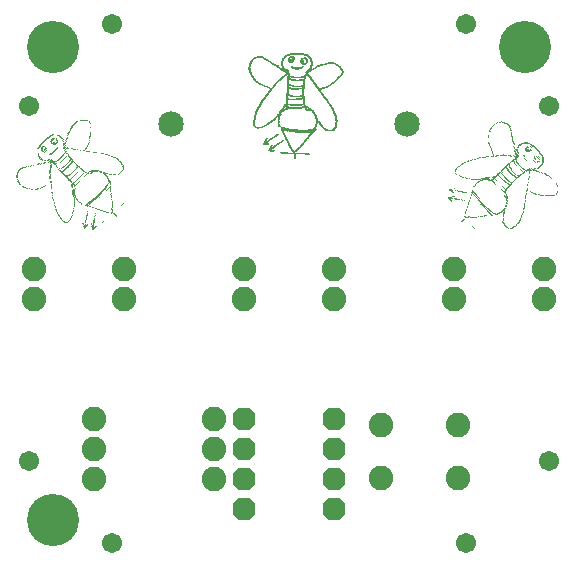
<source format=gts>
G75*
%MOIN*%
%OFA0B0*%
%FSLAX25Y25*%
%IPPOS*%
%LPD*%
%AMOC8*
5,1,8,0,0,1.08239X$1,22.5*
%
%ADD10C,0.08477*%
%ADD11C,0.08200*%
%ADD12OC8,0.07600*%
%ADD13R,0.00354X0.00118*%
%ADD14R,0.00236X0.00118*%
%ADD15R,0.01535X0.00118*%
%ADD16R,0.06850X0.00118*%
%ADD17R,0.07441X0.00118*%
%ADD18R,0.03898X0.00118*%
%ADD19R,0.00827X0.00118*%
%ADD20R,0.00591X0.00118*%
%ADD21R,0.02362X0.00118*%
%ADD22R,0.00709X0.00118*%
%ADD23R,0.00945X0.00118*%
%ADD24R,0.00472X0.00118*%
%ADD25R,0.01299X0.00118*%
%ADD26R,0.01772X0.00118*%
%ADD27R,0.01063X0.00118*%
%ADD28R,0.01181X0.00118*%
%ADD29R,0.01890X0.00118*%
%ADD30R,0.01417X0.00118*%
%ADD31R,0.00118X0.00118*%
%ADD32R,0.02598X0.00118*%
%ADD33R,0.04370X0.00118*%
%ADD34R,0.06024X0.00118*%
%ADD35R,0.03780X0.00118*%
%ADD36R,0.03189X0.00118*%
%ADD37R,0.03543X0.00118*%
%ADD38R,0.09213X0.00118*%
%ADD39R,0.02717X0.00118*%
%ADD40R,0.06496X0.00118*%
%ADD41R,0.03071X0.00118*%
%ADD42R,0.04488X0.00118*%
%ADD43R,0.02126X0.00118*%
%ADD44R,0.02244X0.00118*%
%ADD45R,0.01654X0.00118*%
%ADD46R,0.02835X0.00118*%
%ADD47R,0.05197X0.00118*%
%ADD48R,0.02480X0.00118*%
%ADD49R,0.04843X0.00118*%
%ADD50R,0.02008X0.00118*%
%ADD51R,0.02953X0.00118*%
%ADD52R,0.04252X0.00118*%
%ADD53R,0.05079X0.00118*%
%ADD54R,0.04016X0.00118*%
%ADD55R,0.05669X0.00118*%
%ADD56R,0.03307X0.00118*%
%ADD57R,0.04724X0.00118*%
%ADD58R,0.03661X0.00118*%
%ADD59R,0.03425X0.00118*%
%ADD60R,0.04134X0.00118*%
%ADD61R,0.05787X0.00118*%
%ADD62R,0.00118X0.00118*%
%ADD63C,0.06706*%
%ADD64C,0.17398*%
D10*
X0072366Y0164886D03*
X0151106Y0164886D03*
D11*
X0166736Y0116736D03*
X0166736Y0106736D03*
X0196736Y0106736D03*
X0196736Y0116736D03*
X0168040Y0064731D03*
X0168040Y0046931D03*
X0142440Y0046931D03*
X0142440Y0064731D03*
X0126736Y0106736D03*
X0126736Y0116736D03*
X0096736Y0116736D03*
X0096736Y0106736D03*
X0056736Y0106736D03*
X0056736Y0116736D03*
X0026736Y0116736D03*
X0026736Y0106736D03*
X0046736Y0066736D03*
X0046736Y0056736D03*
X0046736Y0046736D03*
X0086736Y0046736D03*
X0086736Y0056736D03*
X0086736Y0066736D03*
D12*
X0096736Y0066736D03*
X0096736Y0056736D03*
X0096736Y0046736D03*
X0096736Y0036736D03*
X0126736Y0036736D03*
X0126736Y0046736D03*
X0126736Y0056736D03*
X0126736Y0066736D03*
D13*
G36*
X0173427Y0129949D02*
X0173178Y0130198D01*
X0173261Y0130281D01*
X0173510Y0130032D01*
X0173427Y0129949D01*
G37*
G36*
X0173511Y0133708D02*
X0173262Y0133957D01*
X0173345Y0134040D01*
X0173594Y0133791D01*
X0173511Y0133708D01*
G37*
G36*
X0173678Y0133708D02*
X0173429Y0133957D01*
X0173512Y0134040D01*
X0173761Y0133791D01*
X0173678Y0133708D01*
G37*
G36*
X0173845Y0133708D02*
X0173596Y0133957D01*
X0173679Y0134040D01*
X0173928Y0133791D01*
X0173845Y0133708D01*
G37*
G36*
X0174012Y0133708D02*
X0173763Y0133957D01*
X0173846Y0134040D01*
X0174095Y0133791D01*
X0174012Y0133708D01*
G37*
G36*
X0174179Y0133708D02*
X0173930Y0133957D01*
X0174013Y0134040D01*
X0174262Y0133791D01*
X0174179Y0133708D01*
G37*
G36*
X0174262Y0133791D02*
X0174013Y0134040D01*
X0174096Y0134123D01*
X0174345Y0133874D01*
X0174262Y0133791D01*
G37*
G36*
X0174429Y0133791D02*
X0174180Y0134040D01*
X0174263Y0134123D01*
X0174512Y0133874D01*
X0174429Y0133791D01*
G37*
G36*
X0174596Y0133791D02*
X0174347Y0134040D01*
X0174430Y0134123D01*
X0174679Y0133874D01*
X0174596Y0133791D01*
G37*
G36*
X0174763Y0133791D02*
X0174514Y0134040D01*
X0174597Y0134123D01*
X0174846Y0133874D01*
X0174763Y0133791D01*
G37*
G36*
X0174847Y0133875D02*
X0174598Y0134124D01*
X0174681Y0134207D01*
X0174930Y0133958D01*
X0174847Y0133875D01*
G37*
G36*
X0175014Y0133875D02*
X0174765Y0134124D01*
X0174848Y0134207D01*
X0175097Y0133958D01*
X0175014Y0133875D01*
G37*
G36*
X0175181Y0133875D02*
X0174932Y0134124D01*
X0175015Y0134207D01*
X0175264Y0133958D01*
X0175181Y0133875D01*
G37*
G36*
X0175264Y0133958D02*
X0175015Y0134207D01*
X0175098Y0134290D01*
X0175347Y0134041D01*
X0175264Y0133958D01*
G37*
G36*
X0175431Y0133958D02*
X0175182Y0134207D01*
X0175265Y0134290D01*
X0175514Y0134041D01*
X0175431Y0133958D01*
G37*
G36*
X0175598Y0133958D02*
X0175349Y0134207D01*
X0175432Y0134290D01*
X0175681Y0134041D01*
X0175598Y0133958D01*
G37*
G36*
X0175682Y0134042D02*
X0175433Y0134291D01*
X0175516Y0134374D01*
X0175765Y0134125D01*
X0175682Y0134042D01*
G37*
G36*
X0175849Y0134042D02*
X0175600Y0134291D01*
X0175683Y0134374D01*
X0175932Y0134125D01*
X0175849Y0134042D01*
G37*
G36*
X0176016Y0134042D02*
X0175767Y0134291D01*
X0175850Y0134374D01*
X0176099Y0134125D01*
X0176016Y0134042D01*
G37*
G36*
X0176183Y0134042D02*
X0175934Y0134291D01*
X0176017Y0134374D01*
X0176266Y0134125D01*
X0176183Y0134042D01*
G37*
G36*
X0176350Y0134042D02*
X0176101Y0134291D01*
X0176184Y0134374D01*
X0176433Y0134125D01*
X0176350Y0134042D01*
G37*
G36*
X0176434Y0134125D02*
X0176185Y0134374D01*
X0176268Y0134457D01*
X0176517Y0134208D01*
X0176434Y0134125D01*
G37*
G36*
X0176601Y0134125D02*
X0176352Y0134374D01*
X0176435Y0134457D01*
X0176684Y0134208D01*
X0176601Y0134125D01*
G37*
G36*
X0177603Y0134125D02*
X0177354Y0134374D01*
X0177437Y0134457D01*
X0177686Y0134208D01*
X0177603Y0134125D01*
G37*
G36*
X0178271Y0135796D02*
X0178022Y0136045D01*
X0178105Y0136128D01*
X0178354Y0135879D01*
X0178271Y0135796D01*
G37*
G36*
X0180943Y0134292D02*
X0180694Y0134541D01*
X0180777Y0134624D01*
X0181026Y0134375D01*
X0180943Y0134292D01*
G37*
G36*
X0181528Y0134877D02*
X0181279Y0135126D01*
X0181362Y0135209D01*
X0181611Y0134960D01*
X0181528Y0134877D01*
G37*
G36*
X0182196Y0135211D02*
X0181947Y0135460D01*
X0182030Y0135543D01*
X0182279Y0135294D01*
X0182196Y0135211D01*
G37*
G36*
X0182530Y0135378D02*
X0182281Y0135627D01*
X0182364Y0135710D01*
X0182613Y0135461D01*
X0182530Y0135378D01*
G37*
G36*
X0182614Y0135461D02*
X0182365Y0135710D01*
X0182448Y0135793D01*
X0182697Y0135544D01*
X0182614Y0135461D01*
G37*
G36*
X0183532Y0135545D02*
X0183283Y0135794D01*
X0183366Y0135877D01*
X0183615Y0135628D01*
X0183532Y0135545D01*
G37*
G36*
X0183198Y0132872D02*
X0182949Y0133121D01*
X0183032Y0133204D01*
X0183281Y0132955D01*
X0183198Y0132872D01*
G37*
G36*
X0183115Y0132455D02*
X0182866Y0132704D01*
X0182949Y0132787D01*
X0183198Y0132538D01*
X0183115Y0132455D01*
G37*
G36*
X0186372Y0130200D02*
X0186123Y0130449D01*
X0186206Y0130532D01*
X0186455Y0130283D01*
X0186372Y0130200D01*
G37*
G36*
X0186456Y0130283D02*
X0186207Y0130532D01*
X0186290Y0130615D01*
X0186539Y0130366D01*
X0186456Y0130283D01*
G37*
G36*
X0186873Y0130534D02*
X0186624Y0130783D01*
X0186707Y0130866D01*
X0186956Y0130617D01*
X0186873Y0130534D01*
G37*
G36*
X0186957Y0130618D02*
X0186708Y0130867D01*
X0186791Y0130950D01*
X0187040Y0130701D01*
X0186957Y0130618D01*
G37*
G36*
X0187040Y0130701D02*
X0186791Y0130950D01*
X0186874Y0131033D01*
X0187123Y0130784D01*
X0187040Y0130701D01*
G37*
G36*
X0187458Y0130952D02*
X0187209Y0131201D01*
X0187292Y0131284D01*
X0187541Y0131035D01*
X0187458Y0130952D01*
G37*
G36*
X0187541Y0131035D02*
X0187292Y0131284D01*
X0187375Y0131367D01*
X0187624Y0131118D01*
X0187541Y0131035D01*
G37*
G36*
X0187959Y0131453D02*
X0187710Y0131702D01*
X0187793Y0131785D01*
X0188042Y0131536D01*
X0187959Y0131453D01*
G37*
G36*
X0188042Y0131536D02*
X0187793Y0131785D01*
X0187876Y0131868D01*
X0188125Y0131619D01*
X0188042Y0131536D01*
G37*
G36*
X0188126Y0131620D02*
X0187877Y0131869D01*
X0187960Y0131952D01*
X0188209Y0131703D01*
X0188126Y0131620D01*
G37*
G36*
X0188209Y0131703D02*
X0187960Y0131952D01*
X0188043Y0132035D01*
X0188292Y0131786D01*
X0188209Y0131703D01*
G37*
G36*
X0188293Y0131787D02*
X0188044Y0132036D01*
X0188127Y0132119D01*
X0188376Y0131870D01*
X0188293Y0131787D01*
G37*
G36*
X0188376Y0131870D02*
X0188127Y0132119D01*
X0188210Y0132202D01*
X0188459Y0131953D01*
X0188376Y0131870D01*
G37*
G36*
X0188460Y0131954D02*
X0188211Y0132203D01*
X0188294Y0132286D01*
X0188543Y0132037D01*
X0188460Y0131954D01*
G37*
G36*
X0188543Y0132204D02*
X0188294Y0132453D01*
X0188377Y0132536D01*
X0188626Y0132287D01*
X0188543Y0132204D01*
G37*
G36*
X0188627Y0132288D02*
X0188378Y0132537D01*
X0188461Y0132620D01*
X0188710Y0132371D01*
X0188627Y0132288D01*
G37*
G36*
X0188711Y0132371D02*
X0188462Y0132620D01*
X0188545Y0132703D01*
X0188794Y0132454D01*
X0188711Y0132371D01*
G37*
G36*
X0188794Y0132622D02*
X0188545Y0132871D01*
X0188628Y0132954D01*
X0188877Y0132705D01*
X0188794Y0132622D01*
G37*
G36*
X0188878Y0132705D02*
X0188629Y0132954D01*
X0188712Y0133037D01*
X0188961Y0132788D01*
X0188878Y0132705D01*
G37*
G36*
X0188878Y0132872D02*
X0188629Y0133121D01*
X0188712Y0133204D01*
X0188961Y0132955D01*
X0188878Y0132872D01*
G37*
G36*
X0188961Y0132956D02*
X0188712Y0133205D01*
X0188795Y0133288D01*
X0189044Y0133039D01*
X0188961Y0132956D01*
G37*
G36*
X0189045Y0133207D02*
X0188796Y0133456D01*
X0188879Y0133539D01*
X0189128Y0133290D01*
X0189045Y0133207D01*
G37*
G36*
X0189128Y0133290D02*
X0188879Y0133539D01*
X0188962Y0133622D01*
X0189211Y0133373D01*
X0189128Y0133290D01*
G37*
G36*
X0189128Y0133457D02*
X0188879Y0133706D01*
X0188962Y0133789D01*
X0189211Y0133540D01*
X0189128Y0133457D01*
G37*
G36*
X0189212Y0133541D02*
X0188963Y0133790D01*
X0189046Y0133873D01*
X0189295Y0133624D01*
X0189212Y0133541D01*
G37*
G36*
X0189212Y0133708D02*
X0188963Y0133957D01*
X0189046Y0134040D01*
X0189295Y0133791D01*
X0189212Y0133708D01*
G37*
G36*
X0189295Y0133791D02*
X0189046Y0134040D01*
X0189129Y0134123D01*
X0189378Y0133874D01*
X0189295Y0133791D01*
G37*
G36*
X0189295Y0133958D02*
X0189046Y0134207D01*
X0189129Y0134290D01*
X0189378Y0134041D01*
X0189295Y0133958D01*
G37*
G36*
X0189379Y0134042D02*
X0189130Y0134291D01*
X0189213Y0134374D01*
X0189462Y0134125D01*
X0189379Y0134042D01*
G37*
G36*
X0189462Y0134292D02*
X0189213Y0134541D01*
X0189296Y0134624D01*
X0189545Y0134375D01*
X0189462Y0134292D01*
G37*
G36*
X0189546Y0134543D02*
X0189297Y0134792D01*
X0189380Y0134875D01*
X0189629Y0134626D01*
X0189546Y0134543D01*
G37*
G36*
X0189546Y0134710D02*
X0189297Y0134959D01*
X0189380Y0135042D01*
X0189629Y0134793D01*
X0189546Y0134710D01*
G37*
G36*
X0189629Y0134793D02*
X0189380Y0135042D01*
X0189463Y0135125D01*
X0189712Y0134876D01*
X0189629Y0134793D01*
G37*
G36*
X0189629Y0134960D02*
X0189380Y0135209D01*
X0189463Y0135292D01*
X0189712Y0135043D01*
X0189629Y0134960D01*
G37*
G36*
X0189713Y0135044D02*
X0189464Y0135293D01*
X0189547Y0135376D01*
X0189796Y0135127D01*
X0189713Y0135044D01*
G37*
G36*
X0189796Y0135127D02*
X0189547Y0135376D01*
X0189630Y0135459D01*
X0189879Y0135210D01*
X0189796Y0135127D01*
G37*
G36*
X0189796Y0135294D02*
X0189547Y0135543D01*
X0189630Y0135626D01*
X0189879Y0135377D01*
X0189796Y0135294D01*
G37*
G36*
X0189880Y0135378D02*
X0189631Y0135627D01*
X0189714Y0135710D01*
X0189963Y0135461D01*
X0189880Y0135378D01*
G37*
G36*
X0189880Y0135545D02*
X0189631Y0135794D01*
X0189714Y0135877D01*
X0189963Y0135628D01*
X0189880Y0135545D01*
G37*
G36*
X0189963Y0135796D02*
X0189714Y0136045D01*
X0189797Y0136128D01*
X0190046Y0135879D01*
X0189963Y0135796D01*
G37*
G36*
X0189963Y0135963D02*
X0189714Y0136212D01*
X0189797Y0136295D01*
X0190046Y0136046D01*
X0189963Y0135963D01*
G37*
G36*
X0190047Y0136213D02*
X0189798Y0136462D01*
X0189881Y0136545D01*
X0190130Y0136296D01*
X0190047Y0136213D01*
G37*
G36*
X0190047Y0136380D02*
X0189798Y0136629D01*
X0189881Y0136712D01*
X0190130Y0136463D01*
X0190047Y0136380D01*
G37*
G36*
X0190047Y0136547D02*
X0189798Y0136796D01*
X0189881Y0136879D01*
X0190130Y0136630D01*
X0190047Y0136547D01*
G37*
G36*
X0190130Y0136631D02*
X0189881Y0136880D01*
X0189964Y0136963D01*
X0190213Y0136714D01*
X0190130Y0136631D01*
G37*
G36*
X0190214Y0136714D02*
X0189965Y0136963D01*
X0190048Y0137046D01*
X0190297Y0136797D01*
X0190214Y0136714D01*
G37*
G36*
X0190214Y0136881D02*
X0189965Y0137130D01*
X0190048Y0137213D01*
X0190297Y0136964D01*
X0190214Y0136881D01*
G37*
G36*
X0190214Y0137048D02*
X0189965Y0137297D01*
X0190048Y0137380D01*
X0190297Y0137131D01*
X0190214Y0137048D01*
G37*
G36*
X0190214Y0137215D02*
X0189965Y0137464D01*
X0190048Y0137547D01*
X0190297Y0137298D01*
X0190214Y0137215D01*
G37*
G36*
X0190381Y0137883D02*
X0190132Y0138132D01*
X0190215Y0138215D01*
X0190464Y0137966D01*
X0190381Y0137883D01*
G37*
G36*
X0190381Y0138051D02*
X0190132Y0138300D01*
X0190215Y0138383D01*
X0190464Y0138134D01*
X0190381Y0138051D01*
G37*
G36*
X0190381Y0138218D02*
X0190132Y0138467D01*
X0190215Y0138550D01*
X0190464Y0138301D01*
X0190381Y0138218D01*
G37*
G36*
X0190464Y0138635D02*
X0190215Y0138884D01*
X0190298Y0138967D01*
X0190547Y0138718D01*
X0190464Y0138635D01*
G37*
G36*
X0190464Y0138802D02*
X0190215Y0139051D01*
X0190298Y0139134D01*
X0190547Y0138885D01*
X0190464Y0138802D01*
G37*
G36*
X0190548Y0138886D02*
X0190299Y0139135D01*
X0190382Y0139218D01*
X0190631Y0138969D01*
X0190548Y0138886D01*
G37*
G36*
X0190548Y0139053D02*
X0190299Y0139302D01*
X0190382Y0139385D01*
X0190631Y0139136D01*
X0190548Y0139053D01*
G37*
G36*
X0190548Y0139220D02*
X0190299Y0139469D01*
X0190382Y0139552D01*
X0190631Y0139303D01*
X0190548Y0139220D01*
G37*
G36*
X0190548Y0139387D02*
X0190299Y0139636D01*
X0190382Y0139719D01*
X0190631Y0139470D01*
X0190548Y0139387D01*
G37*
G36*
X0190631Y0139470D02*
X0190382Y0139719D01*
X0190465Y0139802D01*
X0190714Y0139553D01*
X0190631Y0139470D01*
G37*
G36*
X0190631Y0139637D02*
X0190382Y0139886D01*
X0190465Y0139969D01*
X0190714Y0139720D01*
X0190631Y0139637D01*
G37*
G36*
X0190631Y0139804D02*
X0190382Y0140053D01*
X0190465Y0140136D01*
X0190714Y0139887D01*
X0190631Y0139804D01*
G37*
G36*
X0190631Y0139971D02*
X0190382Y0140220D01*
X0190465Y0140303D01*
X0190714Y0140054D01*
X0190631Y0139971D01*
G37*
G36*
X0190715Y0140055D02*
X0190466Y0140304D01*
X0190549Y0140387D01*
X0190798Y0140138D01*
X0190715Y0140055D01*
G37*
G36*
X0190715Y0140222D02*
X0190466Y0140471D01*
X0190549Y0140554D01*
X0190798Y0140305D01*
X0190715Y0140222D01*
G37*
G36*
X0190715Y0140389D02*
X0190466Y0140638D01*
X0190549Y0140721D01*
X0190798Y0140472D01*
X0190715Y0140389D01*
G37*
G36*
X0190798Y0140974D02*
X0190549Y0141223D01*
X0190632Y0141306D01*
X0190881Y0141057D01*
X0190798Y0140974D01*
G37*
G36*
X0190798Y0141141D02*
X0190549Y0141390D01*
X0190632Y0141473D01*
X0190881Y0141224D01*
X0190798Y0141141D01*
G37*
G36*
X0190882Y0141391D02*
X0190633Y0141640D01*
X0190716Y0141723D01*
X0190965Y0141474D01*
X0190882Y0141391D01*
G37*
G36*
X0190882Y0141558D02*
X0190633Y0141807D01*
X0190716Y0141890D01*
X0190965Y0141641D01*
X0190882Y0141558D01*
G37*
G36*
X0190882Y0141725D02*
X0190633Y0141974D01*
X0190716Y0142057D01*
X0190965Y0141808D01*
X0190882Y0141725D01*
G37*
G36*
X0190965Y0141809D02*
X0190716Y0142058D01*
X0190799Y0142141D01*
X0191048Y0141892D01*
X0190965Y0141809D01*
G37*
G36*
X0190965Y0141976D02*
X0190716Y0142225D01*
X0190799Y0142308D01*
X0191048Y0142059D01*
X0190965Y0141976D01*
G37*
G36*
X0190965Y0142143D02*
X0190716Y0142392D01*
X0190799Y0142475D01*
X0191048Y0142226D01*
X0190965Y0142143D01*
G37*
G36*
X0191049Y0142393D02*
X0190800Y0142642D01*
X0190883Y0142725D01*
X0191132Y0142476D01*
X0191049Y0142393D01*
G37*
G36*
X0191049Y0142560D02*
X0190800Y0142809D01*
X0190883Y0142892D01*
X0191132Y0142643D01*
X0191049Y0142560D01*
G37*
G36*
X0191216Y0143229D02*
X0190967Y0143478D01*
X0191050Y0143561D01*
X0191299Y0143312D01*
X0191216Y0143229D01*
G37*
G36*
X0191216Y0143396D02*
X0190967Y0143645D01*
X0191050Y0143728D01*
X0191299Y0143479D01*
X0191216Y0143396D01*
G37*
G36*
X0191300Y0144147D02*
X0191051Y0144396D01*
X0191134Y0144479D01*
X0191383Y0144230D01*
X0191300Y0144147D01*
G37*
G36*
X0191383Y0144398D02*
X0191134Y0144647D01*
X0191217Y0144730D01*
X0191466Y0144481D01*
X0191383Y0144398D01*
G37*
G36*
X0191383Y0144565D02*
X0191134Y0144814D01*
X0191217Y0144897D01*
X0191466Y0144648D01*
X0191383Y0144565D01*
G37*
G36*
X0191467Y0144815D02*
X0191218Y0145064D01*
X0191301Y0145147D01*
X0191550Y0144898D01*
X0191467Y0144815D01*
G37*
G36*
X0191467Y0144982D02*
X0191218Y0145231D01*
X0191301Y0145314D01*
X0191550Y0145065D01*
X0191467Y0144982D01*
G37*
G36*
X0191467Y0145149D02*
X0191218Y0145398D01*
X0191301Y0145481D01*
X0191550Y0145232D01*
X0191467Y0145149D01*
G37*
G36*
X0191550Y0145233D02*
X0191301Y0145482D01*
X0191384Y0145565D01*
X0191633Y0145316D01*
X0191550Y0145233D01*
G37*
G36*
X0191550Y0145400D02*
X0191301Y0145649D01*
X0191384Y0145732D01*
X0191633Y0145483D01*
X0191550Y0145400D01*
G37*
G36*
X0191550Y0145567D02*
X0191301Y0145816D01*
X0191384Y0145899D01*
X0191633Y0145650D01*
X0191550Y0145567D01*
G37*
G36*
X0191634Y0145985D02*
X0191385Y0146234D01*
X0191468Y0146317D01*
X0191717Y0146068D01*
X0191634Y0145985D01*
G37*
G36*
X0191634Y0146152D02*
X0191385Y0146401D01*
X0191468Y0146484D01*
X0191717Y0146235D01*
X0191634Y0146152D01*
G37*
G36*
X0191717Y0146569D02*
X0191468Y0146818D01*
X0191551Y0146901D01*
X0191800Y0146652D01*
X0191717Y0146569D01*
G37*
G36*
X0191801Y0146820D02*
X0191552Y0147069D01*
X0191635Y0147152D01*
X0191884Y0146903D01*
X0191801Y0146820D01*
G37*
G36*
X0191801Y0146987D02*
X0191552Y0147236D01*
X0191635Y0147319D01*
X0191884Y0147070D01*
X0191801Y0146987D01*
G37*
G36*
X0191884Y0147237D02*
X0191635Y0147486D01*
X0191718Y0147569D01*
X0191967Y0147320D01*
X0191884Y0147237D01*
G37*
G36*
X0191884Y0147404D02*
X0191635Y0147653D01*
X0191718Y0147736D01*
X0191967Y0147487D01*
X0191884Y0147404D01*
G37*
G36*
X0190297Y0148824D02*
X0190048Y0149073D01*
X0190131Y0149156D01*
X0190380Y0148907D01*
X0190297Y0148824D01*
G37*
G36*
X0189713Y0148407D02*
X0189464Y0148656D01*
X0189547Y0148739D01*
X0189796Y0148490D01*
X0189713Y0148407D01*
G37*
G36*
X0189546Y0148240D02*
X0189297Y0148489D01*
X0189380Y0148572D01*
X0189629Y0148323D01*
X0189546Y0148240D01*
G37*
G36*
X0189462Y0148156D02*
X0189213Y0148405D01*
X0189296Y0148488D01*
X0189545Y0148239D01*
X0189462Y0148156D01*
G37*
G36*
X0188878Y0147738D02*
X0188629Y0147987D01*
X0188712Y0148070D01*
X0188961Y0147821D01*
X0188878Y0147738D01*
G37*
G36*
X0188794Y0147655D02*
X0188545Y0147904D01*
X0188628Y0147987D01*
X0188877Y0147738D01*
X0188794Y0147655D01*
G37*
G36*
X0188711Y0147571D02*
X0188462Y0147820D01*
X0188545Y0147903D01*
X0188794Y0147654D01*
X0188711Y0147571D01*
G37*
G36*
X0188209Y0147070D02*
X0187960Y0147319D01*
X0188043Y0147402D01*
X0188292Y0147153D01*
X0188209Y0147070D01*
G37*
G36*
X0187625Y0146653D02*
X0187376Y0146902D01*
X0187459Y0146985D01*
X0187708Y0146736D01*
X0187625Y0146653D01*
G37*
G36*
X0187541Y0146569D02*
X0187292Y0146818D01*
X0187375Y0146901D01*
X0187624Y0146652D01*
X0187541Y0146569D01*
G37*
G36*
X0187458Y0146486D02*
X0187209Y0146735D01*
X0187292Y0146818D01*
X0187541Y0146569D01*
X0187458Y0146486D01*
G37*
G36*
X0187374Y0146402D02*
X0187125Y0146651D01*
X0187208Y0146734D01*
X0187457Y0146485D01*
X0187374Y0146402D01*
G37*
G36*
X0187291Y0146319D02*
X0187042Y0146568D01*
X0187125Y0146651D01*
X0187374Y0146402D01*
X0187291Y0146319D01*
G37*
G36*
X0187207Y0146235D02*
X0186958Y0146484D01*
X0187041Y0146567D01*
X0187290Y0146318D01*
X0187207Y0146235D01*
G37*
G36*
X0187124Y0146152D02*
X0186875Y0146401D01*
X0186958Y0146484D01*
X0187207Y0146235D01*
X0187124Y0146152D01*
G37*
G36*
X0187040Y0146068D02*
X0186791Y0146317D01*
X0186874Y0146400D01*
X0187123Y0146151D01*
X0187040Y0146068D01*
G37*
G36*
X0186957Y0145985D02*
X0186708Y0146234D01*
X0186791Y0146317D01*
X0187040Y0146068D01*
X0186957Y0145985D01*
G37*
G36*
X0186873Y0145901D02*
X0186624Y0146150D01*
X0186707Y0146233D01*
X0186956Y0145984D01*
X0186873Y0145901D01*
G37*
G36*
X0186790Y0145818D02*
X0186541Y0146067D01*
X0186624Y0146150D01*
X0186873Y0145901D01*
X0186790Y0145818D01*
G37*
G36*
X0186706Y0145734D02*
X0186457Y0145983D01*
X0186540Y0146066D01*
X0186789Y0145817D01*
X0186706Y0145734D01*
G37*
G36*
X0186539Y0145567D02*
X0186290Y0145816D01*
X0186373Y0145899D01*
X0186622Y0145650D01*
X0186539Y0145567D01*
G37*
G36*
X0186456Y0145483D02*
X0186207Y0145732D01*
X0186290Y0145815D01*
X0186539Y0145566D01*
X0186456Y0145483D01*
G37*
G36*
X0185871Y0144899D02*
X0185622Y0145148D01*
X0185705Y0145231D01*
X0185954Y0144982D01*
X0185871Y0144899D01*
G37*
G36*
X0185370Y0144231D02*
X0185121Y0144480D01*
X0185204Y0144563D01*
X0185453Y0144314D01*
X0185370Y0144231D01*
G37*
G36*
X0185286Y0144147D02*
X0185037Y0144396D01*
X0185120Y0144479D01*
X0185369Y0144230D01*
X0185286Y0144147D01*
G37*
G36*
X0185203Y0144064D02*
X0184954Y0144313D01*
X0185037Y0144396D01*
X0185286Y0144147D01*
X0185203Y0144064D01*
G37*
G36*
X0185119Y0143980D02*
X0184870Y0144229D01*
X0184953Y0144312D01*
X0185202Y0144063D01*
X0185119Y0143980D01*
G37*
G36*
X0185036Y0143897D02*
X0184787Y0144146D01*
X0184870Y0144229D01*
X0185119Y0143980D01*
X0185036Y0143897D01*
G37*
G36*
X0184952Y0143813D02*
X0184703Y0144062D01*
X0184786Y0144145D01*
X0185035Y0143896D01*
X0184952Y0143813D01*
G37*
G36*
X0184869Y0143730D02*
X0184620Y0143979D01*
X0184703Y0144062D01*
X0184952Y0143813D01*
X0184869Y0143730D01*
G37*
G36*
X0184785Y0143646D02*
X0184536Y0143895D01*
X0184619Y0143978D01*
X0184868Y0143729D01*
X0184785Y0143646D01*
G37*
G36*
X0184702Y0143563D02*
X0184453Y0143812D01*
X0184536Y0143895D01*
X0184785Y0143646D01*
X0184702Y0143563D01*
G37*
G36*
X0184034Y0142560D02*
X0183785Y0142809D01*
X0183868Y0142892D01*
X0184117Y0142643D01*
X0184034Y0142560D01*
G37*
G36*
X0182864Y0149409D02*
X0182615Y0149658D01*
X0182698Y0149741D01*
X0182947Y0149492D01*
X0182864Y0149409D01*
G37*
G36*
X0182948Y0149492D02*
X0182699Y0149741D01*
X0182782Y0149824D01*
X0183031Y0149575D01*
X0182948Y0149492D01*
G37*
G36*
X0183031Y0149576D02*
X0182782Y0149825D01*
X0182865Y0149908D01*
X0183114Y0149659D01*
X0183031Y0149576D01*
G37*
G36*
X0183115Y0149659D02*
X0182866Y0149908D01*
X0182949Y0149991D01*
X0183198Y0149742D01*
X0183115Y0149659D01*
G37*
G36*
X0183198Y0149743D02*
X0182949Y0149992D01*
X0183032Y0150075D01*
X0183281Y0149826D01*
X0183198Y0149743D01*
G37*
G36*
X0183282Y0149826D02*
X0183033Y0150075D01*
X0183116Y0150158D01*
X0183365Y0149909D01*
X0183282Y0149826D01*
G37*
G36*
X0183365Y0149910D02*
X0183116Y0150159D01*
X0183199Y0150242D01*
X0183448Y0149993D01*
X0183365Y0149910D01*
G37*
G36*
X0183449Y0149993D02*
X0183200Y0150242D01*
X0183283Y0150325D01*
X0183532Y0150076D01*
X0183449Y0149993D01*
G37*
G36*
X0183532Y0150077D02*
X0183283Y0150326D01*
X0183366Y0150409D01*
X0183615Y0150160D01*
X0183532Y0150077D01*
G37*
G36*
X0183616Y0150160D02*
X0183367Y0150409D01*
X0183450Y0150492D01*
X0183699Y0150243D01*
X0183616Y0150160D01*
G37*
G36*
X0183700Y0150244D02*
X0183451Y0150493D01*
X0183534Y0150576D01*
X0183783Y0150327D01*
X0183700Y0150244D01*
G37*
G36*
X0183783Y0150327D02*
X0183534Y0150576D01*
X0183617Y0150659D01*
X0183866Y0150410D01*
X0183783Y0150327D01*
G37*
G36*
X0183867Y0150411D02*
X0183618Y0150660D01*
X0183701Y0150743D01*
X0183950Y0150494D01*
X0183867Y0150411D01*
G37*
G36*
X0184368Y0150912D02*
X0184119Y0151161D01*
X0184202Y0151244D01*
X0184451Y0150995D01*
X0184368Y0150912D01*
G37*
G36*
X0184451Y0150996D02*
X0184202Y0151245D01*
X0184285Y0151328D01*
X0184534Y0151079D01*
X0184451Y0150996D01*
G37*
G36*
X0184535Y0151079D02*
X0184286Y0151328D01*
X0184369Y0151411D01*
X0184618Y0151162D01*
X0184535Y0151079D01*
G37*
G36*
X0184618Y0151163D02*
X0184369Y0151412D01*
X0184452Y0151495D01*
X0184701Y0151246D01*
X0184618Y0151163D01*
G37*
G36*
X0185370Y0151747D02*
X0185121Y0151996D01*
X0185204Y0152079D01*
X0185453Y0151830D01*
X0185370Y0151747D01*
G37*
G36*
X0185453Y0151831D02*
X0185204Y0152080D01*
X0185287Y0152163D01*
X0185536Y0151914D01*
X0185453Y0151831D01*
G37*
G36*
X0185537Y0151914D02*
X0185288Y0152163D01*
X0185371Y0152246D01*
X0185620Y0151997D01*
X0185537Y0151914D01*
G37*
G36*
X0185620Y0151998D02*
X0185371Y0152247D01*
X0185454Y0152330D01*
X0185703Y0152081D01*
X0185620Y0151998D01*
G37*
G36*
X0185704Y0152081D02*
X0185455Y0152330D01*
X0185538Y0152413D01*
X0185787Y0152164D01*
X0185704Y0152081D01*
G37*
G36*
X0185787Y0152165D02*
X0185538Y0152414D01*
X0185621Y0152497D01*
X0185870Y0152248D01*
X0185787Y0152165D01*
G37*
G36*
X0180442Y0154169D02*
X0180193Y0154418D01*
X0180276Y0154501D01*
X0180525Y0154252D01*
X0180442Y0154169D01*
G37*
G36*
X0179691Y0154086D02*
X0179442Y0154335D01*
X0179525Y0154418D01*
X0179774Y0154169D01*
X0179691Y0154086D01*
G37*
G36*
X0179524Y0154086D02*
X0179275Y0154335D01*
X0179358Y0154418D01*
X0179607Y0154169D01*
X0179524Y0154086D01*
G37*
G36*
X0179357Y0154086D02*
X0179108Y0154335D01*
X0179191Y0154418D01*
X0179440Y0154169D01*
X0179357Y0154086D01*
G37*
G36*
X0179273Y0154002D02*
X0179024Y0154251D01*
X0179107Y0154334D01*
X0179356Y0154085D01*
X0179273Y0154002D01*
G37*
G36*
X0179106Y0154002D02*
X0178857Y0154251D01*
X0178940Y0154334D01*
X0179189Y0154085D01*
X0179106Y0154002D01*
G37*
G36*
X0178939Y0154002D02*
X0178690Y0154251D01*
X0178773Y0154334D01*
X0179022Y0154085D01*
X0178939Y0154002D01*
G37*
G36*
X0178772Y0154002D02*
X0178523Y0154251D01*
X0178606Y0154334D01*
X0178855Y0154085D01*
X0178772Y0154002D01*
G37*
G36*
X0178522Y0153919D02*
X0178273Y0154168D01*
X0178356Y0154251D01*
X0178605Y0154002D01*
X0178522Y0153919D01*
G37*
G36*
X0178354Y0153919D02*
X0178105Y0154168D01*
X0178188Y0154251D01*
X0178437Y0154002D01*
X0178354Y0153919D01*
G37*
G36*
X0177436Y0153835D02*
X0177187Y0154084D01*
X0177270Y0154167D01*
X0177519Y0153918D01*
X0177436Y0153835D01*
G37*
G36*
X0177269Y0153835D02*
X0177020Y0154084D01*
X0177103Y0154167D01*
X0177352Y0153918D01*
X0177269Y0153835D01*
G37*
G36*
X0177018Y0153752D02*
X0176769Y0154001D01*
X0176852Y0154084D01*
X0177101Y0153835D01*
X0177018Y0153752D01*
G37*
G36*
X0176851Y0153752D02*
X0176602Y0154001D01*
X0176685Y0154084D01*
X0176934Y0153835D01*
X0176851Y0153752D01*
G37*
G36*
X0176267Y0153668D02*
X0176018Y0153917D01*
X0176101Y0154000D01*
X0176350Y0153751D01*
X0176267Y0153668D01*
G37*
G36*
X0176100Y0153668D02*
X0175851Y0153917D01*
X0175934Y0154000D01*
X0176183Y0153751D01*
X0176100Y0153668D01*
G37*
G36*
X0175849Y0153585D02*
X0175600Y0153834D01*
X0175683Y0153917D01*
X0175932Y0153668D01*
X0175849Y0153585D01*
G37*
G36*
X0175682Y0153585D02*
X0175433Y0153834D01*
X0175516Y0153917D01*
X0175765Y0153668D01*
X0175682Y0153585D01*
G37*
G36*
X0175515Y0153585D02*
X0175266Y0153834D01*
X0175349Y0153917D01*
X0175598Y0153668D01*
X0175515Y0153585D01*
G37*
G36*
X0175097Y0153501D02*
X0174848Y0153750D01*
X0174931Y0153833D01*
X0175180Y0153584D01*
X0175097Y0153501D01*
G37*
G36*
X0174930Y0153501D02*
X0174681Y0153750D01*
X0174764Y0153833D01*
X0175013Y0153584D01*
X0174930Y0153501D01*
G37*
G36*
X0174847Y0153418D02*
X0174598Y0153667D01*
X0174681Y0153750D01*
X0174930Y0153501D01*
X0174847Y0153418D01*
G37*
G36*
X0174680Y0153418D02*
X0174431Y0153667D01*
X0174514Y0153750D01*
X0174763Y0153501D01*
X0174680Y0153418D01*
G37*
G36*
X0174596Y0153334D02*
X0174347Y0153583D01*
X0174430Y0153666D01*
X0174679Y0153417D01*
X0174596Y0153334D01*
G37*
G36*
X0174429Y0153334D02*
X0174180Y0153583D01*
X0174263Y0153666D01*
X0174512Y0153417D01*
X0174429Y0153334D01*
G37*
G36*
X0174179Y0153251D02*
X0173930Y0153500D01*
X0174013Y0153583D01*
X0174262Y0153334D01*
X0174179Y0153251D01*
G37*
G36*
X0174095Y0153167D02*
X0173846Y0153416D01*
X0173929Y0153499D01*
X0174178Y0153250D01*
X0174095Y0153167D01*
G37*
G36*
X0173928Y0153167D02*
X0173679Y0153416D01*
X0173762Y0153499D01*
X0174011Y0153250D01*
X0173928Y0153167D01*
G37*
G36*
X0173845Y0153083D02*
X0173596Y0153332D01*
X0173679Y0153415D01*
X0173928Y0153166D01*
X0173845Y0153083D01*
G37*
G36*
X0173678Y0153083D02*
X0173429Y0153332D01*
X0173512Y0153415D01*
X0173761Y0153166D01*
X0173678Y0153083D01*
G37*
G36*
X0173427Y0153000D02*
X0173178Y0153249D01*
X0173261Y0153332D01*
X0173510Y0153083D01*
X0173427Y0153000D01*
G37*
G36*
X0173176Y0152916D02*
X0172927Y0153165D01*
X0173010Y0153248D01*
X0173259Y0152999D01*
X0173176Y0152916D01*
G37*
G36*
X0173009Y0152916D02*
X0172760Y0153165D01*
X0172843Y0153248D01*
X0173092Y0152999D01*
X0173009Y0152916D01*
G37*
G36*
X0172926Y0152833D02*
X0172677Y0153082D01*
X0172760Y0153165D01*
X0173009Y0152916D01*
X0172926Y0152833D01*
G37*
G36*
X0172759Y0152833D02*
X0172510Y0153082D01*
X0172593Y0153165D01*
X0172842Y0152916D01*
X0172759Y0152833D01*
G37*
G36*
X0172592Y0152833D02*
X0172343Y0153082D01*
X0172426Y0153165D01*
X0172675Y0152916D01*
X0172592Y0152833D01*
G37*
G36*
X0172508Y0152749D02*
X0172259Y0152998D01*
X0172342Y0153081D01*
X0172591Y0152832D01*
X0172508Y0152749D01*
G37*
G36*
X0172341Y0152749D02*
X0172092Y0152998D01*
X0172175Y0153081D01*
X0172424Y0152832D01*
X0172341Y0152749D01*
G37*
G36*
X0172091Y0152666D02*
X0171842Y0152915D01*
X0171925Y0152998D01*
X0172174Y0152749D01*
X0172091Y0152666D01*
G37*
G36*
X0171840Y0152582D02*
X0171591Y0152831D01*
X0171674Y0152914D01*
X0171923Y0152665D01*
X0171840Y0152582D01*
G37*
G36*
X0171590Y0152499D02*
X0171341Y0152748D01*
X0171424Y0152831D01*
X0171673Y0152582D01*
X0171590Y0152499D01*
G37*
G36*
X0171506Y0152415D02*
X0171257Y0152664D01*
X0171340Y0152747D01*
X0171589Y0152498D01*
X0171506Y0152415D01*
G37*
G36*
X0171339Y0152415D02*
X0171090Y0152664D01*
X0171173Y0152747D01*
X0171422Y0152498D01*
X0171339Y0152415D01*
G37*
G36*
X0171256Y0152332D02*
X0171007Y0152581D01*
X0171090Y0152664D01*
X0171339Y0152415D01*
X0171256Y0152332D01*
G37*
G36*
X0171089Y0152332D02*
X0170840Y0152581D01*
X0170923Y0152664D01*
X0171172Y0152415D01*
X0171089Y0152332D01*
G37*
G36*
X0171005Y0152248D02*
X0170756Y0152497D01*
X0170839Y0152580D01*
X0171088Y0152331D01*
X0171005Y0152248D01*
G37*
G36*
X0170838Y0152248D02*
X0170589Y0152497D01*
X0170672Y0152580D01*
X0170921Y0152331D01*
X0170838Y0152248D01*
G37*
G36*
X0170754Y0152165D02*
X0170505Y0152414D01*
X0170588Y0152497D01*
X0170837Y0152248D01*
X0170754Y0152165D01*
G37*
G36*
X0170671Y0152081D02*
X0170422Y0152330D01*
X0170505Y0152413D01*
X0170754Y0152164D01*
X0170671Y0152081D01*
G37*
G36*
X0170587Y0151998D02*
X0170338Y0152247D01*
X0170421Y0152330D01*
X0170670Y0152081D01*
X0170587Y0151998D01*
G37*
G36*
X0170420Y0151998D02*
X0170171Y0152247D01*
X0170254Y0152330D01*
X0170503Y0152081D01*
X0170420Y0151998D01*
G37*
G36*
X0170337Y0151914D02*
X0170088Y0152163D01*
X0170171Y0152246D01*
X0170420Y0151997D01*
X0170337Y0151914D01*
G37*
G36*
X0170253Y0151831D02*
X0170004Y0152080D01*
X0170087Y0152163D01*
X0170336Y0151914D01*
X0170253Y0151831D01*
G37*
G36*
X0170086Y0151831D02*
X0169837Y0152080D01*
X0169920Y0152163D01*
X0170169Y0151914D01*
X0170086Y0151831D01*
G37*
G36*
X0170003Y0151747D02*
X0169754Y0151996D01*
X0169837Y0152079D01*
X0170086Y0151830D01*
X0170003Y0151747D01*
G37*
G36*
X0169919Y0151664D02*
X0169670Y0151913D01*
X0169753Y0151996D01*
X0170002Y0151747D01*
X0169919Y0151664D01*
G37*
G36*
X0169752Y0151664D02*
X0169503Y0151913D01*
X0169586Y0151996D01*
X0169835Y0151747D01*
X0169752Y0151664D01*
G37*
G36*
X0169669Y0151580D02*
X0169420Y0151829D01*
X0169503Y0151912D01*
X0169752Y0151663D01*
X0169669Y0151580D01*
G37*
G36*
X0169585Y0151497D02*
X0169336Y0151746D01*
X0169419Y0151829D01*
X0169668Y0151580D01*
X0169585Y0151497D01*
G37*
G36*
X0169502Y0151413D02*
X0169253Y0151662D01*
X0169336Y0151745D01*
X0169585Y0151496D01*
X0169502Y0151413D01*
G37*
G36*
X0169335Y0151413D02*
X0169086Y0151662D01*
X0169169Y0151745D01*
X0169418Y0151496D01*
X0169335Y0151413D01*
G37*
G36*
X0169251Y0151330D02*
X0169002Y0151579D01*
X0169085Y0151662D01*
X0169334Y0151413D01*
X0169251Y0151330D01*
G37*
G36*
X0169168Y0151246D02*
X0168919Y0151495D01*
X0169002Y0151578D01*
X0169251Y0151329D01*
X0169168Y0151246D01*
G37*
G36*
X0169084Y0151163D02*
X0168835Y0151412D01*
X0168918Y0151495D01*
X0169167Y0151246D01*
X0169084Y0151163D01*
G37*
G36*
X0169001Y0151079D02*
X0168752Y0151328D01*
X0168835Y0151411D01*
X0169084Y0151162D01*
X0169001Y0151079D01*
G37*
G36*
X0168917Y0150996D02*
X0168668Y0151245D01*
X0168751Y0151328D01*
X0169000Y0151079D01*
X0168917Y0150996D01*
G37*
G36*
X0168834Y0150912D02*
X0168585Y0151161D01*
X0168668Y0151244D01*
X0168917Y0150995D01*
X0168834Y0150912D01*
G37*
G36*
X0168667Y0150912D02*
X0168418Y0151161D01*
X0168501Y0151244D01*
X0168750Y0150995D01*
X0168667Y0150912D01*
G37*
G36*
X0168583Y0150829D02*
X0168334Y0151078D01*
X0168417Y0151161D01*
X0168666Y0150912D01*
X0168583Y0150829D01*
G37*
G36*
X0168500Y0150745D02*
X0168251Y0150994D01*
X0168334Y0151077D01*
X0168583Y0150828D01*
X0168500Y0150745D01*
G37*
G36*
X0168416Y0150662D02*
X0168167Y0150911D01*
X0168250Y0150994D01*
X0168499Y0150745D01*
X0168416Y0150662D01*
G37*
G36*
X0168332Y0150578D02*
X0168083Y0150827D01*
X0168166Y0150910D01*
X0168415Y0150661D01*
X0168332Y0150578D01*
G37*
G36*
X0168082Y0150494D02*
X0167833Y0150743D01*
X0167916Y0150826D01*
X0168165Y0150577D01*
X0168082Y0150494D01*
G37*
G36*
X0167998Y0150411D02*
X0167749Y0150660D01*
X0167832Y0150743D01*
X0168081Y0150494D01*
X0167998Y0150411D01*
G37*
G36*
X0167915Y0150327D02*
X0167666Y0150576D01*
X0167749Y0150659D01*
X0167998Y0150410D01*
X0167915Y0150327D01*
G37*
G36*
X0167831Y0150244D02*
X0167582Y0150493D01*
X0167665Y0150576D01*
X0167914Y0150327D01*
X0167831Y0150244D01*
G37*
G36*
X0167748Y0150160D02*
X0167499Y0150409D01*
X0167582Y0150492D01*
X0167831Y0150243D01*
X0167748Y0150160D01*
G37*
G36*
X0167664Y0150077D02*
X0167415Y0150326D01*
X0167498Y0150409D01*
X0167747Y0150160D01*
X0167664Y0150077D01*
G37*
G36*
X0167497Y0149743D02*
X0167248Y0149992D01*
X0167331Y0150075D01*
X0167580Y0149826D01*
X0167497Y0149743D01*
G37*
G36*
X0167414Y0149659D02*
X0167165Y0149908D01*
X0167248Y0149991D01*
X0167497Y0149742D01*
X0167414Y0149659D01*
G37*
G36*
X0167330Y0149409D02*
X0167081Y0149658D01*
X0167164Y0149741D01*
X0167413Y0149492D01*
X0167330Y0149409D01*
G37*
G36*
X0167163Y0143563D02*
X0166914Y0143812D01*
X0166997Y0143895D01*
X0167246Y0143646D01*
X0167163Y0143563D01*
G37*
G36*
X0166829Y0140723D02*
X0166580Y0140972D01*
X0166663Y0141055D01*
X0166912Y0140806D01*
X0166829Y0140723D01*
G37*
G36*
X0166746Y0140640D02*
X0166497Y0140889D01*
X0166580Y0140972D01*
X0166829Y0140723D01*
X0166746Y0140640D01*
G37*
G36*
X0166412Y0140640D02*
X0166163Y0140889D01*
X0166246Y0140972D01*
X0166495Y0140723D01*
X0166412Y0140640D01*
G37*
G36*
X0166161Y0140556D02*
X0165912Y0140805D01*
X0165995Y0140888D01*
X0166244Y0140639D01*
X0166161Y0140556D01*
G37*
G36*
X0170838Y0142059D02*
X0170589Y0142308D01*
X0170672Y0142391D01*
X0170921Y0142142D01*
X0170838Y0142059D01*
G37*
G36*
X0172842Y0142059D02*
X0172593Y0142308D01*
X0172676Y0142391D01*
X0172925Y0142142D01*
X0172842Y0142059D01*
G37*
G36*
X0172425Y0140640D02*
X0172176Y0140889D01*
X0172259Y0140972D01*
X0172508Y0140723D01*
X0172425Y0140640D01*
G37*
G36*
X0172341Y0140389D02*
X0172092Y0140638D01*
X0172175Y0140721D01*
X0172424Y0140472D01*
X0172341Y0140389D01*
G37*
G36*
X0172258Y0140138D02*
X0172009Y0140387D01*
X0172092Y0140470D01*
X0172341Y0140221D01*
X0172258Y0140138D01*
G37*
G36*
X0172174Y0140055D02*
X0171925Y0140304D01*
X0172008Y0140387D01*
X0172257Y0140138D01*
X0172174Y0140055D01*
G37*
G36*
X0172174Y0139888D02*
X0171925Y0140137D01*
X0172008Y0140220D01*
X0172257Y0139971D01*
X0172174Y0139888D01*
G37*
G36*
X0172091Y0139637D02*
X0171842Y0139886D01*
X0171925Y0139969D01*
X0172174Y0139720D01*
X0172091Y0139637D01*
G37*
G36*
X0172007Y0139387D02*
X0171758Y0139636D01*
X0171841Y0139719D01*
X0172090Y0139470D01*
X0172007Y0139387D01*
G37*
G36*
X0171924Y0139303D02*
X0171675Y0139552D01*
X0171758Y0139635D01*
X0172007Y0139386D01*
X0171924Y0139303D01*
G37*
G36*
X0171924Y0139136D02*
X0171675Y0139385D01*
X0171758Y0139468D01*
X0172007Y0139219D01*
X0171924Y0139136D01*
G37*
G36*
X0171840Y0139053D02*
X0171591Y0139302D01*
X0171674Y0139385D01*
X0171923Y0139136D01*
X0171840Y0139053D01*
G37*
G36*
X0171840Y0138886D02*
X0171591Y0139135D01*
X0171674Y0139218D01*
X0171923Y0138969D01*
X0171840Y0138886D01*
G37*
G36*
X0171757Y0138802D02*
X0171508Y0139051D01*
X0171591Y0139134D01*
X0171840Y0138885D01*
X0171757Y0138802D01*
G37*
G36*
X0171757Y0138635D02*
X0171508Y0138884D01*
X0171591Y0138967D01*
X0171840Y0138718D01*
X0171757Y0138635D01*
G37*
G36*
X0171673Y0138552D02*
X0171424Y0138801D01*
X0171507Y0138884D01*
X0171756Y0138635D01*
X0171673Y0138552D01*
G37*
G36*
X0171673Y0138385D02*
X0171424Y0138634D01*
X0171507Y0138717D01*
X0171756Y0138468D01*
X0171673Y0138385D01*
G37*
G36*
X0171590Y0138301D02*
X0171341Y0138550D01*
X0171424Y0138633D01*
X0171673Y0138384D01*
X0171590Y0138301D01*
G37*
G36*
X0171590Y0138134D02*
X0171341Y0138383D01*
X0171424Y0138466D01*
X0171673Y0138217D01*
X0171590Y0138134D01*
G37*
G36*
X0171506Y0138051D02*
X0171257Y0138300D01*
X0171340Y0138383D01*
X0171589Y0138134D01*
X0171506Y0138051D01*
G37*
G36*
X0171506Y0137883D02*
X0171257Y0138132D01*
X0171340Y0138215D01*
X0171589Y0137966D01*
X0171506Y0137883D01*
G37*
G36*
X0171423Y0137800D02*
X0171174Y0138049D01*
X0171257Y0138132D01*
X0171506Y0137883D01*
X0171423Y0137800D01*
G37*
G36*
X0171423Y0137633D02*
X0171174Y0137882D01*
X0171257Y0137965D01*
X0171506Y0137716D01*
X0171423Y0137633D01*
G37*
G36*
X0171339Y0137549D02*
X0171090Y0137798D01*
X0171173Y0137881D01*
X0171422Y0137632D01*
X0171339Y0137549D01*
G37*
G36*
X0171339Y0137382D02*
X0171090Y0137631D01*
X0171173Y0137714D01*
X0171422Y0137465D01*
X0171339Y0137382D01*
G37*
G36*
X0171256Y0137299D02*
X0171007Y0137548D01*
X0171090Y0137631D01*
X0171339Y0137382D01*
X0171256Y0137299D01*
G37*
G36*
X0171256Y0137132D02*
X0171007Y0137381D01*
X0171090Y0137464D01*
X0171339Y0137215D01*
X0171256Y0137132D01*
G37*
G36*
X0171172Y0137048D02*
X0170923Y0137297D01*
X0171006Y0137380D01*
X0171255Y0137131D01*
X0171172Y0137048D01*
G37*
G36*
X0171172Y0136881D02*
X0170923Y0137130D01*
X0171006Y0137213D01*
X0171255Y0136964D01*
X0171172Y0136881D01*
G37*
G36*
X0171089Y0136798D02*
X0170840Y0137047D01*
X0170923Y0137130D01*
X0171172Y0136881D01*
X0171089Y0136798D01*
G37*
G36*
X0171005Y0136547D02*
X0170756Y0136796D01*
X0170839Y0136879D01*
X0171088Y0136630D01*
X0171005Y0136547D01*
G37*
G36*
X0170921Y0136297D02*
X0170672Y0136546D01*
X0170755Y0136629D01*
X0171004Y0136380D01*
X0170921Y0136297D01*
G37*
G36*
X0170838Y0136046D02*
X0170589Y0136295D01*
X0170672Y0136378D01*
X0170921Y0136129D01*
X0170838Y0136046D01*
G37*
G36*
X0170838Y0135879D02*
X0170589Y0136128D01*
X0170672Y0136211D01*
X0170921Y0135962D01*
X0170838Y0135879D01*
G37*
G36*
X0170754Y0135796D02*
X0170505Y0136045D01*
X0170588Y0136128D01*
X0170837Y0135879D01*
X0170754Y0135796D01*
G37*
G36*
X0170754Y0135629D02*
X0170505Y0135878D01*
X0170588Y0135961D01*
X0170837Y0135712D01*
X0170754Y0135629D01*
G37*
G36*
X0170671Y0135378D02*
X0170422Y0135627D01*
X0170505Y0135710D01*
X0170754Y0135461D01*
X0170671Y0135378D01*
G37*
G36*
X0170671Y0135211D02*
X0170422Y0135460D01*
X0170505Y0135543D01*
X0170754Y0135294D01*
X0170671Y0135211D01*
G37*
G36*
X0170587Y0134960D02*
X0170338Y0135209D01*
X0170421Y0135292D01*
X0170670Y0135043D01*
X0170587Y0134960D01*
G37*
G36*
X0170587Y0134793D02*
X0170338Y0135042D01*
X0170421Y0135125D01*
X0170670Y0134876D01*
X0170587Y0134793D01*
G37*
G36*
X0171590Y0133791D02*
X0171341Y0134040D01*
X0171424Y0134123D01*
X0171673Y0133874D01*
X0171590Y0133791D01*
G37*
G36*
X0170170Y0133040D02*
X0169921Y0133289D01*
X0170004Y0133372D01*
X0170253Y0133123D01*
X0170170Y0133040D01*
G37*
G36*
X0170086Y0132956D02*
X0169837Y0133205D01*
X0169920Y0133288D01*
X0170169Y0133039D01*
X0170086Y0132956D01*
G37*
G36*
X0170003Y0132872D02*
X0169754Y0133121D01*
X0169837Y0133204D01*
X0170086Y0132955D01*
X0170003Y0132872D01*
G37*
G36*
X0169919Y0132789D02*
X0169670Y0133038D01*
X0169753Y0133121D01*
X0170002Y0132872D01*
X0169919Y0132789D01*
G37*
G36*
X0169836Y0132705D02*
X0169587Y0132954D01*
X0169670Y0133037D01*
X0169919Y0132788D01*
X0169836Y0132705D01*
G37*
G36*
X0169752Y0132622D02*
X0169503Y0132871D01*
X0169586Y0132954D01*
X0169835Y0132705D01*
X0169752Y0132622D01*
G37*
G36*
X0169669Y0132538D02*
X0169420Y0132787D01*
X0169503Y0132870D01*
X0169752Y0132621D01*
X0169669Y0132538D01*
G37*
G36*
X0169585Y0132455D02*
X0169336Y0132704D01*
X0169419Y0132787D01*
X0169668Y0132538D01*
X0169585Y0132455D01*
G37*
G36*
X0169502Y0132371D02*
X0169253Y0132620D01*
X0169336Y0132703D01*
X0169585Y0132454D01*
X0169502Y0132371D01*
G37*
G36*
X0169418Y0132288D02*
X0169169Y0132537D01*
X0169252Y0132620D01*
X0169501Y0132371D01*
X0169418Y0132288D01*
G37*
G36*
X0169335Y0132204D02*
X0169086Y0132453D01*
X0169169Y0132536D01*
X0169418Y0132287D01*
X0169335Y0132204D01*
G37*
G36*
X0173343Y0133708D02*
X0173094Y0133957D01*
X0173177Y0134040D01*
X0173426Y0133791D01*
X0173343Y0133708D01*
G37*
G36*
X0175682Y0138051D02*
X0175433Y0138300D01*
X0175516Y0138383D01*
X0175765Y0138134D01*
X0175682Y0138051D01*
G37*
G36*
X0173176Y0143563D02*
X0172927Y0143812D01*
X0173010Y0143895D01*
X0173259Y0143646D01*
X0173176Y0143563D01*
G37*
G36*
X0173260Y0143646D02*
X0173011Y0143895D01*
X0173094Y0143978D01*
X0173343Y0143729D01*
X0173260Y0143646D01*
G37*
G36*
X0173260Y0143813D02*
X0173011Y0144062D01*
X0173094Y0144145D01*
X0173343Y0143896D01*
X0173260Y0143813D01*
G37*
G36*
X0173343Y0143897D02*
X0173094Y0144146D01*
X0173177Y0144229D01*
X0173426Y0143980D01*
X0173343Y0143897D01*
G37*
G36*
X0173427Y0143980D02*
X0173178Y0144229D01*
X0173261Y0144312D01*
X0173510Y0144063D01*
X0173427Y0143980D01*
G37*
G36*
X0173511Y0144064D02*
X0173262Y0144313D01*
X0173345Y0144396D01*
X0173594Y0144147D01*
X0173511Y0144064D01*
G37*
G36*
X0173594Y0144147D02*
X0173345Y0144396D01*
X0173428Y0144479D01*
X0173677Y0144230D01*
X0173594Y0144147D01*
G37*
G36*
X0173845Y0144398D02*
X0173596Y0144647D01*
X0173679Y0144730D01*
X0173928Y0144481D01*
X0173845Y0144398D01*
G37*
G36*
X0173928Y0144481D02*
X0173679Y0144730D01*
X0173762Y0144813D01*
X0174011Y0144564D01*
X0173928Y0144481D01*
G37*
G36*
X0174012Y0144565D02*
X0173763Y0144814D01*
X0173846Y0144897D01*
X0174095Y0144648D01*
X0174012Y0144565D01*
G37*
G36*
X0174095Y0144648D02*
X0173846Y0144897D01*
X0173929Y0144980D01*
X0174178Y0144731D01*
X0174095Y0144648D01*
G37*
G36*
X0174763Y0145316D02*
X0174514Y0145565D01*
X0174597Y0145648D01*
X0174846Y0145399D01*
X0174763Y0145316D01*
G37*
G36*
X0174847Y0145400D02*
X0174598Y0145649D01*
X0174681Y0145732D01*
X0174930Y0145483D01*
X0174847Y0145400D01*
G37*
G36*
X0174930Y0145483D02*
X0174681Y0145732D01*
X0174764Y0145815D01*
X0175013Y0145566D01*
X0174930Y0145483D01*
G37*
G36*
X0175014Y0145567D02*
X0174765Y0145816D01*
X0174848Y0145899D01*
X0175097Y0145650D01*
X0175014Y0145567D01*
G37*
G36*
X0175097Y0145651D02*
X0174848Y0145900D01*
X0174931Y0145983D01*
X0175180Y0145734D01*
X0175097Y0145651D01*
G37*
G36*
X0175264Y0145651D02*
X0175015Y0145900D01*
X0175098Y0145983D01*
X0175347Y0145734D01*
X0175264Y0145651D01*
G37*
G36*
X0175348Y0145734D02*
X0175099Y0145983D01*
X0175182Y0146066D01*
X0175431Y0145817D01*
X0175348Y0145734D01*
G37*
G36*
X0175431Y0145818D02*
X0175182Y0146067D01*
X0175265Y0146150D01*
X0175514Y0145901D01*
X0175431Y0145818D01*
G37*
G36*
X0175515Y0145901D02*
X0175266Y0146150D01*
X0175349Y0146233D01*
X0175598Y0145984D01*
X0175515Y0145901D01*
G37*
G36*
X0175682Y0145901D02*
X0175433Y0146150D01*
X0175516Y0146233D01*
X0175765Y0145984D01*
X0175682Y0145901D01*
G37*
G36*
X0175765Y0146486D02*
X0175516Y0146735D01*
X0175599Y0146818D01*
X0175848Y0146569D01*
X0175765Y0146486D01*
G37*
G36*
X0175598Y0146486D02*
X0175349Y0146735D01*
X0175432Y0146818D01*
X0175681Y0146569D01*
X0175598Y0146486D01*
G37*
G36*
X0175181Y0146402D02*
X0174932Y0146651D01*
X0175015Y0146734D01*
X0175264Y0146485D01*
X0175181Y0146402D01*
G37*
G36*
X0175014Y0146402D02*
X0174765Y0146651D01*
X0174848Y0146734D01*
X0175097Y0146485D01*
X0175014Y0146402D01*
G37*
G36*
X0174847Y0146402D02*
X0174598Y0146651D01*
X0174681Y0146734D01*
X0174930Y0146485D01*
X0174847Y0146402D01*
G37*
G36*
X0178187Y0159932D02*
X0177938Y0160181D01*
X0178021Y0160264D01*
X0178270Y0160015D01*
X0178187Y0159932D01*
G37*
G36*
X0178271Y0160182D02*
X0178022Y0160431D01*
X0178105Y0160514D01*
X0178354Y0160265D01*
X0178271Y0160182D01*
G37*
G36*
X0178271Y0160349D02*
X0178022Y0160598D01*
X0178105Y0160681D01*
X0178354Y0160432D01*
X0178271Y0160349D01*
G37*
G36*
X0178354Y0160600D02*
X0178105Y0160849D01*
X0178188Y0160932D01*
X0178437Y0160683D01*
X0178354Y0160600D01*
G37*
G36*
X0178354Y0160767D02*
X0178105Y0161016D01*
X0178188Y0161099D01*
X0178437Y0160850D01*
X0178354Y0160767D01*
G37*
G36*
X0178438Y0161185D02*
X0178189Y0161434D01*
X0178272Y0161517D01*
X0178521Y0161268D01*
X0178438Y0161185D01*
G37*
G36*
X0178522Y0161602D02*
X0178273Y0161851D01*
X0178356Y0161934D01*
X0178605Y0161685D01*
X0178522Y0161602D01*
G37*
G36*
X0178939Y0163022D02*
X0178690Y0163271D01*
X0178773Y0163354D01*
X0179022Y0163105D01*
X0178939Y0163022D01*
G37*
G36*
X0179273Y0163690D02*
X0179024Y0163939D01*
X0179107Y0164022D01*
X0179356Y0163773D01*
X0179273Y0163690D01*
G37*
G36*
X0179357Y0163774D02*
X0179108Y0164023D01*
X0179191Y0164106D01*
X0179440Y0163857D01*
X0179357Y0163774D01*
G37*
G36*
X0179440Y0163857D02*
X0179191Y0164106D01*
X0179274Y0164189D01*
X0179523Y0163940D01*
X0179440Y0163857D01*
G37*
G36*
X0179691Y0164108D02*
X0179442Y0164357D01*
X0179525Y0164440D01*
X0179774Y0164191D01*
X0179691Y0164108D01*
G37*
G36*
X0179774Y0164191D02*
X0179525Y0164440D01*
X0179608Y0164523D01*
X0179857Y0164274D01*
X0179774Y0164191D01*
G37*
G36*
X0180108Y0164525D02*
X0179859Y0164774D01*
X0179942Y0164857D01*
X0180191Y0164608D01*
X0180108Y0164525D01*
G37*
G36*
X0180192Y0164609D02*
X0179943Y0164858D01*
X0180026Y0164941D01*
X0180275Y0164692D01*
X0180192Y0164609D01*
G37*
G36*
X0180275Y0164692D02*
X0180026Y0164941D01*
X0180109Y0165024D01*
X0180358Y0164775D01*
X0180275Y0164692D01*
G37*
G36*
X0180359Y0164776D02*
X0180110Y0165025D01*
X0180193Y0165108D01*
X0180442Y0164859D01*
X0180359Y0164776D01*
G37*
G36*
X0180776Y0165026D02*
X0180527Y0165275D01*
X0180610Y0165358D01*
X0180859Y0165109D01*
X0180776Y0165026D01*
G37*
G36*
X0192636Y0156341D02*
X0192387Y0156590D01*
X0192470Y0156673D01*
X0192719Y0156424D01*
X0192636Y0156341D01*
G37*
G36*
X0193471Y0157009D02*
X0193222Y0157258D01*
X0193305Y0157341D01*
X0193554Y0157092D01*
X0193471Y0157009D01*
G37*
G36*
X0194139Y0153334D02*
X0193890Y0153583D01*
X0193973Y0153666D01*
X0194222Y0153417D01*
X0194139Y0153334D01*
G37*
G36*
X0196394Y0151914D02*
X0196145Y0152163D01*
X0196228Y0152246D01*
X0196477Y0151997D01*
X0196394Y0151914D01*
G37*
G36*
X0195976Y0151163D02*
X0195727Y0151412D01*
X0195810Y0151495D01*
X0196059Y0151246D01*
X0195976Y0151163D01*
G37*
G36*
X0195893Y0151079D02*
X0195644Y0151328D01*
X0195727Y0151411D01*
X0195976Y0151162D01*
X0195893Y0151079D01*
G37*
G36*
X0195809Y0150996D02*
X0195560Y0151245D01*
X0195643Y0151328D01*
X0195892Y0151079D01*
X0195809Y0150996D01*
G37*
G36*
X0195392Y0150578D02*
X0195143Y0150827D01*
X0195226Y0150910D01*
X0195475Y0150661D01*
X0195392Y0150578D01*
G37*
G36*
X0195141Y0150327D02*
X0194892Y0150576D01*
X0194975Y0150659D01*
X0195224Y0150410D01*
X0195141Y0150327D01*
G37*
G36*
X0195058Y0150244D02*
X0194809Y0150493D01*
X0194892Y0150576D01*
X0195141Y0150327D01*
X0195058Y0150244D01*
G37*
G36*
X0201238Y0144231D02*
X0200989Y0144480D01*
X0201072Y0144563D01*
X0201321Y0144314D01*
X0201238Y0144231D01*
G37*
G36*
X0201322Y0143479D02*
X0201073Y0143728D01*
X0201156Y0143811D01*
X0201405Y0143562D01*
X0201322Y0143479D01*
G37*
G36*
X0201322Y0143145D02*
X0201073Y0143394D01*
X0201156Y0143477D01*
X0201405Y0143228D01*
X0201322Y0143145D01*
G37*
G36*
X0201322Y0142978D02*
X0201073Y0143227D01*
X0201156Y0143310D01*
X0201405Y0143061D01*
X0201322Y0142978D01*
G37*
G36*
X0201322Y0142811D02*
X0201073Y0143060D01*
X0201156Y0143143D01*
X0201405Y0142894D01*
X0201322Y0142811D01*
G37*
G36*
X0201322Y0142644D02*
X0201073Y0142893D01*
X0201156Y0142976D01*
X0201405Y0142727D01*
X0201322Y0142644D01*
G37*
G36*
X0201238Y0142393D02*
X0200989Y0142642D01*
X0201072Y0142725D01*
X0201321Y0142476D01*
X0201238Y0142393D01*
G37*
G36*
X0201238Y0142226D02*
X0200989Y0142475D01*
X0201072Y0142558D01*
X0201321Y0142309D01*
X0201238Y0142226D01*
G37*
G36*
X0201238Y0142059D02*
X0200989Y0142308D01*
X0201072Y0142391D01*
X0201321Y0142142D01*
X0201238Y0142059D01*
G37*
G36*
X0201154Y0141809D02*
X0200905Y0142058D01*
X0200988Y0142141D01*
X0201237Y0141892D01*
X0201154Y0141809D01*
G37*
G36*
X0201071Y0141558D02*
X0200822Y0141807D01*
X0200905Y0141890D01*
X0201154Y0141641D01*
X0201071Y0141558D01*
G37*
G36*
X0200653Y0141141D02*
X0200404Y0141390D01*
X0200487Y0141473D01*
X0200736Y0141224D01*
X0200653Y0141141D01*
G37*
G36*
X0200403Y0141057D02*
X0200154Y0141306D01*
X0200237Y0141389D01*
X0200486Y0141140D01*
X0200403Y0141057D01*
G37*
G36*
X0200236Y0141057D02*
X0199987Y0141306D01*
X0200070Y0141389D01*
X0200319Y0141140D01*
X0200236Y0141057D01*
G37*
G36*
X0200069Y0141057D02*
X0199820Y0141306D01*
X0199903Y0141389D01*
X0200152Y0141140D01*
X0200069Y0141057D01*
G37*
G36*
X0198900Y0141057D02*
X0198651Y0141306D01*
X0198734Y0141389D01*
X0198983Y0141140D01*
X0198900Y0141057D01*
G37*
G36*
X0197313Y0140974D02*
X0197064Y0141223D01*
X0197147Y0141306D01*
X0197396Y0141057D01*
X0197313Y0140974D01*
G37*
G36*
X0197146Y0140974D02*
X0196897Y0141223D01*
X0196980Y0141306D01*
X0197229Y0141057D01*
X0197146Y0140974D01*
G37*
G36*
X0196979Y0140974D02*
X0196730Y0141223D01*
X0196813Y0141306D01*
X0197062Y0141057D01*
X0196979Y0140974D01*
G37*
G36*
X0196645Y0140974D02*
X0196396Y0141223D01*
X0196479Y0141306D01*
X0196728Y0141057D01*
X0196645Y0140974D01*
G37*
X0127484Y0165240D03*
X0127484Y0165358D03*
X0127484Y0165949D03*
X0127484Y0166067D03*
X0127484Y0166185D03*
X0127484Y0166303D03*
X0127484Y0166421D03*
X0127484Y0166539D03*
X0127484Y0166657D03*
X0127366Y0166894D03*
X0127366Y0167012D03*
X0127366Y0167130D03*
X0127248Y0167366D03*
X0127248Y0167484D03*
X0127130Y0167602D03*
X0127130Y0167720D03*
X0127012Y0167957D03*
X0127012Y0168075D03*
X0126894Y0168193D03*
X0126894Y0168311D03*
X0126776Y0168429D03*
X0126776Y0168547D03*
X0126657Y0168665D03*
X0126657Y0168783D03*
X0126539Y0169020D03*
X0126421Y0169256D03*
X0126303Y0169374D03*
X0126303Y0169492D03*
X0126185Y0169610D03*
X0126185Y0169728D03*
X0126185Y0169846D03*
X0126067Y0169965D03*
X0126067Y0170083D03*
X0125949Y0170201D03*
X0125831Y0170437D03*
X0125713Y0170555D03*
X0125594Y0170791D03*
X0125476Y0170909D03*
X0125358Y0171028D03*
X0125358Y0171146D03*
X0125358Y0171264D03*
X0125240Y0171382D03*
X0125122Y0171500D03*
X0125004Y0171618D03*
X0124650Y0172209D03*
X0124531Y0172327D03*
X0124413Y0172445D03*
X0124177Y0172799D03*
X0124059Y0172917D03*
X0124059Y0173035D03*
X0123941Y0173154D03*
X0123823Y0173272D03*
X0123705Y0173390D03*
X0123705Y0173508D03*
X0123587Y0173626D03*
X0123469Y0173744D03*
X0123350Y0173862D03*
X0123350Y0173980D03*
X0123232Y0174098D03*
X0123114Y0174217D03*
X0122760Y0174689D03*
X0122642Y0174807D03*
X0122524Y0175043D03*
X0122406Y0175161D03*
X0122287Y0175280D03*
X0122287Y0175398D03*
X0122169Y0175516D03*
X0122051Y0175634D03*
X0121933Y0175870D03*
X0121815Y0175988D03*
X0121461Y0176579D03*
X0121343Y0176697D03*
X0120870Y0177287D03*
X0120752Y0177524D03*
X0120634Y0177642D03*
X0120516Y0177878D03*
X0120398Y0177996D03*
X0120280Y0178114D03*
X0120280Y0178232D03*
X0120161Y0178350D03*
X0120043Y0178469D03*
X0119807Y0178823D03*
X0119689Y0178941D03*
X0119453Y0179295D03*
X0119335Y0179531D03*
X0119217Y0179650D03*
X0119098Y0179886D03*
X0118980Y0180004D03*
X0116854Y0179886D03*
X0116736Y0179177D03*
X0116736Y0178941D03*
X0116736Y0178823D03*
X0116618Y0178114D03*
X0116618Y0177996D03*
X0116618Y0177878D03*
X0116618Y0177169D03*
X0116500Y0176461D03*
X0116500Y0176343D03*
X0116500Y0176224D03*
X0116500Y0176106D03*
X0116500Y0175988D03*
X0116500Y0175870D03*
X0116500Y0175752D03*
X0116500Y0175634D03*
X0116500Y0175516D03*
X0116500Y0175398D03*
X0116500Y0175280D03*
X0116500Y0175161D03*
X0116500Y0174925D03*
X0116500Y0174807D03*
X0116500Y0173980D03*
X0116618Y0173154D03*
X0116618Y0173035D03*
X0116618Y0172917D03*
X0116618Y0172799D03*
X0116618Y0172681D03*
X0116618Y0172563D03*
X0116618Y0172445D03*
X0116618Y0172327D03*
X0116618Y0172209D03*
X0116854Y0171028D03*
X0121461Y0165713D03*
X0120870Y0165004D03*
X0120870Y0164886D03*
X0120752Y0164531D03*
X0120516Y0163823D03*
X0120516Y0162996D03*
X0117563Y0162169D03*
X0118272Y0160516D03*
X0117563Y0159807D03*
X0117445Y0159689D03*
X0117445Y0159571D03*
X0117327Y0159453D03*
X0117209Y0159335D03*
X0117091Y0159217D03*
X0116972Y0159098D03*
X0116972Y0158980D03*
X0116854Y0158862D03*
X0116736Y0158744D03*
X0116736Y0158626D03*
X0116618Y0158508D03*
X0116500Y0158390D03*
X0116500Y0158272D03*
X0116382Y0158154D03*
X0116264Y0158035D03*
X0116146Y0157917D03*
X0116146Y0157799D03*
X0116028Y0157681D03*
X0115909Y0157563D03*
X0115791Y0157445D03*
X0115673Y0157327D03*
X0115555Y0157209D03*
X0114256Y0156028D03*
X0112839Y0156028D03*
X0112720Y0156146D03*
X0112602Y0156382D03*
X0112484Y0156500D03*
X0112366Y0156736D03*
X0112248Y0156854D03*
X0112248Y0156972D03*
X0112130Y0157091D03*
X0112012Y0157327D03*
X0111894Y0157563D03*
X0111776Y0157799D03*
X0111776Y0157917D03*
X0111657Y0158035D03*
X0111657Y0158154D03*
X0111539Y0158272D03*
X0111539Y0158390D03*
X0111421Y0158508D03*
X0111421Y0158626D03*
X0111303Y0158744D03*
X0111303Y0158862D03*
X0111185Y0158980D03*
X0111185Y0159098D03*
X0111067Y0159217D03*
X0111067Y0159335D03*
X0110949Y0159453D03*
X0110949Y0159571D03*
X0110831Y0159689D03*
X0110831Y0159807D03*
X0110713Y0159925D03*
X0110713Y0160043D03*
X0110594Y0160161D03*
X0110594Y0160280D03*
X0110476Y0160516D03*
X0110358Y0160752D03*
X0110240Y0160870D03*
X0110240Y0160988D03*
X0110122Y0161224D03*
X0110004Y0161461D03*
X0109295Y0162760D03*
X0108469Y0164059D03*
X0108469Y0164177D03*
X0108350Y0164295D03*
X0108350Y0164413D03*
X0108350Y0164531D03*
X0108350Y0164650D03*
X0108350Y0164768D03*
X0108350Y0165122D03*
X0108350Y0165240D03*
X0108350Y0165358D03*
X0108350Y0165476D03*
X0108350Y0166421D03*
X0108350Y0166539D03*
X0108350Y0166657D03*
X0108350Y0166776D03*
X0108350Y0166894D03*
X0108469Y0167012D03*
X0108469Y0167130D03*
X0108469Y0167248D03*
X0108469Y0167366D03*
X0108587Y0167484D03*
X0108232Y0167957D03*
X0108114Y0167839D03*
X0107878Y0167484D03*
X0107760Y0167366D03*
X0107642Y0167248D03*
X0107878Y0161343D03*
X0104217Y0159807D03*
X0105988Y0157563D03*
X0105988Y0157445D03*
X0105752Y0157209D03*
X0105634Y0156972D03*
X0113783Y0154492D03*
X0113783Y0154374D03*
X0113783Y0154256D03*
X0113783Y0154138D03*
X0113783Y0154020D03*
X0113783Y0153902D03*
X0113783Y0153783D03*
X0113783Y0153665D03*
X0113783Y0153547D03*
X0113783Y0153429D03*
X0113783Y0153311D03*
X0118272Y0154610D03*
X0114138Y0161933D03*
X0123114Y0163587D03*
X0123350Y0163232D03*
X0127248Y0163941D03*
X0127248Y0164059D03*
X0127366Y0164531D03*
X0127366Y0164650D03*
X0127366Y0164768D03*
X0126894Y0178823D03*
X0127130Y0179059D03*
X0127248Y0179177D03*
X0127366Y0179295D03*
X0128429Y0180476D03*
X0129256Y0181303D03*
X0129374Y0181421D03*
X0129492Y0181539D03*
X0129610Y0181776D03*
X0129610Y0182366D03*
X0129492Y0182602D03*
X0129374Y0182839D03*
X0129256Y0182957D03*
X0129138Y0183075D03*
X0129020Y0183311D03*
X0128902Y0183429D03*
X0128783Y0183547D03*
X0128665Y0183665D03*
X0128429Y0183902D03*
X0127839Y0184374D03*
X0119217Y0184374D03*
X0119217Y0184256D03*
X0119217Y0184728D03*
X0119217Y0185319D03*
X0119217Y0185437D03*
X0119217Y0185555D03*
X0118980Y0186382D03*
X0116382Y0185791D03*
X0113193Y0186854D03*
X0113311Y0187917D03*
X0111303Y0179059D03*
X0111303Y0178941D03*
X0111303Y0178823D03*
X0111303Y0178705D03*
X0111303Y0178587D03*
X0111303Y0178469D03*
X0111185Y0177524D03*
X0111185Y0177406D03*
X0111185Y0177287D03*
X0111185Y0177169D03*
X0111185Y0176461D03*
X0111185Y0176343D03*
X0111185Y0176224D03*
X0111185Y0176106D03*
X0111185Y0175988D03*
X0111185Y0175870D03*
X0111185Y0175752D03*
X0111185Y0175634D03*
X0111185Y0175516D03*
X0111185Y0175398D03*
X0111185Y0175280D03*
X0111185Y0175161D03*
X0111185Y0175043D03*
X0106106Y0176697D03*
X0105634Y0176106D03*
X0105516Y0175988D03*
X0105398Y0175870D03*
X0105398Y0175752D03*
X0105280Y0175634D03*
X0105161Y0175516D03*
X0105043Y0175398D03*
X0104925Y0175161D03*
X0104807Y0175043D03*
X0104217Y0174335D03*
X0104098Y0174217D03*
X0103980Y0173980D03*
X0103862Y0173862D03*
X0103508Y0173390D03*
X0103390Y0173272D03*
X0103272Y0173035D03*
X0103154Y0172917D03*
X0103035Y0172799D03*
X0102799Y0172445D03*
X0102681Y0172327D03*
X0102681Y0172209D03*
X0102563Y0172091D03*
X0102563Y0171972D03*
X0102445Y0171854D03*
X0102327Y0171618D03*
X0102327Y0171500D03*
X0102209Y0171382D03*
X0102209Y0171264D03*
X0102091Y0171146D03*
X0101972Y0170909D03*
X0101854Y0170673D03*
X0101736Y0170555D03*
X0101736Y0170437D03*
X0101618Y0170319D03*
X0101500Y0170201D03*
X0101500Y0170083D03*
X0101382Y0169965D03*
X0101264Y0169728D03*
X0101146Y0169492D03*
X0101028Y0169256D03*
X0101028Y0169138D03*
X0100909Y0169020D03*
X0100909Y0168902D03*
X0100791Y0168783D03*
X0100791Y0168665D03*
X0100673Y0168547D03*
X0100673Y0168429D03*
X0100673Y0168311D03*
X0100673Y0168193D03*
X0100555Y0168075D03*
X0100555Y0167957D03*
X0100555Y0167839D03*
X0100437Y0167720D03*
X0100437Y0167602D03*
X0100437Y0167484D03*
X0100319Y0167366D03*
X0100319Y0167248D03*
X0100319Y0167130D03*
X0100319Y0167012D03*
X0100201Y0166894D03*
X0100201Y0166776D03*
X0100201Y0166657D03*
X0100201Y0166539D03*
X0100201Y0166421D03*
X0100201Y0166303D03*
X0100201Y0166185D03*
X0100083Y0166067D03*
X0100083Y0165949D03*
X0100083Y0165831D03*
X0100083Y0165713D03*
X0100083Y0165594D03*
X0099965Y0165358D03*
X0099965Y0165240D03*
X0099965Y0165122D03*
X0099965Y0165004D03*
X0099965Y0164886D03*
X0099965Y0164768D03*
X0100083Y0164413D03*
X0100083Y0164295D03*
X0100201Y0164059D03*
X0100437Y0179177D03*
X0100319Y0179413D03*
X0100201Y0179531D03*
X0100083Y0179768D03*
X0099965Y0179886D03*
X0099728Y0180240D03*
X0099492Y0180594D03*
X0098783Y0181894D03*
X0098547Y0182602D03*
X0098547Y0182720D03*
X0098547Y0182839D03*
X0098547Y0183193D03*
X0098547Y0183311D03*
X0098547Y0183783D03*
X0098547Y0183902D03*
X0098547Y0184020D03*
X0098547Y0184138D03*
X0098665Y0184610D03*
G36*
X0056088Y0151873D02*
X0055839Y0151624D01*
X0055756Y0151707D01*
X0056005Y0151956D01*
X0056088Y0151873D01*
G37*
G36*
X0056004Y0151957D02*
X0055755Y0151708D01*
X0055672Y0151791D01*
X0055921Y0152040D01*
X0056004Y0151957D01*
G37*
G36*
X0055921Y0152040D02*
X0055672Y0151791D01*
X0055589Y0151874D01*
X0055838Y0152123D01*
X0055921Y0152040D01*
G37*
G36*
X0055670Y0152458D02*
X0055421Y0152209D01*
X0055338Y0152292D01*
X0055587Y0152541D01*
X0055670Y0152458D01*
G37*
G36*
X0055587Y0152541D02*
X0055338Y0152292D01*
X0055255Y0152375D01*
X0055504Y0152624D01*
X0055587Y0152541D01*
G37*
G36*
X0055169Y0152959D02*
X0054920Y0152710D01*
X0054837Y0152793D01*
X0055086Y0153042D01*
X0055169Y0152959D01*
G37*
G36*
X0055086Y0153042D02*
X0054837Y0152793D01*
X0054754Y0152876D01*
X0055003Y0153125D01*
X0055086Y0153042D01*
G37*
G36*
X0055002Y0153126D02*
X0054753Y0152877D01*
X0054670Y0152960D01*
X0054919Y0153209D01*
X0055002Y0153126D01*
G37*
G36*
X0054919Y0153209D02*
X0054670Y0152960D01*
X0054587Y0153043D01*
X0054836Y0153292D01*
X0054919Y0153209D01*
G37*
G36*
X0054835Y0153293D02*
X0054586Y0153044D01*
X0054503Y0153127D01*
X0054752Y0153376D01*
X0054835Y0153293D01*
G37*
G36*
X0054752Y0153376D02*
X0054503Y0153127D01*
X0054420Y0153210D01*
X0054669Y0153459D01*
X0054752Y0153376D01*
G37*
G36*
X0054668Y0153460D02*
X0054419Y0153211D01*
X0054336Y0153294D01*
X0054585Y0153543D01*
X0054668Y0153460D01*
G37*
G36*
X0054418Y0153543D02*
X0054169Y0153294D01*
X0054086Y0153377D01*
X0054335Y0153626D01*
X0054418Y0153543D01*
G37*
G36*
X0054334Y0153627D02*
X0054085Y0153378D01*
X0054002Y0153461D01*
X0054251Y0153710D01*
X0054334Y0153627D01*
G37*
G36*
X0054251Y0153711D02*
X0054002Y0153462D01*
X0053919Y0153545D01*
X0054168Y0153794D01*
X0054251Y0153711D01*
G37*
G36*
X0054000Y0153794D02*
X0053751Y0153545D01*
X0053668Y0153628D01*
X0053917Y0153877D01*
X0054000Y0153794D01*
G37*
G36*
X0053917Y0153878D02*
X0053668Y0153629D01*
X0053585Y0153712D01*
X0053834Y0153961D01*
X0053917Y0153878D01*
G37*
G36*
X0053750Y0153878D02*
X0053501Y0153629D01*
X0053418Y0153712D01*
X0053667Y0153961D01*
X0053750Y0153878D01*
G37*
G36*
X0053666Y0153961D02*
X0053417Y0153712D01*
X0053334Y0153795D01*
X0053583Y0154044D01*
X0053666Y0153961D01*
G37*
G36*
X0053415Y0154045D02*
X0053166Y0153796D01*
X0053083Y0153879D01*
X0053332Y0154128D01*
X0053415Y0154045D01*
G37*
G36*
X0053332Y0154128D02*
X0053083Y0153879D01*
X0053000Y0153962D01*
X0053249Y0154211D01*
X0053332Y0154128D01*
G37*
G36*
X0053165Y0154128D02*
X0052916Y0153879D01*
X0052833Y0153962D01*
X0053082Y0154211D01*
X0053165Y0154128D01*
G37*
G36*
X0053081Y0154212D02*
X0052832Y0153963D01*
X0052749Y0154046D01*
X0052998Y0154295D01*
X0053081Y0154212D01*
G37*
G36*
X0052914Y0154212D02*
X0052665Y0153963D01*
X0052582Y0154046D01*
X0052831Y0154295D01*
X0052914Y0154212D01*
G37*
G36*
X0052831Y0154295D02*
X0052582Y0154046D01*
X0052499Y0154129D01*
X0052748Y0154378D01*
X0052831Y0154295D01*
G37*
G36*
X0052664Y0154295D02*
X0052415Y0154046D01*
X0052332Y0154129D01*
X0052581Y0154378D01*
X0052664Y0154295D01*
G37*
G36*
X0052580Y0154379D02*
X0052331Y0154130D01*
X0052248Y0154213D01*
X0052497Y0154462D01*
X0052580Y0154379D01*
G37*
G36*
X0052330Y0154462D02*
X0052081Y0154213D01*
X0051998Y0154296D01*
X0052247Y0154545D01*
X0052330Y0154462D01*
G37*
G36*
X0052079Y0154546D02*
X0051830Y0154297D01*
X0051747Y0154380D01*
X0051996Y0154629D01*
X0052079Y0154546D01*
G37*
G36*
X0051912Y0154546D02*
X0051663Y0154297D01*
X0051580Y0154380D01*
X0051829Y0154629D01*
X0051912Y0154546D01*
G37*
G36*
X0051829Y0154629D02*
X0051580Y0154380D01*
X0051497Y0154463D01*
X0051746Y0154712D01*
X0051829Y0154629D01*
G37*
G36*
X0051662Y0154629D02*
X0051413Y0154380D01*
X0051330Y0154463D01*
X0051579Y0154712D01*
X0051662Y0154629D01*
G37*
G36*
X0051578Y0154713D02*
X0051329Y0154464D01*
X0051246Y0154547D01*
X0051495Y0154796D01*
X0051578Y0154713D01*
G37*
G36*
X0051495Y0154796D02*
X0051246Y0154547D01*
X0051163Y0154630D01*
X0051412Y0154879D01*
X0051495Y0154796D01*
G37*
G36*
X0051328Y0154796D02*
X0051079Y0154547D01*
X0050996Y0154630D01*
X0051245Y0154879D01*
X0051328Y0154796D01*
G37*
G36*
X0051244Y0154880D02*
X0050995Y0154631D01*
X0050912Y0154714D01*
X0051161Y0154963D01*
X0051244Y0154880D01*
G37*
G36*
X0051077Y0154880D02*
X0050828Y0154631D01*
X0050745Y0154714D01*
X0050994Y0154963D01*
X0051077Y0154880D01*
G37*
G36*
X0050826Y0154963D02*
X0050577Y0154714D01*
X0050494Y0154797D01*
X0050743Y0155046D01*
X0050826Y0154963D01*
G37*
G36*
X0050659Y0154963D02*
X0050410Y0154714D01*
X0050327Y0154797D01*
X0050576Y0155046D01*
X0050659Y0154963D01*
G37*
G36*
X0050409Y0155047D02*
X0050160Y0154798D01*
X0050077Y0154881D01*
X0050326Y0155130D01*
X0050409Y0155047D01*
G37*
G36*
X0050242Y0155047D02*
X0049993Y0154798D01*
X0049910Y0154881D01*
X0050159Y0155130D01*
X0050242Y0155047D01*
G37*
G36*
X0050075Y0155047D02*
X0049826Y0154798D01*
X0049743Y0154881D01*
X0049992Y0155130D01*
X0050075Y0155047D01*
G37*
G36*
X0049991Y0155130D02*
X0049742Y0154881D01*
X0049659Y0154964D01*
X0049908Y0155213D01*
X0049991Y0155130D01*
G37*
G36*
X0049908Y0155214D02*
X0049659Y0154965D01*
X0049576Y0155048D01*
X0049825Y0155297D01*
X0049908Y0155214D01*
G37*
G36*
X0049741Y0155214D02*
X0049492Y0154965D01*
X0049409Y0155048D01*
X0049658Y0155297D01*
X0049741Y0155214D01*
G37*
G36*
X0049574Y0155214D02*
X0049325Y0154965D01*
X0049242Y0155048D01*
X0049491Y0155297D01*
X0049574Y0155214D01*
G37*
G36*
X0049407Y0155214D02*
X0049158Y0154965D01*
X0049075Y0155048D01*
X0049324Y0155297D01*
X0049407Y0155214D01*
G37*
G36*
X0048739Y0155381D02*
X0048490Y0155132D01*
X0048407Y0155215D01*
X0048656Y0155464D01*
X0048739Y0155381D01*
G37*
G36*
X0048572Y0155381D02*
X0048323Y0155132D01*
X0048240Y0155215D01*
X0048489Y0155464D01*
X0048572Y0155381D01*
G37*
G36*
X0048404Y0155381D02*
X0048155Y0155132D01*
X0048072Y0155215D01*
X0048321Y0155464D01*
X0048404Y0155381D01*
G37*
G36*
X0047987Y0155464D02*
X0047738Y0155215D01*
X0047655Y0155298D01*
X0047904Y0155547D01*
X0047987Y0155464D01*
G37*
G36*
X0047820Y0155464D02*
X0047571Y0155215D01*
X0047488Y0155298D01*
X0047737Y0155547D01*
X0047820Y0155464D01*
G37*
G36*
X0047736Y0155548D02*
X0047487Y0155299D01*
X0047404Y0155382D01*
X0047653Y0155631D01*
X0047736Y0155548D01*
G37*
G36*
X0047569Y0155548D02*
X0047320Y0155299D01*
X0047237Y0155382D01*
X0047486Y0155631D01*
X0047569Y0155548D01*
G37*
G36*
X0047402Y0155548D02*
X0047153Y0155299D01*
X0047070Y0155382D01*
X0047319Y0155631D01*
X0047402Y0155548D01*
G37*
G36*
X0047235Y0155548D02*
X0046986Y0155299D01*
X0046903Y0155382D01*
X0047152Y0155631D01*
X0047235Y0155548D01*
G37*
G36*
X0047152Y0155631D02*
X0046903Y0155382D01*
X0046820Y0155465D01*
X0047069Y0155714D01*
X0047152Y0155631D01*
G37*
G36*
X0046985Y0155631D02*
X0046736Y0155382D01*
X0046653Y0155465D01*
X0046902Y0155714D01*
X0046985Y0155631D01*
G37*
G36*
X0046818Y0155631D02*
X0046569Y0155382D01*
X0046486Y0155465D01*
X0046735Y0155714D01*
X0046818Y0155631D01*
G37*
G36*
X0046651Y0155631D02*
X0046402Y0155382D01*
X0046319Y0155465D01*
X0046568Y0155714D01*
X0046651Y0155631D01*
G37*
G36*
X0046567Y0155715D02*
X0046318Y0155466D01*
X0046235Y0155549D01*
X0046484Y0155798D01*
X0046567Y0155715D01*
G37*
G36*
X0046400Y0155715D02*
X0046151Y0155466D01*
X0046068Y0155549D01*
X0046317Y0155798D01*
X0046400Y0155715D01*
G37*
G36*
X0046233Y0155715D02*
X0045984Y0155466D01*
X0045901Y0155549D01*
X0046150Y0155798D01*
X0046233Y0155715D01*
G37*
G36*
X0045648Y0155798D02*
X0045399Y0155549D01*
X0045316Y0155632D01*
X0045565Y0155881D01*
X0045648Y0155798D01*
G37*
G36*
X0045481Y0155798D02*
X0045232Y0155549D01*
X0045149Y0155632D01*
X0045398Y0155881D01*
X0045481Y0155798D01*
G37*
G36*
X0045231Y0155882D02*
X0044982Y0155633D01*
X0044899Y0155716D01*
X0045148Y0155965D01*
X0045231Y0155882D01*
G37*
G36*
X0045064Y0155882D02*
X0044815Y0155633D01*
X0044732Y0155716D01*
X0044981Y0155965D01*
X0045064Y0155882D01*
G37*
G36*
X0044897Y0155882D02*
X0044648Y0155633D01*
X0044565Y0155716D01*
X0044814Y0155965D01*
X0044897Y0155882D01*
G37*
G36*
X0044813Y0155965D02*
X0044564Y0155716D01*
X0044481Y0155799D01*
X0044730Y0156048D01*
X0044813Y0155965D01*
G37*
G36*
X0044646Y0155965D02*
X0044397Y0155716D01*
X0044314Y0155799D01*
X0044563Y0156048D01*
X0044646Y0155965D01*
G37*
G36*
X0044479Y0155965D02*
X0044230Y0155716D01*
X0044147Y0155799D01*
X0044396Y0156048D01*
X0044479Y0155965D01*
G37*
G36*
X0044229Y0156049D02*
X0043980Y0155800D01*
X0043897Y0155883D01*
X0044146Y0156132D01*
X0044229Y0156049D01*
G37*
G36*
X0044062Y0156049D02*
X0043813Y0155800D01*
X0043730Y0155883D01*
X0043979Y0156132D01*
X0044062Y0156049D01*
G37*
G36*
X0043393Y0156216D02*
X0043144Y0155967D01*
X0043061Y0156050D01*
X0043310Y0156299D01*
X0043393Y0156216D01*
G37*
G36*
X0043226Y0156216D02*
X0042977Y0155967D01*
X0042894Y0156050D01*
X0043143Y0156299D01*
X0043226Y0156216D01*
G37*
G36*
X0042475Y0156300D02*
X0042226Y0156051D01*
X0042143Y0156134D01*
X0042392Y0156383D01*
X0042475Y0156300D01*
G37*
G36*
X0042224Y0156383D02*
X0041975Y0156134D01*
X0041892Y0156217D01*
X0042141Y0156466D01*
X0042224Y0156383D01*
G37*
G36*
X0042057Y0156383D02*
X0041808Y0156134D01*
X0041725Y0156217D01*
X0041974Y0156466D01*
X0042057Y0156383D01*
G37*
G36*
X0041807Y0156467D02*
X0041558Y0156218D01*
X0041475Y0156301D01*
X0041724Y0156550D01*
X0041807Y0156467D01*
G37*
G36*
X0041640Y0156467D02*
X0041391Y0156218D01*
X0041308Y0156301D01*
X0041557Y0156550D01*
X0041640Y0156467D01*
G37*
G36*
X0041473Y0156467D02*
X0041224Y0156218D01*
X0041141Y0156301D01*
X0041390Y0156550D01*
X0041473Y0156467D01*
G37*
G36*
X0041389Y0156550D02*
X0041140Y0156301D01*
X0041057Y0156384D01*
X0041306Y0156633D01*
X0041389Y0156550D01*
G37*
G36*
X0041222Y0156550D02*
X0040973Y0156301D01*
X0040890Y0156384D01*
X0041139Y0156633D01*
X0041222Y0156550D01*
G37*
G36*
X0041055Y0156550D02*
X0040806Y0156301D01*
X0040723Y0156384D01*
X0040972Y0156633D01*
X0041055Y0156550D01*
G37*
G36*
X0040637Y0156634D02*
X0040388Y0156385D01*
X0040305Y0156468D01*
X0040554Y0156717D01*
X0040637Y0156634D01*
G37*
G36*
X0040470Y0156634D02*
X0040221Y0156385D01*
X0040138Y0156468D01*
X0040387Y0156717D01*
X0040470Y0156634D01*
G37*
G36*
X0040053Y0156717D02*
X0039804Y0156468D01*
X0039721Y0156551D01*
X0039970Y0156800D01*
X0040053Y0156717D01*
G37*
G36*
X0039802Y0156801D02*
X0039553Y0156552D01*
X0039470Y0156635D01*
X0039719Y0156884D01*
X0039802Y0156801D01*
G37*
G36*
X0039635Y0156801D02*
X0039386Y0156552D01*
X0039303Y0156635D01*
X0039552Y0156884D01*
X0039635Y0156801D01*
G37*
G36*
X0039385Y0156884D02*
X0039136Y0156635D01*
X0039053Y0156718D01*
X0039302Y0156967D01*
X0039385Y0156884D01*
G37*
G36*
X0039218Y0156884D02*
X0038969Y0156635D01*
X0038886Y0156718D01*
X0039135Y0156967D01*
X0039218Y0156884D01*
G37*
G36*
X0037798Y0155297D02*
X0037549Y0155048D01*
X0037466Y0155131D01*
X0037715Y0155380D01*
X0037798Y0155297D01*
G37*
G36*
X0038215Y0154713D02*
X0037966Y0154464D01*
X0037883Y0154547D01*
X0038132Y0154796D01*
X0038215Y0154713D01*
G37*
G36*
X0038383Y0154546D02*
X0038134Y0154297D01*
X0038051Y0154380D01*
X0038300Y0154629D01*
X0038383Y0154546D01*
G37*
G36*
X0038466Y0154462D02*
X0038217Y0154213D01*
X0038134Y0154296D01*
X0038383Y0154545D01*
X0038466Y0154462D01*
G37*
G36*
X0038884Y0153878D02*
X0038635Y0153629D01*
X0038552Y0153712D01*
X0038801Y0153961D01*
X0038884Y0153878D01*
G37*
G36*
X0038967Y0153794D02*
X0038718Y0153545D01*
X0038635Y0153628D01*
X0038884Y0153877D01*
X0038967Y0153794D01*
G37*
G36*
X0039051Y0153711D02*
X0038802Y0153462D01*
X0038719Y0153545D01*
X0038968Y0153794D01*
X0039051Y0153711D01*
G37*
G36*
X0039552Y0153209D02*
X0039303Y0152960D01*
X0039220Y0153043D01*
X0039469Y0153292D01*
X0039552Y0153209D01*
G37*
G36*
X0039969Y0152625D02*
X0039720Y0152376D01*
X0039637Y0152459D01*
X0039886Y0152708D01*
X0039969Y0152625D01*
G37*
G36*
X0040053Y0152541D02*
X0039804Y0152292D01*
X0039721Y0152375D01*
X0039970Y0152624D01*
X0040053Y0152541D01*
G37*
G36*
X0040136Y0152458D02*
X0039887Y0152209D01*
X0039804Y0152292D01*
X0040053Y0152541D01*
X0040136Y0152458D01*
G37*
G36*
X0040220Y0152374D02*
X0039971Y0152125D01*
X0039888Y0152208D01*
X0040137Y0152457D01*
X0040220Y0152374D01*
G37*
G36*
X0040303Y0152291D02*
X0040054Y0152042D01*
X0039971Y0152125D01*
X0040220Y0152374D01*
X0040303Y0152291D01*
G37*
G36*
X0040387Y0152207D02*
X0040138Y0151958D01*
X0040055Y0152041D01*
X0040304Y0152290D01*
X0040387Y0152207D01*
G37*
G36*
X0040470Y0152124D02*
X0040221Y0151875D01*
X0040138Y0151958D01*
X0040387Y0152207D01*
X0040470Y0152124D01*
G37*
G36*
X0040554Y0152040D02*
X0040305Y0151791D01*
X0040222Y0151874D01*
X0040471Y0152123D01*
X0040554Y0152040D01*
G37*
G36*
X0040637Y0151957D02*
X0040388Y0151708D01*
X0040305Y0151791D01*
X0040554Y0152040D01*
X0040637Y0151957D01*
G37*
G36*
X0040721Y0151873D02*
X0040472Y0151624D01*
X0040389Y0151707D01*
X0040638Y0151956D01*
X0040721Y0151873D01*
G37*
G36*
X0040804Y0151790D02*
X0040555Y0151541D01*
X0040472Y0151624D01*
X0040721Y0151873D01*
X0040804Y0151790D01*
G37*
G36*
X0040888Y0151706D02*
X0040639Y0151457D01*
X0040556Y0151540D01*
X0040805Y0151789D01*
X0040888Y0151706D01*
G37*
G36*
X0041055Y0151539D02*
X0040806Y0151290D01*
X0040723Y0151373D01*
X0040972Y0151622D01*
X0041055Y0151539D01*
G37*
G36*
X0041139Y0151456D02*
X0040890Y0151207D01*
X0040807Y0151290D01*
X0041056Y0151539D01*
X0041139Y0151456D01*
G37*
G36*
X0041723Y0150871D02*
X0041474Y0150622D01*
X0041391Y0150705D01*
X0041640Y0150954D01*
X0041723Y0150871D01*
G37*
G36*
X0042391Y0150370D02*
X0042142Y0150121D01*
X0042059Y0150204D01*
X0042308Y0150453D01*
X0042391Y0150370D01*
G37*
G36*
X0042475Y0150286D02*
X0042226Y0150037D01*
X0042143Y0150120D01*
X0042392Y0150369D01*
X0042475Y0150286D01*
G37*
G36*
X0042558Y0150203D02*
X0042309Y0149954D01*
X0042226Y0150037D01*
X0042475Y0150286D01*
X0042558Y0150203D01*
G37*
G36*
X0042642Y0150119D02*
X0042393Y0149870D01*
X0042310Y0149953D01*
X0042559Y0150202D01*
X0042642Y0150119D01*
G37*
G36*
X0042725Y0150036D02*
X0042476Y0149787D01*
X0042393Y0149870D01*
X0042642Y0150119D01*
X0042725Y0150036D01*
G37*
G36*
X0042809Y0149952D02*
X0042560Y0149703D01*
X0042477Y0149786D01*
X0042726Y0150035D01*
X0042809Y0149952D01*
G37*
G36*
X0042892Y0149869D02*
X0042643Y0149620D01*
X0042560Y0149703D01*
X0042809Y0149952D01*
X0042892Y0149869D01*
G37*
G36*
X0042976Y0149785D02*
X0042727Y0149536D01*
X0042644Y0149619D01*
X0042893Y0149868D01*
X0042976Y0149785D01*
G37*
G36*
X0043059Y0149702D02*
X0042810Y0149453D01*
X0042727Y0149536D01*
X0042976Y0149785D01*
X0043059Y0149702D01*
G37*
G36*
X0044062Y0149034D02*
X0043813Y0148785D01*
X0043730Y0148868D01*
X0043979Y0149117D01*
X0044062Y0149034D01*
G37*
G36*
X0051077Y0148532D02*
X0050828Y0148283D01*
X0050745Y0148366D01*
X0050994Y0148615D01*
X0051077Y0148532D01*
G37*
G36*
X0051161Y0147614D02*
X0050912Y0147365D01*
X0050829Y0147448D01*
X0051078Y0147697D01*
X0051161Y0147614D01*
G37*
G36*
X0051244Y0147530D02*
X0050995Y0147281D01*
X0050912Y0147364D01*
X0051161Y0147613D01*
X0051244Y0147530D01*
G37*
G36*
X0051411Y0147196D02*
X0051162Y0146947D01*
X0051079Y0147030D01*
X0051328Y0147279D01*
X0051411Y0147196D01*
G37*
G36*
X0051745Y0146528D02*
X0051496Y0146279D01*
X0051413Y0146362D01*
X0051662Y0146611D01*
X0051745Y0146528D01*
G37*
G36*
X0052330Y0145943D02*
X0052081Y0145694D01*
X0051998Y0145777D01*
X0052247Y0146026D01*
X0052330Y0145943D01*
G37*
G36*
X0053750Y0148198D02*
X0053501Y0147949D01*
X0053418Y0148032D01*
X0053667Y0148281D01*
X0053750Y0148198D01*
G37*
G36*
X0054167Y0148115D02*
X0053918Y0147866D01*
X0053835Y0147949D01*
X0054084Y0148198D01*
X0054167Y0148115D01*
G37*
G36*
X0056422Y0151372D02*
X0056173Y0151123D01*
X0056090Y0151206D01*
X0056339Y0151455D01*
X0056422Y0151372D01*
G37*
G36*
X0056339Y0151456D02*
X0056090Y0151207D01*
X0056007Y0151290D01*
X0056256Y0151539D01*
X0056339Y0151456D01*
G37*
G36*
X0050826Y0143271D02*
X0050577Y0143022D01*
X0050494Y0143105D01*
X0050743Y0143354D01*
X0050826Y0143271D01*
G37*
G36*
X0052497Y0142603D02*
X0052248Y0142354D01*
X0052165Y0142437D01*
X0052414Y0142686D01*
X0052497Y0142603D01*
G37*
G36*
X0052497Y0141601D02*
X0052248Y0141352D01*
X0052165Y0141435D01*
X0052414Y0141684D01*
X0052497Y0141601D01*
G37*
G36*
X0052497Y0141434D02*
X0052248Y0141185D01*
X0052165Y0141268D01*
X0052414Y0141517D01*
X0052497Y0141434D01*
G37*
G36*
X0052580Y0141350D02*
X0052331Y0141101D01*
X0052248Y0141184D01*
X0052497Y0141433D01*
X0052580Y0141350D01*
G37*
G36*
X0052580Y0141183D02*
X0052331Y0140934D01*
X0052248Y0141017D01*
X0052497Y0141266D01*
X0052580Y0141183D01*
G37*
G36*
X0052580Y0141016D02*
X0052331Y0140767D01*
X0052248Y0140850D01*
X0052497Y0141099D01*
X0052580Y0141016D01*
G37*
G36*
X0052580Y0140849D02*
X0052331Y0140600D01*
X0052248Y0140683D01*
X0052497Y0140932D01*
X0052580Y0140849D01*
G37*
G36*
X0052580Y0140682D02*
X0052331Y0140433D01*
X0052248Y0140516D01*
X0052497Y0140765D01*
X0052580Y0140682D01*
G37*
G36*
X0052664Y0140598D02*
X0052415Y0140349D01*
X0052332Y0140432D01*
X0052581Y0140681D01*
X0052664Y0140598D01*
G37*
G36*
X0052664Y0140431D02*
X0052415Y0140182D01*
X0052332Y0140265D01*
X0052581Y0140514D01*
X0052664Y0140431D01*
G37*
G36*
X0052664Y0140264D02*
X0052415Y0140015D01*
X0052332Y0140098D01*
X0052581Y0140347D01*
X0052664Y0140264D01*
G37*
G36*
X0052747Y0140181D02*
X0052498Y0139932D01*
X0052415Y0140015D01*
X0052664Y0140264D01*
X0052747Y0140181D01*
G37*
G36*
X0052747Y0140014D02*
X0052498Y0139765D01*
X0052415Y0139848D01*
X0052664Y0140097D01*
X0052747Y0140014D01*
G37*
G36*
X0052747Y0139847D02*
X0052498Y0139598D01*
X0052415Y0139681D01*
X0052664Y0139930D01*
X0052747Y0139847D01*
G37*
G36*
X0052831Y0139763D02*
X0052582Y0139514D01*
X0052499Y0139597D01*
X0052748Y0139846D01*
X0052831Y0139763D01*
G37*
G36*
X0052831Y0139596D02*
X0052582Y0139347D01*
X0052499Y0139430D01*
X0052748Y0139679D01*
X0052831Y0139596D01*
G37*
G36*
X0052831Y0139429D02*
X0052582Y0139180D01*
X0052499Y0139263D01*
X0052748Y0139512D01*
X0052831Y0139429D01*
G37*
G36*
X0052831Y0139262D02*
X0052582Y0139013D01*
X0052499Y0139096D01*
X0052748Y0139345D01*
X0052831Y0139262D01*
G37*
G36*
X0052914Y0139179D02*
X0052665Y0138930D01*
X0052582Y0139013D01*
X0052831Y0139262D01*
X0052914Y0139179D01*
G37*
G36*
X0052914Y0139012D02*
X0052665Y0138763D01*
X0052582Y0138846D01*
X0052831Y0139095D01*
X0052914Y0139012D01*
G37*
G36*
X0052914Y0138845D02*
X0052665Y0138596D01*
X0052582Y0138679D01*
X0052831Y0138928D01*
X0052914Y0138845D01*
G37*
G36*
X0052914Y0138678D02*
X0052665Y0138429D01*
X0052582Y0138512D01*
X0052831Y0138761D01*
X0052914Y0138678D01*
G37*
G36*
X0052914Y0138511D02*
X0052665Y0138262D01*
X0052582Y0138345D01*
X0052831Y0138594D01*
X0052914Y0138511D01*
G37*
G36*
X0052914Y0138343D02*
X0052665Y0138094D01*
X0052582Y0138177D01*
X0052831Y0138426D01*
X0052914Y0138343D01*
G37*
G36*
X0052831Y0136590D02*
X0052582Y0136341D01*
X0052499Y0136424D01*
X0052748Y0136673D01*
X0052831Y0136590D01*
G37*
G36*
X0051829Y0135587D02*
X0051580Y0135338D01*
X0051497Y0135421D01*
X0051746Y0135670D01*
X0051829Y0135587D01*
G37*
G36*
X0051662Y0135587D02*
X0051413Y0135338D01*
X0051330Y0135421D01*
X0051579Y0135670D01*
X0051662Y0135587D01*
G37*
G36*
X0051411Y0135671D02*
X0051162Y0135422D01*
X0051079Y0135505D01*
X0051328Y0135754D01*
X0051411Y0135671D01*
G37*
G36*
X0051244Y0135671D02*
X0050995Y0135422D01*
X0050912Y0135505D01*
X0051161Y0135754D01*
X0051244Y0135671D01*
G37*
G36*
X0050994Y0135754D02*
X0050745Y0135505D01*
X0050662Y0135588D01*
X0050911Y0135837D01*
X0050994Y0135754D01*
G37*
G36*
X0050826Y0135754D02*
X0050577Y0135505D01*
X0050494Y0135588D01*
X0050743Y0135837D01*
X0050826Y0135754D01*
G37*
G36*
X0050743Y0135838D02*
X0050494Y0135589D01*
X0050411Y0135672D01*
X0050660Y0135921D01*
X0050743Y0135838D01*
G37*
G36*
X0050576Y0135838D02*
X0050327Y0135589D01*
X0050244Y0135672D01*
X0050493Y0135921D01*
X0050576Y0135838D01*
G37*
G36*
X0050325Y0135921D02*
X0050076Y0135672D01*
X0049993Y0135755D01*
X0050242Y0136004D01*
X0050325Y0135921D01*
G37*
G36*
X0050075Y0136005D02*
X0049826Y0135756D01*
X0049743Y0135839D01*
X0049992Y0136088D01*
X0050075Y0136005D01*
G37*
G36*
X0049824Y0136089D02*
X0049575Y0135840D01*
X0049492Y0135923D01*
X0049741Y0136172D01*
X0049824Y0136089D01*
G37*
G36*
X0049741Y0136172D02*
X0049492Y0135923D01*
X0049409Y0136006D01*
X0049658Y0136255D01*
X0049741Y0136172D01*
G37*
G36*
X0049574Y0136172D02*
X0049325Y0135923D01*
X0049242Y0136006D01*
X0049491Y0136255D01*
X0049574Y0136172D01*
G37*
G36*
X0049490Y0136256D02*
X0049241Y0136007D01*
X0049158Y0136090D01*
X0049407Y0136339D01*
X0049490Y0136256D01*
G37*
G36*
X0049323Y0136256D02*
X0049074Y0136007D01*
X0048991Y0136090D01*
X0049240Y0136339D01*
X0049323Y0136256D01*
G37*
G36*
X0049240Y0136339D02*
X0048991Y0136090D01*
X0048908Y0136173D01*
X0049157Y0136422D01*
X0049240Y0136339D01*
G37*
G36*
X0049073Y0136339D02*
X0048824Y0136090D01*
X0048741Y0136173D01*
X0048990Y0136422D01*
X0049073Y0136339D01*
G37*
G36*
X0048989Y0136423D02*
X0048740Y0136174D01*
X0048657Y0136257D01*
X0048906Y0136506D01*
X0048989Y0136423D01*
G37*
G36*
X0048822Y0136423D02*
X0048573Y0136174D01*
X0048490Y0136257D01*
X0048739Y0136506D01*
X0048822Y0136423D01*
G37*
G36*
X0048739Y0136506D02*
X0048490Y0136257D01*
X0048407Y0136340D01*
X0048656Y0136589D01*
X0048739Y0136506D01*
G37*
G36*
X0048572Y0136506D02*
X0048323Y0136257D01*
X0048240Y0136340D01*
X0048489Y0136589D01*
X0048572Y0136506D01*
G37*
G36*
X0048488Y0136590D02*
X0048239Y0136341D01*
X0048156Y0136424D01*
X0048405Y0136673D01*
X0048488Y0136590D01*
G37*
G36*
X0048321Y0136590D02*
X0048072Y0136341D01*
X0047989Y0136424D01*
X0048238Y0136673D01*
X0048321Y0136590D01*
G37*
G36*
X0048237Y0136673D02*
X0047988Y0136424D01*
X0047905Y0136507D01*
X0048154Y0136756D01*
X0048237Y0136673D01*
G37*
G36*
X0048070Y0136673D02*
X0047821Y0136424D01*
X0047738Y0136507D01*
X0047987Y0136756D01*
X0048070Y0136673D01*
G37*
G36*
X0047987Y0136757D02*
X0047738Y0136508D01*
X0047655Y0136591D01*
X0047904Y0136840D01*
X0047987Y0136757D01*
G37*
G36*
X0047820Y0136757D02*
X0047571Y0136508D01*
X0047488Y0136591D01*
X0047737Y0136840D01*
X0047820Y0136757D01*
G37*
G36*
X0047736Y0136840D02*
X0047487Y0136591D01*
X0047404Y0136674D01*
X0047653Y0136923D01*
X0047736Y0136840D01*
G37*
G36*
X0047569Y0136840D02*
X0047320Y0136591D01*
X0047237Y0136674D01*
X0047486Y0136923D01*
X0047569Y0136840D01*
G37*
G36*
X0047486Y0136924D02*
X0047237Y0136675D01*
X0047154Y0136758D01*
X0047403Y0137007D01*
X0047486Y0136924D01*
G37*
G36*
X0047319Y0136924D02*
X0047070Y0136675D01*
X0046987Y0136758D01*
X0047236Y0137007D01*
X0047319Y0136924D01*
G37*
G36*
X0047235Y0137007D02*
X0046986Y0136758D01*
X0046903Y0136841D01*
X0047152Y0137090D01*
X0047235Y0137007D01*
G37*
G36*
X0046985Y0137091D02*
X0046736Y0136842D01*
X0046653Y0136925D01*
X0046902Y0137174D01*
X0046985Y0137091D01*
G37*
G36*
X0046734Y0137174D02*
X0046485Y0136925D01*
X0046402Y0137008D01*
X0046651Y0137257D01*
X0046734Y0137174D01*
G37*
G36*
X0046567Y0137174D02*
X0046318Y0136925D01*
X0046235Y0137008D01*
X0046484Y0137257D01*
X0046567Y0137174D01*
G37*
G36*
X0046484Y0137258D02*
X0046235Y0137009D01*
X0046152Y0137092D01*
X0046401Y0137341D01*
X0046484Y0137258D01*
G37*
G36*
X0046233Y0137341D02*
X0045984Y0137092D01*
X0045901Y0137175D01*
X0046150Y0137424D01*
X0046233Y0137341D01*
G37*
G36*
X0045983Y0137425D02*
X0045734Y0137176D01*
X0045651Y0137259D01*
X0045900Y0137508D01*
X0045983Y0137425D01*
G37*
G36*
X0044563Y0137842D02*
X0044314Y0137593D01*
X0044231Y0137676D01*
X0044480Y0137925D01*
X0044563Y0137842D01*
G37*
G36*
X0043059Y0138176D02*
X0042810Y0137927D01*
X0042727Y0138010D01*
X0042976Y0138259D01*
X0043059Y0138176D01*
G37*
G36*
X0042976Y0138260D02*
X0042727Y0138011D01*
X0042644Y0138094D01*
X0042893Y0138343D01*
X0042976Y0138260D01*
G37*
G36*
X0042809Y0138260D02*
X0042560Y0138011D01*
X0042477Y0138094D01*
X0042726Y0138343D01*
X0042809Y0138260D01*
G37*
G36*
X0042725Y0138343D02*
X0042476Y0138094D01*
X0042393Y0138177D01*
X0042642Y0138426D01*
X0042725Y0138343D01*
G37*
G36*
X0042642Y0138427D02*
X0042393Y0138178D01*
X0042310Y0138261D01*
X0042559Y0138510D01*
X0042642Y0138427D01*
G37*
G36*
X0042558Y0138511D02*
X0042309Y0138262D01*
X0042226Y0138345D01*
X0042475Y0138594D01*
X0042558Y0138511D01*
G37*
G36*
X0042475Y0138594D02*
X0042226Y0138345D01*
X0042143Y0138428D01*
X0042392Y0138677D01*
X0042475Y0138594D01*
G37*
G36*
X0042224Y0138845D02*
X0041975Y0138596D01*
X0041892Y0138679D01*
X0042141Y0138928D01*
X0042224Y0138845D01*
G37*
G36*
X0042141Y0138928D02*
X0041892Y0138679D01*
X0041809Y0138762D01*
X0042058Y0139011D01*
X0042141Y0138928D01*
G37*
G36*
X0042057Y0139012D02*
X0041808Y0138763D01*
X0041725Y0138846D01*
X0041974Y0139095D01*
X0042057Y0139012D01*
G37*
G36*
X0041974Y0139095D02*
X0041725Y0138846D01*
X0041642Y0138929D01*
X0041891Y0139178D01*
X0041974Y0139095D01*
G37*
G36*
X0041306Y0139763D02*
X0041057Y0139514D01*
X0040974Y0139597D01*
X0041223Y0139846D01*
X0041306Y0139763D01*
G37*
G36*
X0041222Y0139847D02*
X0040973Y0139598D01*
X0040890Y0139681D01*
X0041139Y0139930D01*
X0041222Y0139847D01*
G37*
G36*
X0041139Y0139930D02*
X0040890Y0139681D01*
X0040807Y0139764D01*
X0041056Y0140013D01*
X0041139Y0139930D01*
G37*
G36*
X0041055Y0140014D02*
X0040806Y0139765D01*
X0040723Y0139848D01*
X0040972Y0140097D01*
X0041055Y0140014D01*
G37*
G36*
X0040972Y0140097D02*
X0040723Y0139848D01*
X0040640Y0139931D01*
X0040889Y0140180D01*
X0040972Y0140097D01*
G37*
G36*
X0040972Y0140264D02*
X0040723Y0140015D01*
X0040640Y0140098D01*
X0040889Y0140347D01*
X0040972Y0140264D01*
G37*
G36*
X0040888Y0140348D02*
X0040639Y0140099D01*
X0040556Y0140182D01*
X0040805Y0140431D01*
X0040888Y0140348D01*
G37*
G36*
X0040804Y0140431D02*
X0040555Y0140182D01*
X0040472Y0140265D01*
X0040721Y0140514D01*
X0040804Y0140431D01*
G37*
G36*
X0040721Y0140515D02*
X0040472Y0140266D01*
X0040389Y0140349D01*
X0040638Y0140598D01*
X0040721Y0140515D01*
G37*
G36*
X0040721Y0140682D02*
X0040472Y0140433D01*
X0040389Y0140516D01*
X0040638Y0140765D01*
X0040721Y0140682D01*
G37*
G36*
X0040136Y0140765D02*
X0039887Y0140516D01*
X0039804Y0140599D01*
X0040053Y0140848D01*
X0040136Y0140765D01*
G37*
G36*
X0040136Y0140598D02*
X0039887Y0140349D01*
X0039804Y0140432D01*
X0040053Y0140681D01*
X0040136Y0140598D01*
G37*
G36*
X0040220Y0140181D02*
X0039971Y0139932D01*
X0039888Y0140015D01*
X0040137Y0140264D01*
X0040220Y0140181D01*
G37*
G36*
X0040220Y0140014D02*
X0039971Y0139765D01*
X0039888Y0139848D01*
X0040137Y0140097D01*
X0040220Y0140014D01*
G37*
G36*
X0040220Y0139847D02*
X0039971Y0139598D01*
X0039888Y0139681D01*
X0040137Y0139930D01*
X0040220Y0139847D01*
G37*
G36*
X0044563Y0135838D02*
X0044314Y0135589D01*
X0044231Y0135672D01*
X0044480Y0135921D01*
X0044563Y0135838D01*
G37*
G36*
X0043059Y0132163D02*
X0042810Y0131914D01*
X0042727Y0131997D01*
X0042976Y0132246D01*
X0043059Y0132163D01*
G37*
G36*
X0045899Y0131829D02*
X0045650Y0131580D01*
X0045567Y0131663D01*
X0045816Y0131912D01*
X0045899Y0131829D01*
G37*
G36*
X0045983Y0131746D02*
X0045734Y0131497D01*
X0045651Y0131580D01*
X0045900Y0131829D01*
X0045983Y0131746D01*
G37*
G36*
X0045983Y0131412D02*
X0045734Y0131163D01*
X0045651Y0131246D01*
X0045900Y0131495D01*
X0045983Y0131412D01*
G37*
G36*
X0046066Y0131161D02*
X0045817Y0130912D01*
X0045734Y0130995D01*
X0045983Y0131244D01*
X0046066Y0131161D01*
G37*
G36*
X0053583Y0135170D02*
X0053334Y0134921D01*
X0053251Y0135004D01*
X0053500Y0135253D01*
X0053583Y0135170D01*
G37*
G36*
X0053666Y0135086D02*
X0053417Y0134837D01*
X0053334Y0134920D01*
X0053583Y0135169D01*
X0053666Y0135086D01*
G37*
G36*
X0053750Y0135003D02*
X0053501Y0134754D01*
X0053418Y0134837D01*
X0053667Y0135086D01*
X0053750Y0135003D01*
G37*
G36*
X0053833Y0134919D02*
X0053584Y0134670D01*
X0053501Y0134753D01*
X0053750Y0135002D01*
X0053833Y0134919D01*
G37*
G36*
X0053917Y0134836D02*
X0053668Y0134587D01*
X0053585Y0134670D01*
X0053834Y0134919D01*
X0053917Y0134836D01*
G37*
G36*
X0054000Y0134752D02*
X0053751Y0134503D01*
X0053668Y0134586D01*
X0053917Y0134835D01*
X0054000Y0134752D01*
G37*
G36*
X0054084Y0134669D02*
X0053835Y0134420D01*
X0053752Y0134503D01*
X0054001Y0134752D01*
X0054084Y0134669D01*
G37*
G36*
X0054167Y0134585D02*
X0053918Y0134336D01*
X0053835Y0134419D01*
X0054084Y0134668D01*
X0054167Y0134585D01*
G37*
G36*
X0054251Y0134502D02*
X0054002Y0134253D01*
X0053919Y0134336D01*
X0054168Y0134585D01*
X0054251Y0134502D01*
G37*
G36*
X0054334Y0134418D02*
X0054085Y0134169D01*
X0054002Y0134252D01*
X0054251Y0134501D01*
X0054334Y0134418D01*
G37*
G36*
X0054418Y0134335D02*
X0054169Y0134086D01*
X0054086Y0134169D01*
X0054335Y0134418D01*
X0054418Y0134335D01*
G37*
G36*
X0056673Y0138427D02*
X0056424Y0138178D01*
X0056341Y0138261D01*
X0056590Y0138510D01*
X0056673Y0138427D01*
G37*
G36*
X0048572Y0140682D02*
X0048323Y0140433D01*
X0048240Y0140516D01*
X0048489Y0140765D01*
X0048572Y0140682D01*
G37*
G36*
X0037213Y0147864D02*
X0036964Y0147615D01*
X0036881Y0147698D01*
X0037130Y0147947D01*
X0037213Y0147864D01*
G37*
G36*
X0037130Y0147948D02*
X0036881Y0147699D01*
X0036798Y0147782D01*
X0037047Y0148031D01*
X0037130Y0147948D01*
G37*
G36*
X0037046Y0148031D02*
X0036797Y0147782D01*
X0036714Y0147865D01*
X0036963Y0148114D01*
X0037046Y0148031D01*
G37*
G36*
X0036963Y0148115D02*
X0036714Y0147866D01*
X0036631Y0147949D01*
X0036880Y0148198D01*
X0036963Y0148115D01*
G37*
G36*
X0036879Y0148198D02*
X0036630Y0147949D01*
X0036547Y0148032D01*
X0036796Y0148281D01*
X0036879Y0148198D01*
G37*
G36*
X0036796Y0148282D02*
X0036547Y0148033D01*
X0036464Y0148116D01*
X0036713Y0148365D01*
X0036796Y0148282D01*
G37*
G36*
X0036712Y0148365D02*
X0036463Y0148116D01*
X0036380Y0148199D01*
X0036629Y0148448D01*
X0036712Y0148365D01*
G37*
G36*
X0036629Y0148449D02*
X0036380Y0148200D01*
X0036297Y0148283D01*
X0036546Y0148532D01*
X0036629Y0148449D01*
G37*
G36*
X0036545Y0148532D02*
X0036296Y0148283D01*
X0036213Y0148366D01*
X0036462Y0148615D01*
X0036545Y0148532D01*
G37*
G36*
X0036462Y0148616D02*
X0036213Y0148367D01*
X0036130Y0148450D01*
X0036379Y0148699D01*
X0036462Y0148616D01*
G37*
G36*
X0036378Y0148700D02*
X0036129Y0148451D01*
X0036046Y0148534D01*
X0036295Y0148783D01*
X0036378Y0148700D01*
G37*
G36*
X0036295Y0148783D02*
X0036046Y0148534D01*
X0035963Y0148617D01*
X0036212Y0148866D01*
X0036295Y0148783D01*
G37*
G36*
X0036211Y0148867D02*
X0035962Y0148618D01*
X0035879Y0148701D01*
X0036128Y0148950D01*
X0036211Y0148867D01*
G37*
G36*
X0035710Y0149368D02*
X0035461Y0149119D01*
X0035378Y0149202D01*
X0035627Y0149451D01*
X0035710Y0149368D01*
G37*
G36*
X0035626Y0149451D02*
X0035377Y0149202D01*
X0035294Y0149285D01*
X0035543Y0149534D01*
X0035626Y0149451D01*
G37*
G36*
X0035543Y0149535D02*
X0035294Y0149286D01*
X0035211Y0149369D01*
X0035460Y0149618D01*
X0035543Y0149535D01*
G37*
G36*
X0035459Y0149618D02*
X0035210Y0149369D01*
X0035127Y0149452D01*
X0035376Y0149701D01*
X0035459Y0149618D01*
G37*
G36*
X0034875Y0150370D02*
X0034626Y0150121D01*
X0034543Y0150204D01*
X0034792Y0150453D01*
X0034875Y0150370D01*
G37*
G36*
X0034791Y0150453D02*
X0034542Y0150204D01*
X0034459Y0150287D01*
X0034708Y0150536D01*
X0034791Y0150453D01*
G37*
G36*
X0034708Y0150537D02*
X0034459Y0150288D01*
X0034376Y0150371D01*
X0034625Y0150620D01*
X0034708Y0150537D01*
G37*
G36*
X0034624Y0150620D02*
X0034375Y0150371D01*
X0034292Y0150454D01*
X0034541Y0150703D01*
X0034624Y0150620D01*
G37*
G36*
X0034541Y0150704D02*
X0034292Y0150455D01*
X0034209Y0150538D01*
X0034458Y0150787D01*
X0034541Y0150704D01*
G37*
G36*
X0034457Y0150787D02*
X0034208Y0150538D01*
X0034125Y0150621D01*
X0034374Y0150870D01*
X0034457Y0150787D01*
G37*
G36*
X0032453Y0145442D02*
X0032204Y0145193D01*
X0032121Y0145276D01*
X0032370Y0145525D01*
X0032453Y0145442D01*
G37*
G36*
X0032536Y0144691D02*
X0032287Y0144442D01*
X0032204Y0144525D01*
X0032453Y0144774D01*
X0032536Y0144691D01*
G37*
G36*
X0032536Y0144524D02*
X0032287Y0144275D01*
X0032204Y0144358D01*
X0032453Y0144607D01*
X0032536Y0144524D01*
G37*
G36*
X0032536Y0144357D02*
X0032287Y0144108D01*
X0032204Y0144191D01*
X0032453Y0144440D01*
X0032536Y0144357D01*
G37*
G36*
X0032620Y0144273D02*
X0032371Y0144024D01*
X0032288Y0144107D01*
X0032537Y0144356D01*
X0032620Y0144273D01*
G37*
G36*
X0032620Y0144106D02*
X0032371Y0143857D01*
X0032288Y0143940D01*
X0032537Y0144189D01*
X0032620Y0144106D01*
G37*
G36*
X0032620Y0143939D02*
X0032371Y0143690D01*
X0032288Y0143773D01*
X0032537Y0144022D01*
X0032620Y0143939D01*
G37*
G36*
X0032620Y0143772D02*
X0032371Y0143523D01*
X0032288Y0143606D01*
X0032537Y0143855D01*
X0032620Y0143772D01*
G37*
G36*
X0032703Y0143522D02*
X0032454Y0143273D01*
X0032371Y0143356D01*
X0032620Y0143605D01*
X0032703Y0143522D01*
G37*
G36*
X0032703Y0143354D02*
X0032454Y0143105D01*
X0032371Y0143188D01*
X0032620Y0143437D01*
X0032703Y0143354D01*
G37*
G36*
X0032787Y0142436D02*
X0032538Y0142187D01*
X0032455Y0142270D01*
X0032704Y0142519D01*
X0032787Y0142436D01*
G37*
G36*
X0032787Y0142269D02*
X0032538Y0142020D01*
X0032455Y0142103D01*
X0032704Y0142352D01*
X0032787Y0142269D01*
G37*
G36*
X0032870Y0142018D02*
X0032621Y0141769D01*
X0032538Y0141852D01*
X0032787Y0142101D01*
X0032870Y0142018D01*
G37*
G36*
X0032870Y0141851D02*
X0032621Y0141602D01*
X0032538Y0141685D01*
X0032787Y0141934D01*
X0032870Y0141851D01*
G37*
G36*
X0032954Y0141267D02*
X0032705Y0141018D01*
X0032622Y0141101D01*
X0032871Y0141350D01*
X0032954Y0141267D01*
G37*
G36*
X0032954Y0141100D02*
X0032705Y0140851D01*
X0032622Y0140934D01*
X0032871Y0141183D01*
X0032954Y0141100D01*
G37*
G36*
X0033037Y0140849D02*
X0032788Y0140600D01*
X0032705Y0140683D01*
X0032954Y0140932D01*
X0033037Y0140849D01*
G37*
G36*
X0033037Y0140682D02*
X0032788Y0140433D01*
X0032705Y0140516D01*
X0032954Y0140765D01*
X0033037Y0140682D01*
G37*
G36*
X0033037Y0140515D02*
X0032788Y0140266D01*
X0032705Y0140349D01*
X0032954Y0140598D01*
X0033037Y0140515D01*
G37*
G36*
X0033121Y0140097D02*
X0032872Y0139848D01*
X0032789Y0139931D01*
X0033038Y0140180D01*
X0033121Y0140097D01*
G37*
G36*
X0033121Y0139930D02*
X0032872Y0139681D01*
X0032789Y0139764D01*
X0033038Y0140013D01*
X0033121Y0139930D01*
G37*
G36*
X0033204Y0139847D02*
X0032955Y0139598D01*
X0032872Y0139681D01*
X0033121Y0139930D01*
X0033204Y0139847D01*
G37*
G36*
X0033204Y0139680D02*
X0032955Y0139431D01*
X0032872Y0139514D01*
X0033121Y0139763D01*
X0033204Y0139680D01*
G37*
G36*
X0033288Y0139596D02*
X0033039Y0139347D01*
X0032956Y0139430D01*
X0033205Y0139679D01*
X0033288Y0139596D01*
G37*
G36*
X0033288Y0139429D02*
X0033039Y0139180D01*
X0032956Y0139263D01*
X0033205Y0139512D01*
X0033288Y0139429D01*
G37*
G36*
X0033372Y0139179D02*
X0033123Y0138930D01*
X0033040Y0139013D01*
X0033289Y0139262D01*
X0033372Y0139179D01*
G37*
G36*
X0033455Y0139095D02*
X0033206Y0138846D01*
X0033123Y0138929D01*
X0033372Y0139178D01*
X0033455Y0139095D01*
G37*
G36*
X0033455Y0138928D02*
X0033206Y0138679D01*
X0033123Y0138762D01*
X0033372Y0139011D01*
X0033455Y0138928D01*
G37*
G36*
X0033539Y0138845D02*
X0033290Y0138596D01*
X0033207Y0138679D01*
X0033456Y0138928D01*
X0033539Y0138845D01*
G37*
G36*
X0033539Y0138678D02*
X0033290Y0138429D01*
X0033207Y0138512D01*
X0033456Y0138761D01*
X0033539Y0138678D01*
G37*
G36*
X0033622Y0138427D02*
X0033373Y0138178D01*
X0033290Y0138261D01*
X0033539Y0138510D01*
X0033622Y0138427D01*
G37*
G36*
X0033706Y0138176D02*
X0033457Y0137927D01*
X0033374Y0138010D01*
X0033623Y0138259D01*
X0033706Y0138176D01*
G37*
G36*
X0033706Y0138009D02*
X0033457Y0137760D01*
X0033374Y0137843D01*
X0033623Y0138092D01*
X0033706Y0138009D01*
G37*
G36*
X0033789Y0137926D02*
X0033540Y0137677D01*
X0033457Y0137760D01*
X0033706Y0138009D01*
X0033789Y0137926D01*
G37*
G36*
X0033789Y0137759D02*
X0033540Y0137510D01*
X0033457Y0137593D01*
X0033706Y0137842D01*
X0033789Y0137759D01*
G37*
G36*
X0033789Y0137592D02*
X0033540Y0137343D01*
X0033457Y0137426D01*
X0033706Y0137675D01*
X0033789Y0137592D01*
G37*
G36*
X0033873Y0137508D02*
X0033624Y0137259D01*
X0033541Y0137342D01*
X0033790Y0137591D01*
X0033873Y0137508D01*
G37*
G36*
X0033873Y0137341D02*
X0033624Y0137092D01*
X0033541Y0137175D01*
X0033790Y0137424D01*
X0033873Y0137341D01*
G37*
G36*
X0033956Y0137091D02*
X0033707Y0136842D01*
X0033624Y0136925D01*
X0033873Y0137174D01*
X0033956Y0137091D01*
G37*
G36*
X0034040Y0136840D02*
X0033791Y0136591D01*
X0033708Y0136674D01*
X0033957Y0136923D01*
X0034040Y0136840D01*
G37*
G36*
X0034123Y0136590D02*
X0033874Y0136341D01*
X0033791Y0136424D01*
X0034040Y0136673D01*
X0034123Y0136590D01*
G37*
G36*
X0034207Y0136506D02*
X0033958Y0136257D01*
X0033875Y0136340D01*
X0034124Y0136589D01*
X0034207Y0136506D01*
G37*
G36*
X0034207Y0136339D02*
X0033958Y0136090D01*
X0033875Y0136173D01*
X0034124Y0136422D01*
X0034207Y0136339D01*
G37*
G36*
X0034290Y0136256D02*
X0034041Y0136007D01*
X0033958Y0136090D01*
X0034207Y0136339D01*
X0034290Y0136256D01*
G37*
G36*
X0034290Y0136089D02*
X0034041Y0135840D01*
X0033958Y0135923D01*
X0034207Y0136172D01*
X0034290Y0136089D01*
G37*
G36*
X0034374Y0136005D02*
X0034125Y0135756D01*
X0034042Y0135839D01*
X0034291Y0136088D01*
X0034374Y0136005D01*
G37*
G36*
X0034374Y0135838D02*
X0034125Y0135589D01*
X0034042Y0135672D01*
X0034291Y0135921D01*
X0034374Y0135838D01*
G37*
G36*
X0034457Y0135754D02*
X0034208Y0135505D01*
X0034125Y0135588D01*
X0034374Y0135837D01*
X0034457Y0135754D01*
G37*
G36*
X0034541Y0135671D02*
X0034292Y0135422D01*
X0034209Y0135505D01*
X0034458Y0135754D01*
X0034541Y0135671D01*
G37*
G36*
X0034624Y0135587D02*
X0034375Y0135338D01*
X0034292Y0135421D01*
X0034541Y0135670D01*
X0034624Y0135587D01*
G37*
G36*
X0034624Y0135420D02*
X0034375Y0135171D01*
X0034292Y0135254D01*
X0034541Y0135503D01*
X0034624Y0135420D01*
G37*
G36*
X0034708Y0135337D02*
X0034459Y0135088D01*
X0034376Y0135171D01*
X0034625Y0135420D01*
X0034708Y0135337D01*
G37*
G36*
X0034791Y0135253D02*
X0034542Y0135004D01*
X0034459Y0135087D01*
X0034708Y0135336D01*
X0034791Y0135253D01*
G37*
G36*
X0034791Y0135086D02*
X0034542Y0134837D01*
X0034459Y0134920D01*
X0034708Y0135169D01*
X0034791Y0135086D01*
G37*
G36*
X0034875Y0135003D02*
X0034626Y0134754D01*
X0034543Y0134837D01*
X0034792Y0135086D01*
X0034875Y0135003D01*
G37*
G36*
X0034958Y0134919D02*
X0034709Y0134670D01*
X0034626Y0134753D01*
X0034875Y0135002D01*
X0034958Y0134919D01*
G37*
G36*
X0034958Y0134752D02*
X0034709Y0134503D01*
X0034626Y0134586D01*
X0034875Y0134835D01*
X0034958Y0134752D01*
G37*
G36*
X0035042Y0134669D02*
X0034793Y0134420D01*
X0034710Y0134503D01*
X0034959Y0134752D01*
X0035042Y0134669D01*
G37*
G36*
X0035125Y0134585D02*
X0034876Y0134336D01*
X0034793Y0134419D01*
X0035042Y0134668D01*
X0035125Y0134585D01*
G37*
G36*
X0035209Y0134502D02*
X0034960Y0134253D01*
X0034877Y0134336D01*
X0035126Y0134585D01*
X0035209Y0134502D01*
G37*
G36*
X0035209Y0134335D02*
X0034960Y0134086D01*
X0034877Y0134169D01*
X0035126Y0134418D01*
X0035209Y0134335D01*
G37*
G36*
X0035292Y0134251D02*
X0035043Y0134002D01*
X0034960Y0134085D01*
X0035209Y0134334D01*
X0035292Y0134251D01*
G37*
G36*
X0035376Y0134168D02*
X0035127Y0133919D01*
X0035044Y0134002D01*
X0035293Y0134251D01*
X0035376Y0134168D01*
G37*
G36*
X0035459Y0134084D02*
X0035210Y0133835D01*
X0035127Y0133918D01*
X0035376Y0134167D01*
X0035459Y0134084D01*
G37*
G36*
X0035543Y0134001D02*
X0035294Y0133752D01*
X0035211Y0133835D01*
X0035460Y0134084D01*
X0035543Y0134001D01*
G37*
G36*
X0035626Y0133917D02*
X0035377Y0133668D01*
X0035294Y0133751D01*
X0035543Y0134000D01*
X0035626Y0133917D01*
G37*
G36*
X0035710Y0133834D02*
X0035461Y0133585D01*
X0035378Y0133668D01*
X0035627Y0133917D01*
X0035710Y0133834D01*
G37*
G36*
X0035710Y0133667D02*
X0035461Y0133418D01*
X0035378Y0133501D01*
X0035627Y0133750D01*
X0035710Y0133667D01*
G37*
G36*
X0035793Y0133583D02*
X0035544Y0133334D01*
X0035461Y0133417D01*
X0035710Y0133666D01*
X0035793Y0133583D01*
G37*
G36*
X0035877Y0133500D02*
X0035628Y0133251D01*
X0035545Y0133334D01*
X0035794Y0133583D01*
X0035877Y0133500D01*
G37*
G36*
X0035961Y0133416D02*
X0035712Y0133167D01*
X0035629Y0133250D01*
X0035878Y0133499D01*
X0035961Y0133416D01*
G37*
G36*
X0036044Y0133332D02*
X0035795Y0133083D01*
X0035712Y0133166D01*
X0035961Y0133415D01*
X0036044Y0133332D01*
G37*
G36*
X0036128Y0133082D02*
X0035879Y0132833D01*
X0035796Y0132916D01*
X0036045Y0133165D01*
X0036128Y0133082D01*
G37*
G36*
X0036211Y0132998D02*
X0035962Y0132749D01*
X0035879Y0132832D01*
X0036128Y0133081D01*
X0036211Y0132998D01*
G37*
G36*
X0036295Y0132915D02*
X0036046Y0132666D01*
X0035963Y0132749D01*
X0036212Y0132998D01*
X0036295Y0132915D01*
G37*
G36*
X0036378Y0132831D02*
X0036129Y0132582D01*
X0036046Y0132665D01*
X0036295Y0132914D01*
X0036378Y0132831D01*
G37*
G36*
X0036462Y0132748D02*
X0036213Y0132499D01*
X0036130Y0132582D01*
X0036379Y0132831D01*
X0036462Y0132748D01*
G37*
G36*
X0036545Y0132664D02*
X0036296Y0132415D01*
X0036213Y0132498D01*
X0036462Y0132747D01*
X0036545Y0132664D01*
G37*
G36*
X0036879Y0132497D02*
X0036630Y0132248D01*
X0036547Y0132331D01*
X0036796Y0132580D01*
X0036879Y0132497D01*
G37*
G36*
X0036963Y0132414D02*
X0036714Y0132165D01*
X0036631Y0132248D01*
X0036880Y0132497D01*
X0036963Y0132414D01*
G37*
G36*
X0037213Y0132330D02*
X0036964Y0132081D01*
X0036881Y0132164D01*
X0037130Y0132413D01*
X0037213Y0132330D01*
G37*
G36*
X0026690Y0143187D02*
X0026441Y0142938D01*
X0026358Y0143021D01*
X0026607Y0143270D01*
X0026690Y0143187D01*
G37*
G36*
X0026440Y0143271D02*
X0026191Y0143022D01*
X0026108Y0143105D01*
X0026357Y0143354D01*
X0026440Y0143271D01*
G37*
G36*
X0026273Y0143271D02*
X0026024Y0143022D01*
X0025941Y0143105D01*
X0026190Y0143354D01*
X0026273Y0143271D01*
G37*
G36*
X0026022Y0143354D02*
X0025773Y0143105D01*
X0025690Y0143188D01*
X0025939Y0143437D01*
X0026022Y0143354D01*
G37*
G36*
X0025855Y0143354D02*
X0025606Y0143105D01*
X0025523Y0143188D01*
X0025772Y0143437D01*
X0025855Y0143354D01*
G37*
G36*
X0025437Y0143438D02*
X0025188Y0143189D01*
X0025105Y0143272D01*
X0025354Y0143521D01*
X0025437Y0143438D01*
G37*
G36*
X0025020Y0143522D02*
X0024771Y0143273D01*
X0024688Y0143356D01*
X0024937Y0143605D01*
X0025020Y0143522D01*
G37*
G36*
X0023600Y0143939D02*
X0023351Y0143690D01*
X0023268Y0143773D01*
X0023517Y0144022D01*
X0023600Y0143939D01*
G37*
G36*
X0022932Y0144273D02*
X0022683Y0144024D01*
X0022600Y0144107D01*
X0022849Y0144356D01*
X0022932Y0144273D01*
G37*
G36*
X0022848Y0144357D02*
X0022599Y0144108D01*
X0022516Y0144191D01*
X0022765Y0144440D01*
X0022848Y0144357D01*
G37*
G36*
X0022765Y0144440D02*
X0022516Y0144191D01*
X0022433Y0144274D01*
X0022682Y0144523D01*
X0022765Y0144440D01*
G37*
G36*
X0022514Y0144691D02*
X0022265Y0144442D01*
X0022182Y0144525D01*
X0022431Y0144774D01*
X0022514Y0144691D01*
G37*
G36*
X0022431Y0144774D02*
X0022182Y0144525D01*
X0022099Y0144608D01*
X0022348Y0144857D01*
X0022431Y0144774D01*
G37*
G36*
X0022097Y0145108D02*
X0021848Y0144859D01*
X0021765Y0144942D01*
X0022014Y0145191D01*
X0022097Y0145108D01*
G37*
G36*
X0022013Y0145192D02*
X0021764Y0144943D01*
X0021681Y0145026D01*
X0021930Y0145275D01*
X0022013Y0145192D01*
G37*
G36*
X0021930Y0145275D02*
X0021681Y0145026D01*
X0021598Y0145109D01*
X0021847Y0145358D01*
X0021930Y0145275D01*
G37*
G36*
X0021846Y0145359D02*
X0021597Y0145110D01*
X0021514Y0145193D01*
X0021763Y0145442D01*
X0021846Y0145359D01*
G37*
G36*
X0021596Y0145776D02*
X0021347Y0145527D01*
X0021264Y0145610D01*
X0021513Y0145859D01*
X0021596Y0145776D01*
G37*
G36*
X0030281Y0157636D02*
X0030032Y0157387D01*
X0029949Y0157470D01*
X0030198Y0157719D01*
X0030281Y0157636D01*
G37*
G36*
X0029613Y0158471D02*
X0029364Y0158222D01*
X0029281Y0158305D01*
X0029530Y0158554D01*
X0029613Y0158471D01*
G37*
G36*
X0033288Y0159139D02*
X0033039Y0158890D01*
X0032956Y0158973D01*
X0033205Y0159222D01*
X0033288Y0159139D01*
G37*
G36*
X0034708Y0161394D02*
X0034459Y0161145D01*
X0034376Y0161228D01*
X0034625Y0161477D01*
X0034708Y0161394D01*
G37*
G36*
X0035459Y0160976D02*
X0035210Y0160727D01*
X0035127Y0160810D01*
X0035376Y0161059D01*
X0035459Y0160976D01*
G37*
G36*
X0035543Y0160893D02*
X0035294Y0160644D01*
X0035211Y0160727D01*
X0035460Y0160976D01*
X0035543Y0160893D01*
G37*
G36*
X0035626Y0160809D02*
X0035377Y0160560D01*
X0035294Y0160643D01*
X0035543Y0160892D01*
X0035626Y0160809D01*
G37*
G36*
X0036044Y0160392D02*
X0035795Y0160143D01*
X0035712Y0160226D01*
X0035961Y0160475D01*
X0036044Y0160392D01*
G37*
G36*
X0036295Y0160141D02*
X0036046Y0159892D01*
X0035963Y0159975D01*
X0036212Y0160224D01*
X0036295Y0160141D01*
G37*
G36*
X0036378Y0160058D02*
X0036129Y0159809D01*
X0036046Y0159892D01*
X0036295Y0160141D01*
X0036378Y0160058D01*
G37*
G36*
X0042391Y0166238D02*
X0042142Y0165989D01*
X0042059Y0166072D01*
X0042308Y0166321D01*
X0042391Y0166238D01*
G37*
G36*
X0043143Y0166322D02*
X0042894Y0166073D01*
X0042811Y0166156D01*
X0043060Y0166405D01*
X0043143Y0166322D01*
G37*
G36*
X0043477Y0166322D02*
X0043228Y0166073D01*
X0043145Y0166156D01*
X0043394Y0166405D01*
X0043477Y0166322D01*
G37*
G36*
X0043644Y0166322D02*
X0043395Y0166073D01*
X0043312Y0166156D01*
X0043561Y0166405D01*
X0043644Y0166322D01*
G37*
G36*
X0043811Y0166322D02*
X0043562Y0166073D01*
X0043479Y0166156D01*
X0043728Y0166405D01*
X0043811Y0166322D01*
G37*
G36*
X0043978Y0166322D02*
X0043729Y0166073D01*
X0043646Y0166156D01*
X0043895Y0166405D01*
X0043978Y0166322D01*
G37*
G36*
X0044229Y0166238D02*
X0043980Y0165989D01*
X0043897Y0166072D01*
X0044146Y0166321D01*
X0044229Y0166238D01*
G37*
G36*
X0044396Y0166238D02*
X0044147Y0165989D01*
X0044064Y0166072D01*
X0044313Y0166321D01*
X0044396Y0166238D01*
G37*
G36*
X0044563Y0166238D02*
X0044314Y0165989D01*
X0044231Y0166072D01*
X0044480Y0166321D01*
X0044563Y0166238D01*
G37*
G36*
X0044813Y0166154D02*
X0044564Y0165905D01*
X0044481Y0165988D01*
X0044730Y0166237D01*
X0044813Y0166154D01*
G37*
G36*
X0045064Y0166071D02*
X0044815Y0165822D01*
X0044732Y0165905D01*
X0044981Y0166154D01*
X0045064Y0166071D01*
G37*
G36*
X0045481Y0165653D02*
X0045232Y0165404D01*
X0045149Y0165487D01*
X0045398Y0165736D01*
X0045481Y0165653D01*
G37*
G36*
X0045565Y0165403D02*
X0045316Y0165154D01*
X0045233Y0165237D01*
X0045482Y0165486D01*
X0045565Y0165403D01*
G37*
G36*
X0045565Y0165236D02*
X0045316Y0164987D01*
X0045233Y0165070D01*
X0045482Y0165319D01*
X0045565Y0165236D01*
G37*
G36*
X0045565Y0165069D02*
X0045316Y0164820D01*
X0045233Y0164903D01*
X0045482Y0165152D01*
X0045565Y0165069D01*
G37*
G36*
X0045565Y0163900D02*
X0045316Y0163651D01*
X0045233Y0163734D01*
X0045482Y0163983D01*
X0045565Y0163900D01*
G37*
G36*
X0045648Y0162313D02*
X0045399Y0162064D01*
X0045316Y0162147D01*
X0045565Y0162396D01*
X0045648Y0162313D01*
G37*
G36*
X0045648Y0162146D02*
X0045399Y0161897D01*
X0045316Y0161980D01*
X0045565Y0162229D01*
X0045648Y0162146D01*
G37*
G36*
X0045648Y0161979D02*
X0045399Y0161730D01*
X0045316Y0161813D01*
X0045565Y0162062D01*
X0045648Y0161979D01*
G37*
G36*
X0045648Y0161645D02*
X0045399Y0161396D01*
X0045316Y0161479D01*
X0045565Y0161728D01*
X0045648Y0161645D01*
G37*
D14*
G36*
X0045482Y0165486D02*
X0045316Y0165320D01*
X0045232Y0165404D01*
X0045398Y0165570D01*
X0045482Y0165486D01*
G37*
G36*
X0045399Y0165737D02*
X0045233Y0165571D01*
X0045149Y0165655D01*
X0045315Y0165821D01*
X0045399Y0165737D01*
G37*
G36*
X0045315Y0165820D02*
X0045149Y0165654D01*
X0045065Y0165738D01*
X0045231Y0165904D01*
X0045315Y0165820D01*
G37*
G36*
X0045232Y0165904D02*
X0045066Y0165738D01*
X0044982Y0165822D01*
X0045148Y0165988D01*
X0045232Y0165904D01*
G37*
G36*
X0045148Y0165987D02*
X0044982Y0165821D01*
X0044898Y0165905D01*
X0045064Y0166071D01*
X0045148Y0165987D01*
G37*
G36*
X0044898Y0166071D02*
X0044732Y0165905D01*
X0044648Y0165989D01*
X0044814Y0166155D01*
X0044898Y0166071D01*
G37*
G36*
X0044647Y0166154D02*
X0044481Y0165988D01*
X0044397Y0166072D01*
X0044563Y0166238D01*
X0044647Y0166154D01*
G37*
G36*
X0044062Y0166238D02*
X0043896Y0166072D01*
X0043812Y0166156D01*
X0043978Y0166322D01*
X0044062Y0166238D01*
G37*
G36*
X0034542Y0158721D02*
X0034376Y0158555D01*
X0034292Y0158639D01*
X0034458Y0158805D01*
X0034542Y0158721D01*
G37*
G36*
X0034542Y0157719D02*
X0034376Y0157553D01*
X0034292Y0157637D01*
X0034458Y0157803D01*
X0034542Y0157719D01*
G37*
G36*
X0040889Y0151539D02*
X0040723Y0151373D01*
X0040639Y0151457D01*
X0040805Y0151623D01*
X0040889Y0151539D01*
G37*
G36*
X0048071Y0155381D02*
X0047905Y0155215D01*
X0047821Y0155299D01*
X0047987Y0155465D01*
X0048071Y0155381D01*
G37*
G36*
X0048238Y0155381D02*
X0048072Y0155215D01*
X0047988Y0155299D01*
X0048154Y0155465D01*
X0048238Y0155381D01*
G37*
G36*
X0048823Y0155297D02*
X0048657Y0155131D01*
X0048573Y0155215D01*
X0048739Y0155381D01*
X0048823Y0155297D01*
G37*
G36*
X0048990Y0155297D02*
X0048824Y0155131D01*
X0048740Y0155215D01*
X0048906Y0155381D01*
X0048990Y0155297D01*
G37*
G36*
X0049240Y0155214D02*
X0049074Y0155048D01*
X0048990Y0155132D01*
X0049156Y0155298D01*
X0049240Y0155214D01*
G37*
G36*
X0050493Y0154963D02*
X0050327Y0154797D01*
X0050243Y0154881D01*
X0050409Y0155047D01*
X0050493Y0154963D01*
G37*
G36*
X0050911Y0154880D02*
X0050745Y0154714D01*
X0050661Y0154798D01*
X0050827Y0154964D01*
X0050911Y0154880D01*
G37*
G36*
X0052163Y0154462D02*
X0051997Y0154296D01*
X0051913Y0154380D01*
X0052079Y0154546D01*
X0052163Y0154462D01*
G37*
G36*
X0047737Y0141350D02*
X0047571Y0141184D01*
X0047487Y0141268D01*
X0047653Y0141434D01*
X0047737Y0141350D01*
G37*
G36*
X0048572Y0140515D02*
X0048406Y0140349D01*
X0048322Y0140433D01*
X0048488Y0140599D01*
X0048572Y0140515D01*
G37*
G36*
X0046150Y0138928D02*
X0045984Y0138762D01*
X0045900Y0138846D01*
X0046066Y0139012D01*
X0046150Y0138928D01*
G37*
G36*
X0045733Y0137508D02*
X0045567Y0137342D01*
X0045483Y0137426D01*
X0045649Y0137592D01*
X0045733Y0137508D01*
G37*
G36*
X0045816Y0137425D02*
X0045650Y0137259D01*
X0045566Y0137343D01*
X0045732Y0137509D01*
X0045816Y0137425D01*
G37*
G36*
X0046067Y0137341D02*
X0045901Y0137175D01*
X0045817Y0137259D01*
X0045983Y0137425D01*
X0046067Y0137341D01*
G37*
G36*
X0046317Y0137258D02*
X0046151Y0137092D01*
X0046067Y0137176D01*
X0046233Y0137342D01*
X0046317Y0137258D01*
G37*
G36*
X0046818Y0137090D02*
X0046652Y0136924D01*
X0046568Y0137008D01*
X0046734Y0137174D01*
X0046818Y0137090D01*
G37*
G36*
X0047069Y0137007D02*
X0046903Y0136841D01*
X0046819Y0136925D01*
X0046985Y0137091D01*
X0047069Y0137007D01*
G37*
G36*
X0047153Y0135587D02*
X0046987Y0135421D01*
X0046903Y0135505D01*
X0047069Y0135671D01*
X0047153Y0135587D01*
G37*
G36*
X0045315Y0137592D02*
X0045149Y0137426D01*
X0045065Y0137510D01*
X0045231Y0137676D01*
X0045315Y0137592D01*
G37*
G36*
X0045232Y0137675D02*
X0045066Y0137509D01*
X0044982Y0137593D01*
X0045148Y0137759D01*
X0045232Y0137675D01*
G37*
G36*
X0045065Y0137675D02*
X0044899Y0137509D01*
X0044815Y0137593D01*
X0044981Y0137759D01*
X0045065Y0137675D01*
G37*
G36*
X0042392Y0138677D02*
X0042226Y0138511D01*
X0042142Y0138595D01*
X0042308Y0138761D01*
X0042392Y0138677D01*
G37*
G36*
X0042309Y0138761D02*
X0042143Y0138595D01*
X0042059Y0138679D01*
X0042225Y0138845D01*
X0042309Y0138761D01*
G37*
G36*
X0041807Y0139095D02*
X0041641Y0138929D01*
X0041557Y0139013D01*
X0041723Y0139179D01*
X0041807Y0139095D01*
G37*
G36*
X0041724Y0139178D02*
X0041558Y0139012D01*
X0041474Y0139096D01*
X0041640Y0139262D01*
X0041724Y0139178D01*
G37*
G36*
X0041640Y0139262D02*
X0041474Y0139096D01*
X0041390Y0139180D01*
X0041556Y0139346D01*
X0041640Y0139262D01*
G37*
G36*
X0041557Y0139345D02*
X0041391Y0139179D01*
X0041307Y0139263D01*
X0041473Y0139429D01*
X0041557Y0139345D01*
G37*
G36*
X0041473Y0139429D02*
X0041307Y0139263D01*
X0041223Y0139347D01*
X0041389Y0139513D01*
X0041473Y0139429D01*
G37*
G36*
X0041390Y0139512D02*
X0041224Y0139346D01*
X0041140Y0139430D01*
X0041306Y0139596D01*
X0041390Y0139512D01*
G37*
G36*
X0041306Y0139596D02*
X0041140Y0139430D01*
X0041056Y0139514D01*
X0041222Y0139680D01*
X0041306Y0139596D01*
G37*
G36*
X0036045Y0133165D02*
X0035879Y0132999D01*
X0035795Y0133083D01*
X0035961Y0133249D01*
X0036045Y0133165D01*
G37*
G36*
X0036629Y0132581D02*
X0036463Y0132415D01*
X0036379Y0132499D01*
X0036545Y0132665D01*
X0036629Y0132581D01*
G37*
G36*
X0036713Y0132497D02*
X0036547Y0132331D01*
X0036463Y0132415D01*
X0036629Y0132581D01*
X0036713Y0132497D01*
G37*
G36*
X0043895Y0130326D02*
X0043729Y0130160D01*
X0043645Y0130244D01*
X0043811Y0130410D01*
X0043895Y0130326D01*
G37*
G36*
X0045900Y0131495D02*
X0045734Y0131329D01*
X0045650Y0131413D01*
X0045816Y0131579D01*
X0045900Y0131495D01*
G37*
G36*
X0053333Y0135253D02*
X0053167Y0135087D01*
X0053083Y0135171D01*
X0053249Y0135337D01*
X0053333Y0135253D01*
G37*
G36*
X0053416Y0135170D02*
X0053250Y0135004D01*
X0053166Y0135088D01*
X0053332Y0135254D01*
X0053416Y0135170D01*
G37*
X0100024Y0164531D03*
X0100024Y0164650D03*
X0100024Y0165476D03*
X0108291Y0165594D03*
X0108291Y0165713D03*
X0108291Y0165831D03*
X0108291Y0165949D03*
X0108291Y0166067D03*
X0108291Y0166185D03*
X0108291Y0166303D03*
X0108409Y0165004D03*
X0108409Y0164886D03*
X0109591Y0162287D03*
X0109709Y0162169D03*
X0109709Y0162051D03*
X0109945Y0161697D03*
X0109945Y0161579D03*
X0110063Y0161343D03*
X0110181Y0161106D03*
X0110417Y0160634D03*
X0110535Y0160398D03*
X0109591Y0159335D03*
X0111244Y0162406D03*
X0114079Y0162996D03*
X0114079Y0161815D03*
X0113724Y0154728D03*
X0113724Y0154610D03*
X0105811Y0157327D03*
X0103567Y0157917D03*
X0116441Y0175043D03*
X0124236Y0172681D03*
X0124354Y0172563D03*
X0124709Y0172091D03*
X0124827Y0171972D03*
X0124945Y0171736D03*
X0125654Y0170673D03*
X0125890Y0170319D03*
X0126480Y0169138D03*
X0129551Y0181657D03*
X0129669Y0181894D03*
X0129669Y0182012D03*
X0129669Y0182130D03*
X0129669Y0182248D03*
X0129551Y0182484D03*
X0129433Y0182720D03*
X0129079Y0183193D03*
X0117031Y0184610D03*
X0116323Y0183902D03*
G36*
X0165326Y0142727D02*
X0165160Y0142893D01*
X0165244Y0142977D01*
X0165410Y0142811D01*
X0165326Y0142727D01*
G37*
G36*
X0166495Y0140722D02*
X0166329Y0140888D01*
X0166413Y0140972D01*
X0166579Y0140806D01*
X0166495Y0140722D01*
G37*
G36*
X0170587Y0139470D02*
X0170421Y0139636D01*
X0170505Y0139720D01*
X0170671Y0139554D01*
X0170587Y0139470D01*
G37*
G36*
X0172007Y0139553D02*
X0171841Y0139719D01*
X0171925Y0139803D01*
X0172091Y0139637D01*
X0172007Y0139553D01*
G37*
G36*
X0172090Y0139804D02*
X0171924Y0139970D01*
X0172008Y0140054D01*
X0172174Y0139888D01*
X0172090Y0139804D01*
G37*
G36*
X0172258Y0140305D02*
X0172092Y0140471D01*
X0172176Y0140555D01*
X0172342Y0140389D01*
X0172258Y0140305D01*
G37*
G36*
X0172341Y0140555D02*
X0172175Y0140721D01*
X0172259Y0140805D01*
X0172425Y0140639D01*
X0172341Y0140555D01*
G37*
G36*
X0172425Y0140806D02*
X0172259Y0140972D01*
X0172343Y0141056D01*
X0172509Y0140890D01*
X0172425Y0140806D01*
G37*
G36*
X0172508Y0140889D02*
X0172342Y0141055D01*
X0172426Y0141139D01*
X0172592Y0140973D01*
X0172508Y0140889D01*
G37*
G36*
X0172592Y0141307D02*
X0172426Y0141473D01*
X0172510Y0141557D01*
X0172676Y0141391D01*
X0172592Y0141307D01*
G37*
G36*
X0172675Y0141390D02*
X0172509Y0141556D01*
X0172593Y0141640D01*
X0172759Y0141474D01*
X0172675Y0141390D01*
G37*
G36*
X0172675Y0141557D02*
X0172509Y0141723D01*
X0172593Y0141807D01*
X0172759Y0141641D01*
X0172675Y0141557D01*
G37*
G36*
X0173928Y0140472D02*
X0173762Y0140638D01*
X0173846Y0140722D01*
X0174012Y0140556D01*
X0173928Y0140472D01*
G37*
G36*
X0175515Y0138050D02*
X0175349Y0138216D01*
X0175433Y0138300D01*
X0175599Y0138134D01*
X0175515Y0138050D01*
G37*
G36*
X0176350Y0138885D02*
X0176184Y0139051D01*
X0176268Y0139135D01*
X0176434Y0138969D01*
X0176350Y0138885D01*
G37*
G36*
X0173677Y0144230D02*
X0173511Y0144396D01*
X0173595Y0144480D01*
X0173761Y0144314D01*
X0173677Y0144230D01*
G37*
G36*
X0173761Y0144313D02*
X0173595Y0144479D01*
X0173679Y0144563D01*
X0173845Y0144397D01*
X0173761Y0144313D01*
G37*
G36*
X0174095Y0144815D02*
X0173929Y0144981D01*
X0174013Y0145065D01*
X0174179Y0144899D01*
X0174095Y0144815D01*
G37*
G36*
X0174178Y0144898D02*
X0174012Y0145064D01*
X0174096Y0145148D01*
X0174262Y0144982D01*
X0174178Y0144898D01*
G37*
G36*
X0174262Y0144982D02*
X0174096Y0145148D01*
X0174180Y0145232D01*
X0174346Y0145066D01*
X0174262Y0144982D01*
G37*
G36*
X0174345Y0145065D02*
X0174179Y0145231D01*
X0174263Y0145315D01*
X0174429Y0145149D01*
X0174345Y0145065D01*
G37*
G36*
X0174429Y0145149D02*
X0174263Y0145315D01*
X0174347Y0145399D01*
X0174513Y0145233D01*
X0174429Y0145149D01*
G37*
G36*
X0174512Y0145232D02*
X0174346Y0145398D01*
X0174430Y0145482D01*
X0174596Y0145316D01*
X0174512Y0145232D01*
G37*
G36*
X0174596Y0145316D02*
X0174430Y0145482D01*
X0174514Y0145566D01*
X0174680Y0145400D01*
X0174596Y0145316D01*
G37*
G36*
X0168165Y0150577D02*
X0167999Y0150743D01*
X0168083Y0150827D01*
X0168249Y0150661D01*
X0168165Y0150577D01*
G37*
G36*
X0167581Y0149993D02*
X0167415Y0150159D01*
X0167499Y0150243D01*
X0167665Y0150077D01*
X0167581Y0149993D01*
G37*
G36*
X0167497Y0149909D02*
X0167331Y0150075D01*
X0167415Y0150159D01*
X0167581Y0149993D01*
X0167497Y0149909D01*
G37*
G36*
X0170253Y0133289D02*
X0170087Y0133455D01*
X0170171Y0133539D01*
X0170337Y0133373D01*
X0170253Y0133289D01*
G37*
G36*
X0170170Y0133206D02*
X0170004Y0133372D01*
X0170088Y0133456D01*
X0170254Y0133290D01*
X0170170Y0133206D01*
G37*
G36*
X0186539Y0145733D02*
X0186373Y0145899D01*
X0186457Y0145983D01*
X0186623Y0145817D01*
X0186539Y0145733D01*
G37*
G36*
X0190381Y0138551D02*
X0190215Y0138717D01*
X0190299Y0138801D01*
X0190465Y0138635D01*
X0190381Y0138551D01*
G37*
G36*
X0190381Y0138384D02*
X0190215Y0138550D01*
X0190299Y0138634D01*
X0190465Y0138468D01*
X0190381Y0138384D01*
G37*
G36*
X0190297Y0137799D02*
X0190131Y0137965D01*
X0190215Y0138049D01*
X0190381Y0137883D01*
X0190297Y0137799D01*
G37*
G36*
X0190297Y0137632D02*
X0190131Y0137798D01*
X0190215Y0137882D01*
X0190381Y0137716D01*
X0190297Y0137632D01*
G37*
G36*
X0190214Y0137382D02*
X0190048Y0137548D01*
X0190132Y0137632D01*
X0190298Y0137466D01*
X0190214Y0137382D01*
G37*
G36*
X0189963Y0136129D02*
X0189797Y0136295D01*
X0189881Y0136379D01*
X0190047Y0136213D01*
X0189963Y0136129D01*
G37*
G36*
X0189880Y0135711D02*
X0189714Y0135877D01*
X0189798Y0135961D01*
X0189964Y0135795D01*
X0189880Y0135711D01*
G37*
G36*
X0189462Y0134459D02*
X0189296Y0134625D01*
X0189380Y0134709D01*
X0189546Y0134543D01*
X0189462Y0134459D01*
G37*
G36*
X0200486Y0141140D02*
X0200320Y0141306D01*
X0200404Y0141390D01*
X0200570Y0141224D01*
X0200486Y0141140D01*
G37*
G36*
X0200737Y0141223D02*
X0200571Y0141389D01*
X0200655Y0141473D01*
X0200821Y0141307D01*
X0200737Y0141223D01*
G37*
G36*
X0200820Y0141307D02*
X0200654Y0141473D01*
X0200738Y0141557D01*
X0200904Y0141391D01*
X0200820Y0141307D01*
G37*
G36*
X0200904Y0141390D02*
X0200738Y0141556D01*
X0200822Y0141640D01*
X0200988Y0141474D01*
X0200904Y0141390D01*
G37*
G36*
X0200987Y0141474D02*
X0200821Y0141640D01*
X0200905Y0141724D01*
X0201071Y0141558D01*
X0200987Y0141474D01*
G37*
G36*
X0201071Y0141724D02*
X0200905Y0141890D01*
X0200989Y0141974D01*
X0201155Y0141808D01*
X0201071Y0141724D01*
G37*
G36*
X0201154Y0141975D02*
X0200988Y0142141D01*
X0201072Y0142225D01*
X0201238Y0142059D01*
X0201154Y0141975D01*
G37*
G36*
X0201238Y0142560D02*
X0201072Y0142726D01*
X0201156Y0142810D01*
X0201322Y0142644D01*
X0201238Y0142560D01*
G37*
G36*
X0193721Y0152081D02*
X0193555Y0152247D01*
X0193639Y0152331D01*
X0193805Y0152165D01*
X0193721Y0152081D01*
G37*
G36*
X0192719Y0152081D02*
X0192553Y0152247D01*
X0192637Y0152331D01*
X0192803Y0152165D01*
X0192719Y0152081D01*
G37*
D15*
G36*
X0194139Y0151997D02*
X0193055Y0153081D01*
X0193139Y0153165D01*
X0194223Y0152081D01*
X0194139Y0151997D01*
G37*
G36*
X0195391Y0153250D02*
X0194307Y0154334D01*
X0194391Y0154418D01*
X0195475Y0153334D01*
X0195391Y0153250D01*
G37*
G36*
X0196560Y0153584D02*
X0195476Y0154668D01*
X0195560Y0154752D01*
X0196644Y0153668D01*
X0196560Y0153584D01*
G37*
G36*
X0194055Y0149074D02*
X0192971Y0150158D01*
X0193055Y0150242D01*
X0194139Y0149158D01*
X0194055Y0149074D01*
G37*
G36*
X0197813Y0147654D02*
X0196729Y0148738D01*
X0196813Y0148822D01*
X0197897Y0147738D01*
X0197813Y0147654D01*
G37*
G36*
X0199484Y0146652D02*
X0198400Y0147736D01*
X0198484Y0147820D01*
X0199568Y0146736D01*
X0199484Y0146652D01*
G37*
G36*
X0191132Y0152498D02*
X0190048Y0153582D01*
X0190132Y0153666D01*
X0191216Y0152582D01*
X0191132Y0152498D01*
G37*
G36*
X0191466Y0155505D02*
X0190382Y0156589D01*
X0190466Y0156673D01*
X0191550Y0155589D01*
X0191466Y0155505D01*
G37*
G36*
X0192635Y0156507D02*
X0191551Y0157591D01*
X0191635Y0157675D01*
X0192719Y0156591D01*
X0192635Y0156507D01*
G37*
G36*
X0187708Y0153417D02*
X0186624Y0154501D01*
X0186708Y0154585D01*
X0187792Y0153501D01*
X0187708Y0153417D01*
G37*
G36*
X0185954Y0149993D02*
X0184870Y0151077D01*
X0184954Y0151161D01*
X0186038Y0150077D01*
X0185954Y0149993D01*
G37*
G36*
X0187791Y0146819D02*
X0186707Y0147903D01*
X0186791Y0147987D01*
X0187875Y0146903D01*
X0187791Y0146819D01*
G37*
G36*
X0180692Y0146402D02*
X0179608Y0147486D01*
X0179692Y0147570D01*
X0180776Y0146486D01*
X0180692Y0146402D01*
G37*
G36*
X0180191Y0145400D02*
X0179107Y0146484D01*
X0179191Y0146568D01*
X0180275Y0145484D01*
X0180191Y0145400D01*
G37*
G36*
X0178187Y0146068D02*
X0177103Y0147152D01*
X0177187Y0147236D01*
X0178271Y0146152D01*
X0178187Y0146068D01*
G37*
G36*
X0173593Y0129949D02*
X0172509Y0131033D01*
X0172593Y0131117D01*
X0173677Y0130033D01*
X0173593Y0129949D01*
G37*
G36*
X0184451Y0130116D02*
X0183367Y0131200D01*
X0183451Y0131284D01*
X0184535Y0130200D01*
X0184451Y0130116D01*
G37*
X0125358Y0162524D03*
X0117799Y0154728D03*
X0109650Y0169374D03*
X0111539Y0170319D03*
X0111185Y0171382D03*
X0112366Y0177642D03*
X0115909Y0176697D03*
X0114256Y0183075D03*
X0112366Y0185437D03*
X0112484Y0186972D03*
X0116736Y0186618D03*
X0117327Y0187681D03*
X0116736Y0184846D03*
X0118744Y0182720D03*
X0122406Y0184374D03*
X0124295Y0184846D03*
X0111185Y0181303D03*
G36*
X0056506Y0149451D02*
X0055422Y0148367D01*
X0055338Y0148451D01*
X0056422Y0149535D01*
X0056506Y0149451D01*
G37*
G36*
X0056673Y0138593D02*
X0055589Y0137509D01*
X0055505Y0137593D01*
X0056589Y0138677D01*
X0056673Y0138593D01*
G37*
G36*
X0041222Y0145191D02*
X0040138Y0144107D01*
X0040054Y0144191D01*
X0041138Y0145275D01*
X0041222Y0145191D01*
G37*
G36*
X0040220Y0145692D02*
X0039136Y0144608D01*
X0039052Y0144692D01*
X0040136Y0145776D01*
X0040220Y0145692D01*
G37*
G36*
X0040554Y0143187D02*
X0039470Y0142103D01*
X0039386Y0142187D01*
X0040470Y0143271D01*
X0040554Y0143187D01*
G37*
G36*
X0036629Y0150954D02*
X0035545Y0149870D01*
X0035461Y0149954D01*
X0036545Y0151038D01*
X0036629Y0150954D01*
G37*
G36*
X0039803Y0152791D02*
X0038719Y0151707D01*
X0038635Y0151791D01*
X0039719Y0152875D01*
X0039803Y0152791D01*
G37*
G36*
X0037548Y0159055D02*
X0036464Y0157971D01*
X0036380Y0158055D01*
X0037464Y0159139D01*
X0037548Y0159055D01*
G37*
G36*
X0038968Y0162813D02*
X0037884Y0161729D01*
X0037800Y0161813D01*
X0038884Y0162897D01*
X0038968Y0162813D01*
G37*
G36*
X0039970Y0164484D02*
X0038886Y0163400D01*
X0038802Y0163484D01*
X0039886Y0164568D01*
X0039970Y0164484D01*
G37*
G36*
X0033038Y0161560D02*
X0031954Y0160476D01*
X0031870Y0160560D01*
X0032954Y0161644D01*
X0033038Y0161560D01*
G37*
G36*
X0033372Y0160391D02*
X0032288Y0159307D01*
X0032204Y0159391D01*
X0033288Y0160475D01*
X0033372Y0160391D01*
G37*
G36*
X0034625Y0159139D02*
X0033541Y0158055D01*
X0033457Y0158139D01*
X0034541Y0159223D01*
X0034625Y0159139D01*
G37*
G36*
X0034124Y0156132D02*
X0033040Y0155048D01*
X0032956Y0155132D01*
X0034040Y0156216D01*
X0034124Y0156132D01*
G37*
G36*
X0033205Y0152708D02*
X0032121Y0151624D01*
X0032037Y0151708D01*
X0033121Y0152792D01*
X0033205Y0152708D01*
G37*
G36*
X0031117Y0156466D02*
X0030033Y0155382D01*
X0029949Y0155466D01*
X0031033Y0156550D01*
X0031117Y0156466D01*
G37*
G36*
X0030115Y0157635D02*
X0029031Y0156551D01*
X0028947Y0156635D01*
X0030031Y0157719D01*
X0030115Y0157635D01*
G37*
D16*
G36*
X0056506Y0138594D02*
X0051663Y0133751D01*
X0051580Y0133834D01*
X0056423Y0138677D01*
X0056506Y0138594D01*
G37*
X0115024Y0154846D03*
G36*
X0173594Y0130116D02*
X0168751Y0134959D01*
X0168834Y0135042D01*
X0173677Y0130199D01*
X0173594Y0130116D01*
G37*
D17*
G36*
X0172925Y0130951D02*
X0167665Y0136211D01*
X0167749Y0136295D01*
X0173009Y0131035D01*
X0172925Y0130951D01*
G37*
X0113665Y0154965D03*
G36*
X0055671Y0137925D02*
X0050411Y0132665D01*
X0050327Y0132749D01*
X0055587Y0138009D01*
X0055671Y0137925D01*
G37*
D18*
G36*
X0052497Y0134920D02*
X0049742Y0132165D01*
X0049659Y0132248D01*
X0052414Y0135003D01*
X0052497Y0134920D01*
G37*
G36*
X0046818Y0140432D02*
X0044063Y0137677D01*
X0043980Y0137760D01*
X0046735Y0140515D01*
X0046818Y0140432D01*
G37*
G36*
X0039468Y0153293D02*
X0036713Y0150538D01*
X0036630Y0150621D01*
X0039385Y0153376D01*
X0039468Y0153293D01*
G37*
X0111067Y0155083D03*
X0110949Y0162996D03*
X0114846Y0177287D03*
G36*
X0169920Y0134125D02*
X0167165Y0136880D01*
X0167248Y0136963D01*
X0170003Y0134208D01*
X0169920Y0134125D01*
G37*
G36*
X0175432Y0139804D02*
X0172677Y0142559D01*
X0172760Y0142642D01*
X0175515Y0139887D01*
X0175432Y0139804D01*
G37*
G36*
X0188293Y0147154D02*
X0185538Y0149909D01*
X0185621Y0149992D01*
X0188376Y0147237D01*
X0188293Y0147154D01*
G37*
D19*
G36*
X0190130Y0148657D02*
X0189547Y0149240D01*
X0189630Y0149323D01*
X0190213Y0148740D01*
X0190130Y0148657D01*
G37*
G36*
X0192135Y0149325D02*
X0191552Y0149908D01*
X0191635Y0149991D01*
X0192218Y0149408D01*
X0192135Y0149325D01*
G37*
G36*
X0192218Y0149409D02*
X0191635Y0149992D01*
X0191718Y0150075D01*
X0192301Y0149492D01*
X0192218Y0149409D01*
G37*
G36*
X0192302Y0149492D02*
X0191719Y0150075D01*
X0191802Y0150158D01*
X0192385Y0149575D01*
X0192302Y0149492D01*
G37*
G36*
X0194473Y0148991D02*
X0193890Y0149574D01*
X0193973Y0149657D01*
X0194556Y0149074D01*
X0194473Y0148991D01*
G37*
G36*
X0194724Y0148908D02*
X0194141Y0149491D01*
X0194224Y0149574D01*
X0194807Y0148991D01*
X0194724Y0148908D01*
G37*
G36*
X0194974Y0148824D02*
X0194391Y0149407D01*
X0194474Y0149490D01*
X0195057Y0148907D01*
X0194974Y0148824D01*
G37*
G36*
X0195225Y0148741D02*
X0194642Y0149324D01*
X0194725Y0149407D01*
X0195308Y0148824D01*
X0195225Y0148741D01*
G37*
G36*
X0195475Y0148657D02*
X0194892Y0149240D01*
X0194975Y0149323D01*
X0195558Y0148740D01*
X0195475Y0148657D01*
G37*
G36*
X0195893Y0148574D02*
X0195310Y0149157D01*
X0195393Y0149240D01*
X0195976Y0148657D01*
X0195893Y0148574D01*
G37*
G36*
X0196143Y0148490D02*
X0195560Y0149073D01*
X0195643Y0149156D01*
X0196226Y0148573D01*
X0196143Y0148490D01*
G37*
G36*
X0196394Y0148407D02*
X0195811Y0148990D01*
X0195894Y0149073D01*
X0196477Y0148490D01*
X0196394Y0148407D01*
G37*
G36*
X0196645Y0153167D02*
X0196062Y0153750D01*
X0196145Y0153833D01*
X0196728Y0153250D01*
X0196645Y0153167D01*
G37*
G36*
X0195392Y0153585D02*
X0194809Y0154168D01*
X0194892Y0154251D01*
X0195475Y0153668D01*
X0195392Y0153585D01*
G37*
G36*
X0194557Y0153752D02*
X0193974Y0154335D01*
X0194057Y0154418D01*
X0194640Y0153835D01*
X0194557Y0153752D01*
G37*
G36*
X0193638Y0152833D02*
X0193055Y0153416D01*
X0193138Y0153499D01*
X0193721Y0152916D01*
X0193638Y0152833D01*
G37*
G36*
X0191968Y0157009D02*
X0191385Y0157592D01*
X0191468Y0157675D01*
X0192051Y0157092D01*
X0191968Y0157009D01*
G37*
G36*
X0191550Y0158262D02*
X0190967Y0158845D01*
X0191050Y0158928D01*
X0191633Y0158345D01*
X0191550Y0158262D01*
G37*
G36*
X0191132Y0158345D02*
X0190549Y0158928D01*
X0190632Y0159011D01*
X0191215Y0158428D01*
X0191132Y0158345D01*
G37*
G36*
X0188042Y0155756D02*
X0187459Y0156339D01*
X0187542Y0156422D01*
X0188125Y0155839D01*
X0188042Y0155756D01*
G37*
G36*
X0187207Y0156424D02*
X0186624Y0157007D01*
X0186707Y0157090D01*
X0187290Y0156507D01*
X0187207Y0156424D01*
G37*
G36*
X0186873Y0153919D02*
X0186290Y0154502D01*
X0186373Y0154585D01*
X0186956Y0154002D01*
X0186873Y0153919D01*
G37*
G36*
X0187541Y0153084D02*
X0186958Y0153667D01*
X0187041Y0153750D01*
X0187624Y0153167D01*
X0187541Y0153084D01*
G37*
G36*
X0187541Y0152916D02*
X0186958Y0153499D01*
X0187041Y0153582D01*
X0187624Y0152999D01*
X0187541Y0152916D01*
G37*
G36*
X0186873Y0152415D02*
X0186290Y0152998D01*
X0186373Y0153081D01*
X0186956Y0152498D01*
X0186873Y0152415D01*
G37*
G36*
X0187959Y0153835D02*
X0187376Y0154418D01*
X0187459Y0154501D01*
X0188042Y0153918D01*
X0187959Y0153835D01*
G37*
G36*
X0186456Y0154002D02*
X0185873Y0154585D01*
X0185956Y0154668D01*
X0186539Y0154085D01*
X0186456Y0154002D01*
G37*
G36*
X0186289Y0154002D02*
X0185706Y0154585D01*
X0185789Y0154668D01*
X0186372Y0154085D01*
X0186289Y0154002D01*
G37*
G36*
X0185537Y0154086D02*
X0184954Y0154669D01*
X0185037Y0154752D01*
X0185620Y0154169D01*
X0185537Y0154086D01*
G37*
G36*
X0185286Y0151163D02*
X0184703Y0151746D01*
X0184786Y0151829D01*
X0185369Y0151246D01*
X0185286Y0151163D01*
G37*
G36*
X0179774Y0155338D02*
X0179191Y0155921D01*
X0179274Y0156004D01*
X0179857Y0155421D01*
X0179774Y0155338D01*
G37*
G36*
X0179440Y0156174D02*
X0178857Y0156757D01*
X0178940Y0156840D01*
X0179523Y0156257D01*
X0179440Y0156174D01*
G37*
G36*
X0179106Y0157009D02*
X0178523Y0157592D01*
X0178606Y0157675D01*
X0179189Y0157092D01*
X0179106Y0157009D01*
G37*
G36*
X0178689Y0157927D02*
X0178106Y0158510D01*
X0178189Y0158593D01*
X0178772Y0158010D01*
X0178689Y0157927D01*
G37*
G36*
X0185704Y0163106D02*
X0185121Y0163689D01*
X0185204Y0163772D01*
X0185787Y0163189D01*
X0185704Y0163106D01*
G37*
G36*
X0185620Y0163356D02*
X0185037Y0163939D01*
X0185120Y0164022D01*
X0185703Y0163439D01*
X0185620Y0163356D01*
G37*
G36*
X0186121Y0161185D02*
X0185538Y0161768D01*
X0185621Y0161851D01*
X0186204Y0161268D01*
X0186121Y0161185D01*
G37*
G36*
X0186706Y0158930D02*
X0186123Y0159513D01*
X0186206Y0159596D01*
X0186789Y0159013D01*
X0186706Y0158930D01*
G37*
G36*
X0183449Y0165193D02*
X0182866Y0165776D01*
X0182949Y0165859D01*
X0183532Y0165276D01*
X0183449Y0165193D01*
G37*
G36*
X0179774Y0145985D02*
X0179191Y0146568D01*
X0179274Y0146651D01*
X0179857Y0146068D01*
X0179774Y0145985D01*
G37*
G36*
X0179023Y0145901D02*
X0178440Y0146484D01*
X0178523Y0146567D01*
X0179106Y0145984D01*
X0179023Y0145901D01*
G37*
G36*
X0173594Y0142644D02*
X0173011Y0143227D01*
X0173094Y0143310D01*
X0173677Y0142727D01*
X0173594Y0142644D01*
G37*
G36*
X0173928Y0141976D02*
X0173345Y0142559D01*
X0173428Y0142642D01*
X0174011Y0142059D01*
X0173928Y0141976D01*
G37*
G36*
X0170170Y0139220D02*
X0169587Y0139803D01*
X0169670Y0139886D01*
X0170253Y0139303D01*
X0170170Y0139220D01*
G37*
G36*
X0169919Y0139303D02*
X0169336Y0139886D01*
X0169419Y0139969D01*
X0170002Y0139386D01*
X0169919Y0139303D01*
G37*
G36*
X0169752Y0139303D02*
X0169169Y0139886D01*
X0169252Y0139969D01*
X0169835Y0139386D01*
X0169752Y0139303D01*
G37*
G36*
X0169502Y0139387D02*
X0168919Y0139970D01*
X0169002Y0140053D01*
X0169585Y0139470D01*
X0169502Y0139387D01*
G37*
G36*
X0167330Y0139721D02*
X0166747Y0140304D01*
X0166830Y0140387D01*
X0167413Y0139804D01*
X0167330Y0139721D01*
G37*
G36*
X0165326Y0140055D02*
X0164743Y0140638D01*
X0164826Y0140721D01*
X0165409Y0140138D01*
X0165326Y0140055D01*
G37*
G36*
X0167247Y0142477D02*
X0166664Y0143060D01*
X0166747Y0143143D01*
X0167330Y0142560D01*
X0167247Y0142477D01*
G37*
G36*
X0167414Y0142477D02*
X0166831Y0143060D01*
X0166914Y0143143D01*
X0167497Y0142560D01*
X0167414Y0142477D01*
G37*
G36*
X0168834Y0142226D02*
X0168251Y0142809D01*
X0168334Y0142892D01*
X0168917Y0142309D01*
X0168834Y0142226D01*
G37*
G36*
X0169084Y0142143D02*
X0168501Y0142726D01*
X0168584Y0142809D01*
X0169167Y0142226D01*
X0169084Y0142143D01*
G37*
G36*
X0169502Y0142059D02*
X0168919Y0142642D01*
X0169002Y0142725D01*
X0169585Y0142142D01*
X0169502Y0142059D01*
G37*
G36*
X0169251Y0142143D02*
X0168668Y0142726D01*
X0168751Y0142809D01*
X0169334Y0142226D01*
X0169251Y0142143D01*
G37*
G36*
X0166078Y0142811D02*
X0165495Y0143394D01*
X0165578Y0143477D01*
X0166161Y0142894D01*
X0166078Y0142811D01*
G37*
G36*
X0169418Y0147154D02*
X0168835Y0147737D01*
X0168918Y0147820D01*
X0169501Y0147237D01*
X0169418Y0147154D01*
G37*
G36*
X0169669Y0147070D02*
X0169086Y0147653D01*
X0169169Y0147736D01*
X0169752Y0147153D01*
X0169669Y0147070D01*
G37*
G36*
X0169919Y0146987D02*
X0169336Y0147570D01*
X0169419Y0147653D01*
X0170002Y0147070D01*
X0169919Y0146987D01*
G37*
G36*
X0180776Y0134626D02*
X0180193Y0135209D01*
X0180276Y0135292D01*
X0180859Y0134709D01*
X0180776Y0134626D01*
G37*
G36*
X0183532Y0135712D02*
X0182949Y0136295D01*
X0183032Y0136378D01*
X0183615Y0135795D01*
X0183532Y0135712D01*
G37*
G36*
X0183616Y0135796D02*
X0183033Y0136379D01*
X0183116Y0136462D01*
X0183699Y0135879D01*
X0183616Y0135796D01*
G37*
G36*
X0184618Y0138635D02*
X0184035Y0139218D01*
X0184118Y0139301D01*
X0184701Y0138718D01*
X0184618Y0138635D01*
G37*
G36*
X0184618Y0138802D02*
X0184035Y0139385D01*
X0184118Y0139468D01*
X0184701Y0138885D01*
X0184618Y0138802D01*
G37*
G36*
X0184702Y0138886D02*
X0184119Y0139469D01*
X0184202Y0139552D01*
X0184785Y0138969D01*
X0184702Y0138886D01*
G37*
G36*
X0184535Y0140389D02*
X0183952Y0140972D01*
X0184035Y0141055D01*
X0184618Y0140472D01*
X0184535Y0140389D01*
G37*
G36*
X0191467Y0142477D02*
X0190884Y0143060D01*
X0190967Y0143143D01*
X0191550Y0142560D01*
X0191467Y0142477D01*
G37*
G36*
X0192302Y0142143D02*
X0191719Y0142726D01*
X0191802Y0142809D01*
X0192385Y0142226D01*
X0192302Y0142143D01*
G37*
G36*
X0193889Y0141391D02*
X0193306Y0141974D01*
X0193389Y0142057D01*
X0193972Y0141474D01*
X0193889Y0141391D01*
G37*
G36*
X0194139Y0141308D02*
X0193556Y0141891D01*
X0193639Y0141974D01*
X0194222Y0141391D01*
X0194139Y0141308D01*
G37*
G36*
X0185203Y0129866D02*
X0184620Y0130449D01*
X0184703Y0130532D01*
X0185286Y0129949D01*
X0185203Y0129866D01*
G37*
G36*
X0170587Y0133457D02*
X0170004Y0134040D01*
X0170087Y0134123D01*
X0170670Y0133540D01*
X0170587Y0133457D01*
G37*
X0126421Y0162878D03*
X0121106Y0165831D03*
X0121106Y0165949D03*
X0119807Y0168665D03*
X0119689Y0168783D03*
X0119689Y0168902D03*
X0118508Y0169846D03*
X0121933Y0176224D03*
X0122760Y0176579D03*
X0124413Y0177169D03*
X0124650Y0177287D03*
X0119925Y0183193D03*
X0119689Y0183075D03*
X0119453Y0182957D03*
X0120161Y0183311D03*
X0120398Y0183429D03*
X0120752Y0183665D03*
X0120988Y0183783D03*
X0121224Y0183902D03*
X0117563Y0181776D03*
X0117563Y0181657D03*
X0117563Y0181539D03*
X0116618Y0179650D03*
X0111776Y0180831D03*
X0111657Y0180949D03*
X0111421Y0181776D03*
X0110594Y0181067D03*
X0110240Y0180831D03*
X0110122Y0180713D03*
X0109531Y0180240D03*
X0111657Y0180004D03*
X0111421Y0177996D03*
X0110122Y0183193D03*
X0109059Y0183075D03*
X0106933Y0184492D03*
X0104925Y0185673D03*
X0103272Y0186736D03*
X0103035Y0186854D03*
X0100201Y0186618D03*
X0101972Y0178114D03*
X0102917Y0177760D03*
X0103744Y0177406D03*
X0104571Y0177051D03*
X0111185Y0170437D03*
X0110713Y0169846D03*
X0109177Y0163705D03*
X0109886Y0163469D03*
X0106697Y0160398D03*
X0106461Y0160280D03*
X0106343Y0160161D03*
X0106106Y0160043D03*
X0104925Y0159217D03*
X0104807Y0159098D03*
X0103744Y0158508D03*
X0105161Y0156028D03*
X0106815Y0157209D03*
X0108587Y0158508D03*
X0108823Y0158626D03*
X0108941Y0158744D03*
X0109177Y0158862D03*
X0113547Y0155083D03*
X0119925Y0163114D03*
X0103508Y0164177D03*
X0103272Y0164059D03*
X0103035Y0163941D03*
X0116146Y0185083D03*
X0116146Y0186382D03*
X0116854Y0186854D03*
X0118035Y0187445D03*
X0112012Y0186854D03*
X0110831Y0187445D03*
X0110476Y0187209D03*
G36*
X0056756Y0150203D02*
X0056173Y0149620D01*
X0056090Y0149703D01*
X0056673Y0150286D01*
X0056756Y0150203D01*
G37*
G36*
X0051996Y0145776D02*
X0051413Y0145193D01*
X0051330Y0145276D01*
X0051913Y0145859D01*
X0051996Y0145776D01*
G37*
G36*
X0050910Y0148532D02*
X0050327Y0147949D01*
X0050244Y0148032D01*
X0050827Y0148615D01*
X0050910Y0148532D01*
G37*
G36*
X0050826Y0148616D02*
X0050243Y0148033D01*
X0050160Y0148116D01*
X0050743Y0148699D01*
X0050826Y0148616D01*
G37*
G36*
X0047987Y0149618D02*
X0047404Y0149035D01*
X0047321Y0149118D01*
X0047904Y0149701D01*
X0047987Y0149618D01*
G37*
G36*
X0047820Y0149618D02*
X0047237Y0149035D01*
X0047154Y0149118D01*
X0047737Y0149701D01*
X0047820Y0149618D01*
G37*
G36*
X0047736Y0149702D02*
X0047153Y0149119D01*
X0047070Y0149202D01*
X0047653Y0149785D01*
X0047736Y0149702D01*
G37*
G36*
X0046233Y0149535D02*
X0045650Y0148952D01*
X0045567Y0149035D01*
X0046150Y0149618D01*
X0046233Y0149535D01*
G37*
G36*
X0040637Y0144774D02*
X0040054Y0144191D01*
X0039971Y0144274D01*
X0040554Y0144857D01*
X0040637Y0144774D01*
G37*
G36*
X0040721Y0144023D02*
X0040138Y0143440D01*
X0040055Y0143523D01*
X0040638Y0144106D01*
X0040721Y0144023D01*
G37*
G36*
X0044646Y0138928D02*
X0044063Y0138345D01*
X0043980Y0138428D01*
X0044563Y0139011D01*
X0044646Y0138928D01*
G37*
G36*
X0043978Y0138594D02*
X0043395Y0138011D01*
X0043312Y0138094D01*
X0043895Y0138677D01*
X0043978Y0138594D01*
G37*
G36*
X0044563Y0134502D02*
X0043980Y0133919D01*
X0043897Y0134002D01*
X0044480Y0134585D01*
X0044563Y0134502D01*
G37*
G36*
X0044479Y0134251D02*
X0043896Y0133668D01*
X0043813Y0133751D01*
X0044396Y0134334D01*
X0044479Y0134251D01*
G37*
G36*
X0044479Y0134084D02*
X0043896Y0133501D01*
X0043813Y0133584D01*
X0044396Y0134167D01*
X0044479Y0134084D01*
G37*
G36*
X0044396Y0133834D02*
X0043813Y0133251D01*
X0043730Y0133334D01*
X0044313Y0133917D01*
X0044396Y0133834D01*
G37*
G36*
X0044145Y0132414D02*
X0043562Y0131831D01*
X0043479Y0131914D01*
X0044062Y0132497D01*
X0044145Y0132414D01*
G37*
G36*
X0044145Y0132247D02*
X0043562Y0131664D01*
X0043479Y0131747D01*
X0044062Y0132330D01*
X0044145Y0132247D01*
G37*
G36*
X0043811Y0131078D02*
X0043228Y0130495D01*
X0043145Y0130578D01*
X0043728Y0131161D01*
X0043811Y0131078D01*
G37*
G36*
X0046567Y0130326D02*
X0045984Y0129743D01*
X0045901Y0129826D01*
X0046484Y0130409D01*
X0046567Y0130326D01*
G37*
G36*
X0046901Y0132330D02*
X0046318Y0131747D01*
X0046235Y0131830D01*
X0046818Y0132413D01*
X0046901Y0132330D01*
G37*
G36*
X0047235Y0134502D02*
X0046652Y0133919D01*
X0046569Y0134002D01*
X0047152Y0134585D01*
X0047235Y0134502D01*
G37*
G36*
X0047319Y0134752D02*
X0046736Y0134169D01*
X0046653Y0134252D01*
X0047236Y0134835D01*
X0047319Y0134752D01*
G37*
G36*
X0047402Y0135170D02*
X0046819Y0134587D01*
X0046736Y0134670D01*
X0047319Y0135253D01*
X0047402Y0135170D01*
G37*
G36*
X0047319Y0134919D02*
X0046736Y0134336D01*
X0046653Y0134419D01*
X0047236Y0135002D01*
X0047319Y0134919D01*
G37*
G36*
X0053165Y0135587D02*
X0052582Y0135004D01*
X0052499Y0135087D01*
X0053082Y0135670D01*
X0053165Y0135587D01*
G37*
G36*
X0039635Y0134919D02*
X0039052Y0134336D01*
X0038969Y0134419D01*
X0039552Y0135002D01*
X0039635Y0134919D01*
G37*
G36*
X0039552Y0134669D02*
X0038969Y0134086D01*
X0038886Y0134169D01*
X0039469Y0134752D01*
X0039552Y0134669D01*
G37*
G36*
X0039468Y0134418D02*
X0038885Y0133835D01*
X0038802Y0133918D01*
X0039385Y0134501D01*
X0039468Y0134418D01*
G37*
G36*
X0031284Y0144774D02*
X0030701Y0144191D01*
X0030618Y0144274D01*
X0031201Y0144857D01*
X0031284Y0144774D01*
G37*
G36*
X0030448Y0144440D02*
X0029865Y0143857D01*
X0029782Y0143940D01*
X0030365Y0144523D01*
X0030448Y0144440D01*
G37*
G36*
X0029613Y0144106D02*
X0029030Y0143523D01*
X0028947Y0143606D01*
X0029530Y0144189D01*
X0029613Y0144106D01*
G37*
G36*
X0028695Y0143689D02*
X0028112Y0143106D01*
X0028029Y0143189D01*
X0028612Y0143772D01*
X0028695Y0143689D01*
G37*
G36*
X0032536Y0150537D02*
X0031953Y0149954D01*
X0031870Y0150037D01*
X0032453Y0150620D01*
X0032536Y0150537D01*
G37*
G36*
X0032620Y0151289D02*
X0032037Y0150706D01*
X0031954Y0150789D01*
X0032537Y0151372D01*
X0032620Y0151289D01*
G37*
G36*
X0032620Y0151456D02*
X0032037Y0150873D01*
X0031954Y0150956D01*
X0032537Y0151539D01*
X0032620Y0151456D01*
G37*
G36*
X0032703Y0151873D02*
X0032120Y0151290D01*
X0032037Y0151373D01*
X0032620Y0151956D01*
X0032703Y0151873D01*
G37*
G36*
X0033539Y0152541D02*
X0032956Y0151958D01*
X0032873Y0152041D01*
X0033456Y0152624D01*
X0033539Y0152541D01*
G37*
G36*
X0033706Y0152541D02*
X0033123Y0151958D01*
X0033040Y0152041D01*
X0033623Y0152624D01*
X0033706Y0152541D01*
G37*
G36*
X0034207Y0151873D02*
X0033624Y0151290D01*
X0033541Y0151373D01*
X0034124Y0151956D01*
X0034207Y0151873D01*
G37*
G36*
X0032787Y0152959D02*
X0032204Y0152376D01*
X0032121Y0152459D01*
X0032704Y0153042D01*
X0032787Y0152959D01*
G37*
G36*
X0030866Y0153042D02*
X0030283Y0152459D01*
X0030200Y0152542D01*
X0030783Y0153125D01*
X0030866Y0153042D01*
G37*
G36*
X0030198Y0152207D02*
X0029615Y0151624D01*
X0029532Y0151707D01*
X0030115Y0152290D01*
X0030198Y0152207D01*
G37*
G36*
X0027692Y0151706D02*
X0027109Y0151123D01*
X0027026Y0151206D01*
X0027609Y0151789D01*
X0027692Y0151706D01*
G37*
G36*
X0025437Y0151121D02*
X0024854Y0150538D01*
X0024771Y0150621D01*
X0025354Y0151204D01*
X0025437Y0151121D01*
G37*
G36*
X0023517Y0150704D02*
X0022934Y0150121D01*
X0022851Y0150204D01*
X0023434Y0150787D01*
X0023517Y0150704D01*
G37*
G36*
X0023266Y0150620D02*
X0022683Y0150037D01*
X0022600Y0150120D01*
X0023183Y0150703D01*
X0023266Y0150620D01*
G37*
G36*
X0021429Y0148449D02*
X0020846Y0147866D01*
X0020763Y0147949D01*
X0021346Y0148532D01*
X0021429Y0148449D01*
G37*
G36*
X0028277Y0156132D02*
X0027694Y0155549D01*
X0027611Y0155632D01*
X0028194Y0156215D01*
X0028277Y0156132D01*
G37*
G36*
X0028360Y0156550D02*
X0027777Y0155967D01*
X0027694Y0156050D01*
X0028277Y0156633D01*
X0028360Y0156550D01*
G37*
G36*
X0029613Y0156968D02*
X0029030Y0156385D01*
X0028947Y0156468D01*
X0029530Y0157051D01*
X0029613Y0156968D01*
G37*
G36*
X0032870Y0159557D02*
X0032287Y0158974D01*
X0032204Y0159057D01*
X0032787Y0159640D01*
X0032870Y0159557D01*
G37*
G36*
X0033037Y0160392D02*
X0032454Y0159809D01*
X0032371Y0159892D01*
X0032954Y0160475D01*
X0033037Y0160392D01*
G37*
G36*
X0033455Y0161645D02*
X0032872Y0161062D01*
X0032789Y0161145D01*
X0033372Y0161728D01*
X0033455Y0161645D01*
G37*
G36*
X0033789Y0158638D02*
X0033206Y0158055D01*
X0033123Y0158138D01*
X0033706Y0158721D01*
X0033789Y0158638D01*
G37*
G36*
X0037130Y0157302D02*
X0036547Y0156719D01*
X0036464Y0156802D01*
X0037047Y0157385D01*
X0037130Y0157302D01*
G37*
G36*
X0037213Y0157218D02*
X0036630Y0156635D01*
X0036547Y0156718D01*
X0037130Y0157301D01*
X0037213Y0157218D01*
G37*
G36*
X0037297Y0157135D02*
X0036714Y0156552D01*
X0036631Y0156635D01*
X0037214Y0157218D01*
X0037297Y0157135D01*
G37*
G36*
X0037631Y0159473D02*
X0037048Y0158890D01*
X0036965Y0158973D01*
X0037548Y0159556D01*
X0037631Y0159473D01*
G37*
G36*
X0037714Y0159724D02*
X0037131Y0159141D01*
X0037048Y0159224D01*
X0037631Y0159807D01*
X0037714Y0159724D01*
G37*
G36*
X0037798Y0159974D02*
X0037215Y0159391D01*
X0037132Y0159474D01*
X0037715Y0160057D01*
X0037798Y0159974D01*
G37*
G36*
X0037881Y0160225D02*
X0037298Y0159642D01*
X0037215Y0159725D01*
X0037798Y0160308D01*
X0037881Y0160225D01*
G37*
G36*
X0037965Y0160475D02*
X0037382Y0159892D01*
X0037299Y0159975D01*
X0037882Y0160558D01*
X0037965Y0160475D01*
G37*
G36*
X0038048Y0160893D02*
X0037465Y0160310D01*
X0037382Y0160393D01*
X0037965Y0160976D01*
X0038048Y0160893D01*
G37*
G36*
X0038132Y0161143D02*
X0037549Y0160560D01*
X0037466Y0160643D01*
X0038049Y0161226D01*
X0038132Y0161143D01*
G37*
G36*
X0038215Y0161394D02*
X0037632Y0160811D01*
X0037549Y0160894D01*
X0038132Y0161477D01*
X0038215Y0161394D01*
G37*
G36*
X0044479Y0157302D02*
X0043896Y0156719D01*
X0043813Y0156802D01*
X0044396Y0157385D01*
X0044479Y0157302D01*
G37*
G36*
X0044145Y0156467D02*
X0043562Y0155884D01*
X0043479Y0155967D01*
X0044062Y0156550D01*
X0044145Y0156467D01*
G37*
G36*
X0045231Y0158889D02*
X0044648Y0158306D01*
X0044565Y0158389D01*
X0045148Y0158972D01*
X0045231Y0158889D01*
G37*
G36*
X0045314Y0159139D02*
X0044731Y0158556D01*
X0044648Y0158639D01*
X0045231Y0159222D01*
X0045314Y0159139D01*
G37*
G36*
X0037965Y0155130D02*
X0037382Y0154547D01*
X0037299Y0154630D01*
X0037882Y0155213D01*
X0037965Y0155130D01*
G37*
G36*
X0035459Y0150286D02*
X0034876Y0149703D01*
X0034793Y0149786D01*
X0035376Y0150369D01*
X0035459Y0150286D01*
G37*
D20*
G36*
X0035209Y0150202D02*
X0034793Y0149786D01*
X0034709Y0149870D01*
X0035125Y0150286D01*
X0035209Y0150202D01*
G37*
G36*
X0033957Y0151789D02*
X0033541Y0151373D01*
X0033457Y0151457D01*
X0033873Y0151873D01*
X0033957Y0151789D01*
G37*
G36*
X0032453Y0150620D02*
X0032037Y0150204D01*
X0031953Y0150288D01*
X0032369Y0150704D01*
X0032453Y0150620D01*
G37*
G36*
X0032370Y0149701D02*
X0031954Y0149285D01*
X0031870Y0149369D01*
X0032286Y0149785D01*
X0032370Y0149701D01*
G37*
G36*
X0032286Y0148950D02*
X0031870Y0148534D01*
X0031786Y0148618D01*
X0032202Y0149034D01*
X0032286Y0148950D01*
G37*
G36*
X0032286Y0148783D02*
X0031870Y0148367D01*
X0031786Y0148451D01*
X0032202Y0148867D01*
X0032286Y0148783D01*
G37*
G36*
X0032286Y0148281D02*
X0031870Y0147865D01*
X0031786Y0147949D01*
X0032202Y0148365D01*
X0032286Y0148281D01*
G37*
G36*
X0032286Y0147780D02*
X0031870Y0147364D01*
X0031786Y0147448D01*
X0032202Y0147864D01*
X0032286Y0147780D01*
G37*
G36*
X0032286Y0147613D02*
X0031870Y0147197D01*
X0031786Y0147281D01*
X0032202Y0147697D01*
X0032286Y0147613D01*
G37*
G36*
X0032286Y0147446D02*
X0031870Y0147030D01*
X0031786Y0147114D01*
X0032202Y0147530D01*
X0032286Y0147446D01*
G37*
G36*
X0032370Y0147029D02*
X0031954Y0146613D01*
X0031870Y0146697D01*
X0032286Y0147113D01*
X0032370Y0147029D01*
G37*
G36*
X0032370Y0146862D02*
X0031954Y0146446D01*
X0031870Y0146530D01*
X0032286Y0146946D01*
X0032370Y0146862D01*
G37*
G36*
X0032453Y0146444D02*
X0032037Y0146028D01*
X0031953Y0146112D01*
X0032369Y0146528D01*
X0032453Y0146444D01*
G37*
G36*
X0032453Y0146277D02*
X0032037Y0145861D01*
X0031953Y0145945D01*
X0032369Y0146361D01*
X0032453Y0146277D01*
G37*
G36*
X0032537Y0146026D02*
X0032121Y0145610D01*
X0032037Y0145694D01*
X0032453Y0146110D01*
X0032537Y0146026D01*
G37*
G36*
X0031702Y0144857D02*
X0031286Y0144441D01*
X0031202Y0144525D01*
X0031618Y0144941D01*
X0031702Y0144857D01*
G37*
G36*
X0031451Y0144774D02*
X0031035Y0144358D01*
X0030951Y0144442D01*
X0031367Y0144858D01*
X0031451Y0144774D01*
G37*
G36*
X0028361Y0143521D02*
X0027945Y0143105D01*
X0027861Y0143189D01*
X0028277Y0143605D01*
X0028361Y0143521D01*
G37*
G36*
X0027943Y0143437D02*
X0027527Y0143021D01*
X0027443Y0143105D01*
X0027859Y0143521D01*
X0027943Y0143437D01*
G37*
G36*
X0027526Y0143354D02*
X0027110Y0142938D01*
X0027026Y0143022D01*
X0027442Y0143438D01*
X0027526Y0143354D01*
G37*
G36*
X0021346Y0146862D02*
X0020930Y0146446D01*
X0020846Y0146530D01*
X0021262Y0146946D01*
X0021346Y0146862D01*
G37*
G36*
X0021262Y0147279D02*
X0020846Y0146863D01*
X0020762Y0146947D01*
X0021178Y0147363D01*
X0021262Y0147279D01*
G37*
G36*
X0021262Y0147780D02*
X0020846Y0147364D01*
X0020762Y0147448D01*
X0021178Y0147864D01*
X0021262Y0147780D01*
G37*
G36*
X0024519Y0150870D02*
X0024103Y0150454D01*
X0024019Y0150538D01*
X0024435Y0150954D01*
X0024519Y0150870D01*
G37*
G36*
X0024686Y0150870D02*
X0024270Y0150454D01*
X0024186Y0150538D01*
X0024602Y0150954D01*
X0024686Y0150870D01*
G37*
G36*
X0024937Y0150954D02*
X0024521Y0150538D01*
X0024437Y0150622D01*
X0024853Y0151038D01*
X0024937Y0150954D01*
G37*
G36*
X0026023Y0151205D02*
X0025607Y0150789D01*
X0025523Y0150873D01*
X0025939Y0151289D01*
X0026023Y0151205D01*
G37*
G36*
X0026190Y0151205D02*
X0025774Y0150789D01*
X0025690Y0150873D01*
X0026106Y0151289D01*
X0026190Y0151205D01*
G37*
G36*
X0026440Y0151288D02*
X0026024Y0150872D01*
X0025940Y0150956D01*
X0026356Y0151372D01*
X0026440Y0151288D01*
G37*
G36*
X0026858Y0151372D02*
X0026442Y0150956D01*
X0026358Y0151040D01*
X0026774Y0151456D01*
X0026858Y0151372D01*
G37*
G36*
X0027108Y0151455D02*
X0026692Y0151039D01*
X0026608Y0151123D01*
X0027024Y0151539D01*
X0027108Y0151455D01*
G37*
G36*
X0029280Y0153459D02*
X0028864Y0153043D01*
X0028780Y0153127D01*
X0029196Y0153543D01*
X0029280Y0153459D01*
G37*
G36*
X0029781Y0153125D02*
X0029365Y0152709D01*
X0029281Y0152793D01*
X0029697Y0153209D01*
X0029781Y0153125D01*
G37*
G36*
X0029864Y0153042D02*
X0029448Y0152626D01*
X0029364Y0152710D01*
X0029780Y0153126D01*
X0029864Y0153042D01*
G37*
G36*
X0030115Y0152958D02*
X0029699Y0152542D01*
X0029615Y0152626D01*
X0030031Y0153042D01*
X0030115Y0152958D01*
G37*
G36*
X0030282Y0152958D02*
X0029866Y0152542D01*
X0029782Y0152626D01*
X0030198Y0153042D01*
X0030282Y0152958D01*
G37*
G36*
X0032119Y0153292D02*
X0031703Y0152876D01*
X0031619Y0152960D01*
X0032035Y0153376D01*
X0032119Y0153292D01*
G37*
G36*
X0032286Y0155297D02*
X0031870Y0154881D01*
X0031786Y0154965D01*
X0032202Y0155381D01*
X0032286Y0155297D01*
G37*
G36*
X0030699Y0157218D02*
X0030283Y0156802D01*
X0030199Y0156886D01*
X0030615Y0157302D01*
X0030699Y0157218D01*
G37*
G36*
X0030532Y0157552D02*
X0030116Y0157136D01*
X0030032Y0157220D01*
X0030448Y0157636D01*
X0030532Y0157552D01*
G37*
G36*
X0029530Y0156383D02*
X0029114Y0155967D01*
X0029030Y0156051D01*
X0029446Y0156467D01*
X0029530Y0156383D01*
G37*
G36*
X0029614Y0156299D02*
X0029198Y0155883D01*
X0029114Y0155967D01*
X0029530Y0156383D01*
X0029614Y0156299D01*
G37*
G36*
X0029781Y0156132D02*
X0029365Y0155716D01*
X0029281Y0155800D01*
X0029697Y0156216D01*
X0029781Y0156132D01*
G37*
G36*
X0029864Y0156048D02*
X0029448Y0155632D01*
X0029364Y0155716D01*
X0029780Y0156132D01*
X0029864Y0156048D01*
G37*
G36*
X0029948Y0155965D02*
X0029532Y0155549D01*
X0029448Y0155633D01*
X0029864Y0156049D01*
X0029948Y0155965D01*
G37*
G36*
X0028277Y0155297D02*
X0027861Y0154881D01*
X0027777Y0154965D01*
X0028193Y0155381D01*
X0028277Y0155297D01*
G37*
G36*
X0028277Y0154963D02*
X0027861Y0154547D01*
X0027777Y0154631D01*
X0028193Y0155047D01*
X0028277Y0154963D01*
G37*
G36*
X0028361Y0154712D02*
X0027945Y0154296D01*
X0027861Y0154380D01*
X0028277Y0154796D01*
X0028361Y0154712D01*
G37*
G36*
X0028445Y0154629D02*
X0028029Y0154213D01*
X0027945Y0154297D01*
X0028361Y0154713D01*
X0028445Y0154629D01*
G37*
G36*
X0028862Y0153877D02*
X0028446Y0153461D01*
X0028362Y0153545D01*
X0028778Y0153961D01*
X0028862Y0153877D01*
G37*
G36*
X0028946Y0153794D02*
X0028530Y0153378D01*
X0028446Y0153462D01*
X0028862Y0153878D01*
X0028946Y0153794D01*
G37*
G36*
X0032704Y0159222D02*
X0032288Y0158806D01*
X0032204Y0158890D01*
X0032620Y0159306D01*
X0032704Y0159222D01*
G37*
G36*
X0033706Y0160391D02*
X0033290Y0159975D01*
X0033206Y0160059D01*
X0033622Y0160475D01*
X0033706Y0160391D01*
G37*
G36*
X0033873Y0160391D02*
X0033457Y0159975D01*
X0033373Y0160059D01*
X0033789Y0160475D01*
X0033873Y0160391D01*
G37*
G36*
X0034124Y0160308D02*
X0033708Y0159892D01*
X0033624Y0159976D01*
X0034040Y0160392D01*
X0034124Y0160308D01*
G37*
G36*
X0034625Y0159640D02*
X0034209Y0159224D01*
X0034125Y0159308D01*
X0034541Y0159724D01*
X0034625Y0159640D01*
G37*
G36*
X0036629Y0159807D02*
X0036213Y0159391D01*
X0036129Y0159475D01*
X0036545Y0159891D01*
X0036629Y0159807D01*
G37*
G36*
X0036796Y0159306D02*
X0036380Y0158890D01*
X0036296Y0158974D01*
X0036712Y0159390D01*
X0036796Y0159306D01*
G37*
G36*
X0037798Y0157134D02*
X0037382Y0156718D01*
X0037298Y0156802D01*
X0037714Y0157218D01*
X0037798Y0157134D01*
G37*
G36*
X0037965Y0157134D02*
X0037549Y0156718D01*
X0037465Y0156802D01*
X0037881Y0157218D01*
X0037965Y0157134D01*
G37*
G36*
X0038550Y0157051D02*
X0038134Y0156635D01*
X0038050Y0156719D01*
X0038466Y0157135D01*
X0038550Y0157051D01*
G37*
G36*
X0037297Y0156466D02*
X0036881Y0156050D01*
X0036797Y0156134D01*
X0037213Y0156550D01*
X0037297Y0156466D01*
G37*
G36*
X0037214Y0156550D02*
X0036798Y0156134D01*
X0036714Y0156218D01*
X0037130Y0156634D01*
X0037214Y0156550D01*
G37*
G36*
X0037381Y0156048D02*
X0036965Y0155632D01*
X0036881Y0155716D01*
X0037297Y0156132D01*
X0037381Y0156048D01*
G37*
G36*
X0039218Y0153710D02*
X0038802Y0153294D01*
X0038718Y0153378D01*
X0039134Y0153794D01*
X0039218Y0153710D01*
G37*
G36*
X0038299Y0150620D02*
X0037883Y0150204D01*
X0037799Y0150288D01*
X0038215Y0150704D01*
X0038299Y0150620D01*
G37*
G36*
X0042058Y0150703D02*
X0041642Y0150287D01*
X0041558Y0150371D01*
X0041974Y0150787D01*
X0042058Y0150703D01*
G37*
G36*
X0043645Y0149284D02*
X0043229Y0148868D01*
X0043145Y0148952D01*
X0043561Y0149368D01*
X0043645Y0149284D01*
G37*
G36*
X0045064Y0148699D02*
X0044648Y0148283D01*
X0044564Y0148367D01*
X0044980Y0148783D01*
X0045064Y0148699D01*
G37*
G36*
X0045482Y0148615D02*
X0045066Y0148199D01*
X0044982Y0148283D01*
X0045398Y0148699D01*
X0045482Y0148615D01*
G37*
G36*
X0048071Y0149534D02*
X0047655Y0149118D01*
X0047571Y0149202D01*
X0047987Y0149618D01*
X0048071Y0149534D01*
G37*
G36*
X0048488Y0149451D02*
X0048072Y0149035D01*
X0047988Y0149119D01*
X0048404Y0149535D01*
X0048488Y0149451D01*
G37*
G36*
X0048739Y0149367D02*
X0048323Y0148951D01*
X0048239Y0149035D01*
X0048655Y0149451D01*
X0048739Y0149367D01*
G37*
G36*
X0048990Y0149284D02*
X0048574Y0148868D01*
X0048490Y0148952D01*
X0048906Y0149368D01*
X0048990Y0149284D01*
G37*
G36*
X0049240Y0149200D02*
X0048824Y0148784D01*
X0048740Y0148868D01*
X0049156Y0149284D01*
X0049240Y0149200D01*
G37*
G36*
X0049491Y0149117D02*
X0049075Y0148701D01*
X0048991Y0148785D01*
X0049407Y0149201D01*
X0049491Y0149117D01*
G37*
G36*
X0049574Y0149033D02*
X0049158Y0148617D01*
X0049074Y0148701D01*
X0049490Y0149117D01*
X0049574Y0149033D01*
G37*
G36*
X0049324Y0149117D02*
X0048908Y0148701D01*
X0048824Y0148785D01*
X0049240Y0149201D01*
X0049324Y0149117D01*
G37*
G36*
X0050159Y0148783D02*
X0049743Y0148367D01*
X0049659Y0148451D01*
X0050075Y0148867D01*
X0050159Y0148783D01*
G37*
G36*
X0050326Y0148783D02*
X0049910Y0148367D01*
X0049826Y0148451D01*
X0050242Y0148867D01*
X0050326Y0148783D01*
G37*
G36*
X0050409Y0148699D02*
X0049993Y0148283D01*
X0049909Y0148367D01*
X0050325Y0148783D01*
X0050409Y0148699D01*
G37*
G36*
X0051579Y0148532D02*
X0051163Y0148116D01*
X0051079Y0148200D01*
X0051495Y0148616D01*
X0051579Y0148532D01*
G37*
G36*
X0053332Y0148281D02*
X0052916Y0147865D01*
X0052832Y0147949D01*
X0053248Y0148365D01*
X0053332Y0148281D01*
G37*
G36*
X0051913Y0146361D02*
X0051497Y0145945D01*
X0051413Y0146029D01*
X0051829Y0146445D01*
X0051913Y0146361D01*
G37*
G36*
X0052414Y0145024D02*
X0051998Y0144608D01*
X0051914Y0144692D01*
X0052330Y0145108D01*
X0052414Y0145024D01*
G37*
G36*
X0052497Y0142936D02*
X0052081Y0142520D01*
X0051997Y0142604D01*
X0052413Y0143020D01*
X0052497Y0142936D01*
G37*
G36*
X0052915Y0137007D02*
X0052499Y0136591D01*
X0052415Y0136675D01*
X0052831Y0137091D01*
X0052915Y0137007D01*
G37*
G36*
X0053917Y0136339D02*
X0053501Y0135923D01*
X0053417Y0136007D01*
X0053833Y0136423D01*
X0053917Y0136339D01*
G37*
G36*
X0047069Y0134000D02*
X0046653Y0133584D01*
X0046569Y0133668D01*
X0046985Y0134084D01*
X0047069Y0134000D01*
G37*
G36*
X0046985Y0133415D02*
X0046569Y0132999D01*
X0046485Y0133083D01*
X0046901Y0133499D01*
X0046985Y0133415D01*
G37*
G36*
X0046902Y0132664D02*
X0046486Y0132248D01*
X0046402Y0132332D01*
X0046818Y0132748D01*
X0046902Y0132664D01*
G37*
G36*
X0044229Y0132998D02*
X0043813Y0132582D01*
X0043729Y0132666D01*
X0044145Y0133082D01*
X0044229Y0132998D01*
G37*
G36*
X0044229Y0133165D02*
X0043813Y0132749D01*
X0043729Y0132833D01*
X0044145Y0133249D01*
X0044229Y0133165D01*
G37*
G36*
X0044313Y0133583D02*
X0043897Y0133167D01*
X0043813Y0133251D01*
X0044229Y0133667D01*
X0044313Y0133583D01*
G37*
G36*
X0044563Y0134668D02*
X0044147Y0134252D01*
X0044063Y0134336D01*
X0044479Y0134752D01*
X0044563Y0134668D01*
G37*
G36*
X0044563Y0134835D02*
X0044147Y0134419D01*
X0044063Y0134503D01*
X0044479Y0134919D01*
X0044563Y0134835D01*
G37*
G36*
X0044647Y0135086D02*
X0044231Y0134670D01*
X0044147Y0134754D01*
X0044563Y0135170D01*
X0044647Y0135086D01*
G37*
G36*
X0044647Y0135253D02*
X0044231Y0134837D01*
X0044147Y0134921D01*
X0044563Y0135337D01*
X0044647Y0135253D01*
G37*
G36*
X0044730Y0135670D02*
X0044314Y0135254D01*
X0044230Y0135338D01*
X0044646Y0135754D01*
X0044730Y0135670D01*
G37*
G36*
X0044730Y0135837D02*
X0044314Y0135421D01*
X0044230Y0135505D01*
X0044646Y0135921D01*
X0044730Y0135837D01*
G37*
G36*
X0043561Y0138343D02*
X0043145Y0137927D01*
X0043061Y0138011D01*
X0043477Y0138427D01*
X0043561Y0138343D01*
G37*
G36*
X0040304Y0137758D02*
X0039888Y0137342D01*
X0039804Y0137426D01*
X0040220Y0137842D01*
X0040304Y0137758D01*
G37*
G36*
X0040220Y0137341D02*
X0039804Y0136925D01*
X0039720Y0137009D01*
X0040136Y0137425D01*
X0040220Y0137341D01*
G37*
G36*
X0040137Y0136923D02*
X0039721Y0136507D01*
X0039637Y0136591D01*
X0040053Y0137007D01*
X0040137Y0136923D01*
G37*
G36*
X0040053Y0136673D02*
X0039637Y0136257D01*
X0039553Y0136341D01*
X0039969Y0136757D01*
X0040053Y0136673D01*
G37*
G36*
X0039970Y0136255D02*
X0039554Y0135839D01*
X0039470Y0135923D01*
X0039886Y0136339D01*
X0039970Y0136255D01*
G37*
G36*
X0039803Y0135587D02*
X0039387Y0135171D01*
X0039303Y0135255D01*
X0039719Y0135671D01*
X0039803Y0135587D01*
G37*
G36*
X0039803Y0135420D02*
X0039387Y0135004D01*
X0039303Y0135088D01*
X0039719Y0135504D01*
X0039803Y0135420D01*
G37*
G36*
X0037798Y0132413D02*
X0037382Y0131997D01*
X0037298Y0132081D01*
X0037714Y0132497D01*
X0037798Y0132413D01*
G37*
G36*
X0043227Y0131996D02*
X0042811Y0131580D01*
X0042727Y0131664D01*
X0043143Y0132080D01*
X0043227Y0131996D01*
G37*
G36*
X0043310Y0131912D02*
X0042894Y0131496D01*
X0042810Y0131580D01*
X0043226Y0131996D01*
X0043310Y0131912D01*
G37*
G36*
X0043477Y0131578D02*
X0043061Y0131162D01*
X0042977Y0131246D01*
X0043393Y0131662D01*
X0043477Y0131578D01*
G37*
G36*
X0043728Y0130826D02*
X0043312Y0130410D01*
X0043228Y0130494D01*
X0043644Y0130910D01*
X0043728Y0130826D01*
G37*
G36*
X0044146Y0132747D02*
X0043730Y0132331D01*
X0043646Y0132415D01*
X0044062Y0132831D01*
X0044146Y0132747D01*
G37*
G36*
X0040721Y0141015D02*
X0040305Y0140599D01*
X0040221Y0140683D01*
X0040637Y0141099D01*
X0040721Y0141015D01*
G37*
G36*
X0039803Y0142936D02*
X0039387Y0142520D01*
X0039303Y0142604D01*
X0039719Y0143020D01*
X0039803Y0142936D01*
G37*
G36*
X0039803Y0143270D02*
X0039387Y0142854D01*
X0039303Y0142938D01*
X0039719Y0143354D01*
X0039803Y0143270D01*
G37*
G36*
X0039803Y0143437D02*
X0039387Y0143021D01*
X0039303Y0143105D01*
X0039719Y0143521D01*
X0039803Y0143437D01*
G37*
G36*
X0039803Y0143605D02*
X0039387Y0143189D01*
X0039303Y0143273D01*
X0039719Y0143689D01*
X0039803Y0143605D01*
G37*
G36*
X0039803Y0143772D02*
X0039387Y0143356D01*
X0039303Y0143440D01*
X0039719Y0143856D01*
X0039803Y0143772D01*
G37*
G36*
X0039719Y0144189D02*
X0039303Y0143773D01*
X0039219Y0143857D01*
X0039635Y0144273D01*
X0039719Y0144189D01*
G37*
G36*
X0039719Y0144356D02*
X0039303Y0143940D01*
X0039219Y0144024D01*
X0039635Y0144440D01*
X0039719Y0144356D01*
G37*
G36*
X0040721Y0144189D02*
X0040305Y0143773D01*
X0040221Y0143857D01*
X0040637Y0144273D01*
X0040721Y0144189D01*
G37*
G36*
X0039552Y0145525D02*
X0039136Y0145109D01*
X0039052Y0145193D01*
X0039468Y0145609D01*
X0039552Y0145525D01*
G37*
G36*
X0039469Y0145609D02*
X0039053Y0145193D01*
X0038969Y0145277D01*
X0039385Y0145693D01*
X0039469Y0145609D01*
G37*
G36*
X0039385Y0145692D02*
X0038969Y0145276D01*
X0038885Y0145360D01*
X0039301Y0145776D01*
X0039385Y0145692D01*
G37*
G36*
X0038383Y0146695D02*
X0037967Y0146279D01*
X0037883Y0146363D01*
X0038299Y0146779D01*
X0038383Y0146695D01*
G37*
G36*
X0045398Y0159556D02*
X0044982Y0159140D01*
X0044898Y0159224D01*
X0045314Y0159640D01*
X0045398Y0159556D01*
G37*
G36*
X0045398Y0159723D02*
X0044982Y0159307D01*
X0044898Y0159391D01*
X0045314Y0159807D01*
X0045398Y0159723D01*
G37*
G36*
X0045482Y0160141D02*
X0045066Y0159725D01*
X0044982Y0159809D01*
X0045398Y0160225D01*
X0045482Y0160141D01*
G37*
G36*
X0045565Y0160558D02*
X0045149Y0160142D01*
X0045065Y0160226D01*
X0045481Y0160642D01*
X0045565Y0160558D01*
G37*
G36*
X0045649Y0160809D02*
X0045233Y0160393D01*
X0045149Y0160477D01*
X0045565Y0160893D01*
X0045649Y0160809D01*
G37*
G36*
X0045649Y0160976D02*
X0045233Y0160560D01*
X0045149Y0160644D01*
X0045565Y0161060D01*
X0045649Y0160976D01*
G37*
G36*
X0045649Y0161143D02*
X0045233Y0160727D01*
X0045149Y0160811D01*
X0045565Y0161227D01*
X0045649Y0161143D01*
G37*
G36*
X0042642Y0166321D02*
X0042226Y0165905D01*
X0042142Y0165989D01*
X0042558Y0166405D01*
X0042642Y0166321D01*
G37*
G36*
X0034541Y0161561D02*
X0034125Y0161145D01*
X0034041Y0161229D01*
X0034457Y0161645D01*
X0034541Y0161561D01*
G37*
G36*
X0034374Y0161561D02*
X0033958Y0161145D01*
X0033874Y0161229D01*
X0034290Y0161645D01*
X0034374Y0161561D01*
G37*
G36*
X0033706Y0161561D02*
X0033290Y0161145D01*
X0033206Y0161229D01*
X0033622Y0161645D01*
X0033706Y0161561D01*
G37*
G36*
X0033539Y0161561D02*
X0033123Y0161145D01*
X0033039Y0161229D01*
X0033455Y0161645D01*
X0033539Y0161561D01*
G37*
G36*
X0056757Y0150536D02*
X0056341Y0150120D01*
X0056257Y0150204D01*
X0056673Y0150620D01*
X0056757Y0150536D01*
G37*
G36*
X0056757Y0150369D02*
X0056341Y0149953D01*
X0056257Y0150037D01*
X0056673Y0150453D01*
X0056757Y0150369D01*
G37*
X0100555Y0163705D03*
X0104098Y0164413D03*
X0104217Y0164531D03*
X0104807Y0164886D03*
X0105161Y0165122D03*
X0105398Y0165240D03*
X0105752Y0165476D03*
X0106106Y0165713D03*
X0108705Y0167720D03*
X0109413Y0169728D03*
X0109650Y0169965D03*
X0109768Y0170083D03*
X0109886Y0170201D03*
X0110004Y0170319D03*
X0110240Y0170673D03*
X0110358Y0170791D03*
X0110949Y0169965D03*
X0111067Y0171736D03*
X0111067Y0171854D03*
X0111067Y0171972D03*
X0111067Y0173390D03*
X0113783Y0176224D03*
X0111303Y0178114D03*
X0111539Y0180122D03*
X0109650Y0180358D03*
X0108941Y0179768D03*
X0108350Y0179295D03*
X0108232Y0179177D03*
X0107878Y0178823D03*
X0107524Y0178469D03*
X0107406Y0178350D03*
X0107287Y0178232D03*
X0107051Y0177878D03*
X0106933Y0177760D03*
X0106697Y0177406D03*
X0106579Y0177287D03*
X0106461Y0177051D03*
X0105043Y0176815D03*
X0104807Y0176933D03*
X0101736Y0178232D03*
X0101382Y0178469D03*
X0101028Y0178705D03*
X0105634Y0185201D03*
X0105516Y0185319D03*
X0105870Y0185083D03*
X0106224Y0184846D03*
X0106461Y0184728D03*
X0104571Y0185909D03*
X0104335Y0186028D03*
X0104217Y0186146D03*
X0099728Y0186264D03*
X0099374Y0185909D03*
X0099138Y0185555D03*
X0109413Y0185201D03*
X0109413Y0185083D03*
X0109413Y0184610D03*
X0109531Y0184020D03*
X0109531Y0183902D03*
X0109650Y0183665D03*
X0109768Y0183547D03*
X0111303Y0182484D03*
X0112839Y0183783D03*
X0111657Y0185909D03*
X0111657Y0186028D03*
X0111657Y0186146D03*
X0111657Y0186382D03*
X0111657Y0186500D03*
X0113075Y0186264D03*
X0113193Y0186618D03*
X0115909Y0186264D03*
X0117445Y0186382D03*
X0117563Y0186264D03*
X0117681Y0186028D03*
X0117563Y0185201D03*
X0118862Y0186618D03*
X0118744Y0186736D03*
X0118272Y0187209D03*
X0118154Y0187327D03*
X0119098Y0183902D03*
X0118862Y0183429D03*
X0118035Y0181185D03*
X0118154Y0181067D03*
X0118508Y0180594D03*
X0117209Y0181067D03*
X0117209Y0181185D03*
X0116972Y0180713D03*
X0116618Y0177760D03*
X0116500Y0173626D03*
X0116618Y0171500D03*
X0117209Y0170083D03*
X0117445Y0169728D03*
X0119925Y0168547D03*
X0120161Y0168193D03*
X0120280Y0167957D03*
X0120398Y0167720D03*
X0120516Y0167484D03*
X0120516Y0167366D03*
X0120634Y0167248D03*
X0120634Y0167130D03*
X0120870Y0166539D03*
X0120988Y0166421D03*
X0120988Y0166303D03*
X0121697Y0165358D03*
X0122760Y0163941D03*
X0120398Y0163587D03*
X0119807Y0162287D03*
X0118390Y0160752D03*
X0114492Y0156264D03*
X0114728Y0155083D03*
X0108232Y0158272D03*
X0107760Y0157917D03*
X0107169Y0157445D03*
X0105516Y0159571D03*
X0105634Y0159689D03*
X0105988Y0159925D03*
X0105280Y0159453D03*
X0104098Y0159453D03*
X0104098Y0159571D03*
X0103980Y0159098D03*
X0103626Y0158390D03*
X0106933Y0160516D03*
X0107051Y0160634D03*
X0107287Y0160752D03*
X0107406Y0160870D03*
X0107760Y0161106D03*
X0107878Y0161224D03*
X0108823Y0163823D03*
X0125122Y0177524D03*
X0125240Y0177642D03*
X0125594Y0177878D03*
X0125949Y0178114D03*
X0126185Y0178232D03*
X0126303Y0178350D03*
X0126421Y0178469D03*
X0127957Y0184256D03*
X0110004Y0186618D03*
X0109768Y0186382D03*
X0109650Y0186146D03*
X0109650Y0186028D03*
X0126776Y0163114D03*
X0126657Y0162996D03*
G36*
X0167413Y0148824D02*
X0166997Y0149240D01*
X0167081Y0149324D01*
X0167497Y0148908D01*
X0167413Y0148824D01*
G37*
G36*
X0170420Y0146819D02*
X0170004Y0147235D01*
X0170088Y0147319D01*
X0170504Y0146903D01*
X0170420Y0146819D01*
G37*
G36*
X0170587Y0146819D02*
X0170171Y0147235D01*
X0170255Y0147319D01*
X0170671Y0146903D01*
X0170587Y0146819D01*
G37*
G36*
X0171255Y0146652D02*
X0170839Y0147068D01*
X0170923Y0147152D01*
X0171339Y0146736D01*
X0171255Y0146652D01*
G37*
G36*
X0171673Y0146569D02*
X0171257Y0146985D01*
X0171341Y0147069D01*
X0171757Y0146653D01*
X0171673Y0146569D01*
G37*
G36*
X0171923Y0146485D02*
X0171507Y0146901D01*
X0171591Y0146985D01*
X0172007Y0146569D01*
X0171923Y0146485D01*
G37*
G36*
X0172341Y0146402D02*
X0171925Y0146818D01*
X0172009Y0146902D01*
X0172425Y0146486D01*
X0172341Y0146402D01*
G37*
G36*
X0172758Y0146318D02*
X0172342Y0146734D01*
X0172426Y0146818D01*
X0172842Y0146402D01*
X0172758Y0146318D01*
G37*
G36*
X0173343Y0143061D02*
X0172927Y0143477D01*
X0173011Y0143561D01*
X0173427Y0143145D01*
X0173343Y0143061D01*
G37*
G36*
X0170837Y0141892D02*
X0170421Y0142308D01*
X0170505Y0142392D01*
X0170921Y0141976D01*
X0170837Y0141892D01*
G37*
G36*
X0170670Y0141892D02*
X0170254Y0142308D01*
X0170338Y0142392D01*
X0170754Y0141976D01*
X0170670Y0141892D01*
G37*
G36*
X0170253Y0141975D02*
X0169837Y0142391D01*
X0169921Y0142475D01*
X0170337Y0142059D01*
X0170253Y0141975D01*
G37*
G36*
X0170086Y0141975D02*
X0169670Y0142391D01*
X0169754Y0142475D01*
X0170170Y0142059D01*
X0170086Y0141975D01*
G37*
G36*
X0169835Y0142059D02*
X0169419Y0142475D01*
X0169503Y0142559D01*
X0169919Y0142143D01*
X0169835Y0142059D01*
G37*
G36*
X0169668Y0142059D02*
X0169252Y0142475D01*
X0169336Y0142559D01*
X0169752Y0142143D01*
X0169668Y0142059D01*
G37*
G36*
X0168583Y0142309D02*
X0168167Y0142725D01*
X0168251Y0142809D01*
X0168667Y0142393D01*
X0168583Y0142309D01*
G37*
G36*
X0168165Y0142393D02*
X0167749Y0142809D01*
X0167833Y0142893D01*
X0168249Y0142477D01*
X0168165Y0142393D01*
G37*
G36*
X0167998Y0142393D02*
X0167582Y0142809D01*
X0167666Y0142893D01*
X0168082Y0142477D01*
X0167998Y0142393D01*
G37*
G36*
X0167747Y0142476D02*
X0167331Y0142892D01*
X0167415Y0142976D01*
X0167831Y0142560D01*
X0167747Y0142476D01*
G37*
G36*
X0166912Y0143312D02*
X0166496Y0143728D01*
X0166580Y0143812D01*
X0166996Y0143396D01*
X0166912Y0143312D01*
G37*
G36*
X0166996Y0143395D02*
X0166580Y0143811D01*
X0166664Y0143895D01*
X0167080Y0143479D01*
X0166996Y0143395D01*
G37*
G36*
X0166578Y0143145D02*
X0166162Y0143561D01*
X0166246Y0143645D01*
X0166662Y0143229D01*
X0166578Y0143145D01*
G37*
G36*
X0165826Y0142894D02*
X0165410Y0143310D01*
X0165494Y0143394D01*
X0165910Y0142978D01*
X0165826Y0142894D01*
G37*
G36*
X0167664Y0139720D02*
X0167248Y0140136D01*
X0167332Y0140220D01*
X0167748Y0139804D01*
X0167664Y0139720D01*
G37*
G36*
X0168415Y0139637D02*
X0167999Y0140053D01*
X0168083Y0140137D01*
X0168499Y0139721D01*
X0168415Y0139637D01*
G37*
G36*
X0169000Y0139553D02*
X0168584Y0139969D01*
X0168668Y0140053D01*
X0169084Y0139637D01*
X0169000Y0139553D01*
G37*
G36*
X0172007Y0133707D02*
X0171591Y0134123D01*
X0171675Y0134207D01*
X0172091Y0133791D01*
X0172007Y0133707D01*
G37*
G36*
X0171339Y0132705D02*
X0170923Y0133121D01*
X0171007Y0133205D01*
X0171423Y0132789D01*
X0171339Y0132705D01*
G37*
G36*
X0177936Y0134125D02*
X0177520Y0134541D01*
X0177604Y0134625D01*
X0178020Y0134209D01*
X0177936Y0134125D01*
G37*
G36*
X0180024Y0134208D02*
X0179608Y0134624D01*
X0179692Y0134708D01*
X0180108Y0134292D01*
X0180024Y0134208D01*
G37*
G36*
X0181361Y0134709D02*
X0180945Y0135125D01*
X0181029Y0135209D01*
X0181445Y0134793D01*
X0181361Y0134709D01*
G37*
G36*
X0183532Y0135043D02*
X0183116Y0135459D01*
X0183200Y0135543D01*
X0183616Y0135127D01*
X0183532Y0135043D01*
G37*
G36*
X0183699Y0136213D02*
X0183283Y0136629D01*
X0183367Y0136713D01*
X0183783Y0136297D01*
X0183699Y0136213D01*
G37*
G36*
X0183783Y0136296D02*
X0183367Y0136712D01*
X0183451Y0136796D01*
X0183867Y0136380D01*
X0183783Y0136296D01*
G37*
G36*
X0183783Y0136463D02*
X0183367Y0136879D01*
X0183451Y0136963D01*
X0183867Y0136547D01*
X0183783Y0136463D01*
G37*
G36*
X0184033Y0137048D02*
X0183617Y0137464D01*
X0183701Y0137548D01*
X0184117Y0137132D01*
X0184033Y0137048D01*
G37*
G36*
X0184117Y0137131D02*
X0183701Y0137547D01*
X0183785Y0137631D01*
X0184201Y0137215D01*
X0184117Y0137131D01*
G37*
G36*
X0184117Y0137298D02*
X0183701Y0137714D01*
X0183785Y0137798D01*
X0184201Y0137382D01*
X0184117Y0137298D01*
G37*
G36*
X0184200Y0137382D02*
X0183784Y0137798D01*
X0183868Y0137882D01*
X0184284Y0137466D01*
X0184200Y0137382D01*
G37*
G36*
X0184284Y0137632D02*
X0183868Y0138048D01*
X0183952Y0138132D01*
X0184368Y0137716D01*
X0184284Y0137632D01*
G37*
G36*
X0184367Y0137883D02*
X0183951Y0138299D01*
X0184035Y0138383D01*
X0184451Y0137967D01*
X0184367Y0137883D01*
G37*
G36*
X0184451Y0138134D02*
X0184035Y0138550D01*
X0184119Y0138634D01*
X0184535Y0138218D01*
X0184451Y0138134D01*
G37*
G36*
X0184534Y0138551D02*
X0184118Y0138967D01*
X0184202Y0139051D01*
X0184618Y0138635D01*
X0184534Y0138551D01*
G37*
G36*
X0183615Y0141140D02*
X0183199Y0141556D01*
X0183283Y0141640D01*
X0183699Y0141224D01*
X0183615Y0141140D01*
G37*
G36*
X0183699Y0141558D02*
X0183283Y0141974D01*
X0183367Y0142058D01*
X0183783Y0141642D01*
X0183699Y0141558D01*
G37*
G36*
X0184284Y0142977D02*
X0183868Y0143393D01*
X0183952Y0143477D01*
X0184368Y0143061D01*
X0184284Y0142977D01*
G37*
G36*
X0185703Y0144564D02*
X0185287Y0144980D01*
X0185371Y0145064D01*
X0185787Y0144648D01*
X0185703Y0144564D01*
G37*
G36*
X0185620Y0148323D02*
X0185204Y0148739D01*
X0185288Y0148823D01*
X0185704Y0148407D01*
X0185620Y0148323D01*
G37*
G36*
X0188710Y0147404D02*
X0188294Y0147820D01*
X0188378Y0147904D01*
X0188794Y0147488D01*
X0188710Y0147404D01*
G37*
G36*
X0191048Y0149241D02*
X0190632Y0149657D01*
X0190716Y0149741D01*
X0191132Y0149325D01*
X0191048Y0149241D01*
G37*
G36*
X0191466Y0149325D02*
X0191050Y0149741D01*
X0191134Y0149825D01*
X0191550Y0149409D01*
X0191466Y0149325D01*
G37*
G36*
X0191550Y0149408D02*
X0191134Y0149824D01*
X0191218Y0149908D01*
X0191634Y0149492D01*
X0191550Y0149408D01*
G37*
G36*
X0192134Y0148824D02*
X0191718Y0149240D01*
X0191802Y0149324D01*
X0192218Y0148908D01*
X0192134Y0148824D01*
G37*
G36*
X0192134Y0148657D02*
X0191718Y0149073D01*
X0191802Y0149157D01*
X0192218Y0148741D01*
X0192134Y0148657D01*
G37*
G36*
X0192051Y0148072D02*
X0191635Y0148488D01*
X0191719Y0148572D01*
X0192135Y0148156D01*
X0192051Y0148072D01*
G37*
G36*
X0194306Y0149826D02*
X0193890Y0150242D01*
X0193974Y0150326D01*
X0194390Y0149910D01*
X0194306Y0149826D01*
G37*
G36*
X0194807Y0149993D02*
X0194391Y0150409D01*
X0194475Y0150493D01*
X0194891Y0150077D01*
X0194807Y0149993D01*
G37*
G36*
X0194640Y0151997D02*
X0194224Y0152413D01*
X0194308Y0152497D01*
X0194724Y0152081D01*
X0194640Y0151997D01*
G37*
G36*
X0195308Y0152498D02*
X0194892Y0152914D01*
X0194976Y0152998D01*
X0195392Y0152582D01*
X0195308Y0152498D01*
G37*
G36*
X0195391Y0152749D02*
X0194975Y0153165D01*
X0195059Y0153249D01*
X0195475Y0152833D01*
X0195391Y0152749D01*
G37*
G36*
X0195391Y0152916D02*
X0194975Y0153332D01*
X0195059Y0153416D01*
X0195475Y0153000D01*
X0195391Y0152916D01*
G37*
G36*
X0196561Y0152916D02*
X0196145Y0153332D01*
X0196229Y0153416D01*
X0196645Y0153000D01*
X0196561Y0152916D01*
G37*
G36*
X0196561Y0153083D02*
X0196145Y0153499D01*
X0196229Y0153583D01*
X0196645Y0153167D01*
X0196561Y0153083D01*
G37*
G36*
X0196561Y0152248D02*
X0196145Y0152664D01*
X0196229Y0152748D01*
X0196645Y0152332D01*
X0196561Y0152248D01*
G37*
G36*
X0196561Y0152081D02*
X0196145Y0152497D01*
X0196229Y0152581D01*
X0196645Y0152165D01*
X0196561Y0152081D01*
G37*
G36*
X0194222Y0153918D02*
X0193806Y0154334D01*
X0193890Y0154418D01*
X0194306Y0154002D01*
X0194222Y0153918D01*
G37*
G36*
X0192552Y0156090D02*
X0192136Y0156506D01*
X0192220Y0156590D01*
X0192636Y0156174D01*
X0192552Y0156090D01*
G37*
G36*
X0192218Y0155923D02*
X0191802Y0156339D01*
X0191886Y0156423D01*
X0192302Y0156007D01*
X0192218Y0155923D01*
G37*
G36*
X0191132Y0156841D02*
X0190716Y0157257D01*
X0190800Y0157341D01*
X0191216Y0156925D01*
X0191132Y0156841D01*
G37*
G36*
X0191048Y0156758D02*
X0190632Y0157174D01*
X0190716Y0157258D01*
X0191132Y0156842D01*
X0191048Y0156758D01*
G37*
G36*
X0190965Y0156674D02*
X0190549Y0157090D01*
X0190633Y0157174D01*
X0191049Y0156758D01*
X0190965Y0156674D01*
G37*
G36*
X0191299Y0157008D02*
X0190883Y0157424D01*
X0190967Y0157508D01*
X0191383Y0157092D01*
X0191299Y0157008D01*
G37*
G36*
X0191383Y0157092D02*
X0190967Y0157508D01*
X0191051Y0157592D01*
X0191467Y0157176D01*
X0191383Y0157092D01*
G37*
G36*
X0190297Y0158345D02*
X0189881Y0158761D01*
X0189965Y0158845D01*
X0190381Y0158429D01*
X0190297Y0158345D01*
G37*
G36*
X0189963Y0158345D02*
X0189547Y0158761D01*
X0189631Y0158845D01*
X0190047Y0158429D01*
X0189963Y0158345D01*
G37*
G36*
X0189712Y0158261D02*
X0189296Y0158677D01*
X0189380Y0158761D01*
X0189796Y0158345D01*
X0189712Y0158261D01*
G37*
G36*
X0189629Y0158178D02*
X0189213Y0158594D01*
X0189297Y0158678D01*
X0189713Y0158262D01*
X0189629Y0158178D01*
G37*
G36*
X0188877Y0157760D02*
X0188461Y0158176D01*
X0188545Y0158260D01*
X0188961Y0157844D01*
X0188877Y0157760D01*
G37*
G36*
X0188794Y0157676D02*
X0188378Y0158092D01*
X0188462Y0158176D01*
X0188878Y0157760D01*
X0188794Y0157676D01*
G37*
G36*
X0188459Y0157342D02*
X0188043Y0157758D01*
X0188127Y0157842D01*
X0188543Y0157426D01*
X0188459Y0157342D01*
G37*
G36*
X0188125Y0156841D02*
X0187709Y0157257D01*
X0187793Y0157341D01*
X0188209Y0156925D01*
X0188125Y0156841D01*
G37*
G36*
X0188042Y0156758D02*
X0187626Y0157174D01*
X0187710Y0157258D01*
X0188126Y0156842D01*
X0188042Y0156758D01*
G37*
G36*
X0187958Y0156507D02*
X0187542Y0156923D01*
X0187626Y0157007D01*
X0188042Y0156591D01*
X0187958Y0156507D01*
G37*
G36*
X0187958Y0156340D02*
X0187542Y0156756D01*
X0187626Y0156840D01*
X0188042Y0156424D01*
X0187958Y0156340D01*
G37*
G36*
X0188292Y0154503D02*
X0187876Y0154919D01*
X0187960Y0155003D01*
X0188376Y0154587D01*
X0188292Y0154503D01*
G37*
G36*
X0190297Y0154336D02*
X0189881Y0154752D01*
X0189965Y0154836D01*
X0190381Y0154420D01*
X0190297Y0154336D01*
G37*
G36*
X0186789Y0152665D02*
X0186373Y0153081D01*
X0186457Y0153165D01*
X0186873Y0152749D01*
X0186789Y0152665D01*
G37*
G36*
X0185202Y0151413D02*
X0184786Y0151829D01*
X0184870Y0151913D01*
X0185286Y0151497D01*
X0185202Y0151413D01*
G37*
G36*
X0181695Y0148239D02*
X0181279Y0148655D01*
X0181363Y0148739D01*
X0181779Y0148323D01*
X0181695Y0148239D01*
G37*
G36*
X0180692Y0147237D02*
X0180276Y0147653D01*
X0180360Y0147737D01*
X0180776Y0147321D01*
X0180692Y0147237D01*
G37*
G36*
X0180609Y0147153D02*
X0180193Y0147569D01*
X0180277Y0147653D01*
X0180693Y0147237D01*
X0180609Y0147153D01*
G37*
G36*
X0180525Y0147070D02*
X0180109Y0147486D01*
X0180193Y0147570D01*
X0180609Y0147154D01*
X0180525Y0147070D01*
G37*
G36*
X0179356Y0146903D02*
X0178940Y0147319D01*
X0179024Y0147403D01*
X0179440Y0146987D01*
X0179356Y0146903D01*
G37*
G36*
X0179189Y0146903D02*
X0178773Y0147319D01*
X0178857Y0147403D01*
X0179273Y0146987D01*
X0179189Y0146903D01*
G37*
G36*
X0178772Y0146819D02*
X0178356Y0147235D01*
X0178440Y0147319D01*
X0178856Y0146903D01*
X0178772Y0146819D01*
G37*
G36*
X0178605Y0146819D02*
X0178189Y0147235D01*
X0178273Y0147319D01*
X0178689Y0146903D01*
X0178605Y0146819D01*
G37*
G36*
X0178437Y0146819D02*
X0178021Y0147235D01*
X0178105Y0147319D01*
X0178521Y0146903D01*
X0178437Y0146819D01*
G37*
G36*
X0178270Y0146819D02*
X0177854Y0147235D01*
X0177938Y0147319D01*
X0178354Y0146903D01*
X0178270Y0146819D01*
G37*
G36*
X0177936Y0146819D02*
X0177520Y0147235D01*
X0177604Y0147319D01*
X0178020Y0146903D01*
X0177936Y0146819D01*
G37*
G36*
X0179189Y0145901D02*
X0178773Y0146317D01*
X0178857Y0146401D01*
X0179273Y0145985D01*
X0179189Y0145901D01*
G37*
G36*
X0176015Y0145901D02*
X0175599Y0146317D01*
X0175683Y0146401D01*
X0176099Y0145985D01*
X0176015Y0145901D01*
G37*
G36*
X0181026Y0154085D02*
X0180610Y0154501D01*
X0180694Y0154585D01*
X0181110Y0154169D01*
X0181026Y0154085D01*
G37*
G36*
X0181277Y0154169D02*
X0180861Y0154585D01*
X0180945Y0154669D01*
X0181361Y0154253D01*
X0181277Y0154169D01*
G37*
G36*
X0181444Y0154169D02*
X0181028Y0154585D01*
X0181112Y0154669D01*
X0181528Y0154253D01*
X0181444Y0154169D01*
G37*
G36*
X0181862Y0154252D02*
X0181446Y0154668D01*
X0181530Y0154752D01*
X0181946Y0154336D01*
X0181862Y0154252D01*
G37*
G36*
X0182029Y0154252D02*
X0181613Y0154668D01*
X0181697Y0154752D01*
X0182113Y0154336D01*
X0182029Y0154252D01*
G37*
G36*
X0182446Y0154336D02*
X0182030Y0154752D01*
X0182114Y0154836D01*
X0182530Y0154420D01*
X0182446Y0154336D01*
G37*
G36*
X0182613Y0154336D02*
X0182197Y0154752D01*
X0182281Y0154836D01*
X0182697Y0154420D01*
X0182613Y0154336D01*
G37*
G36*
X0182780Y0154336D02*
X0182364Y0154752D01*
X0182448Y0154836D01*
X0182864Y0154420D01*
X0182780Y0154336D01*
G37*
G36*
X0183281Y0154336D02*
X0182865Y0154752D01*
X0182949Y0154836D01*
X0183365Y0154420D01*
X0183281Y0154336D01*
G37*
G36*
X0183783Y0154336D02*
X0183367Y0154752D01*
X0183451Y0154836D01*
X0183867Y0154420D01*
X0183783Y0154336D01*
G37*
G36*
X0183950Y0154336D02*
X0183534Y0154752D01*
X0183618Y0154836D01*
X0184034Y0154420D01*
X0183950Y0154336D01*
G37*
G36*
X0184701Y0154252D02*
X0184285Y0154668D01*
X0184369Y0154752D01*
X0184785Y0154336D01*
X0184701Y0154252D01*
G37*
G36*
X0185620Y0154169D02*
X0185204Y0154585D01*
X0185288Y0154669D01*
X0185704Y0154253D01*
X0185620Y0154169D01*
G37*
G36*
X0186455Y0159514D02*
X0186039Y0159930D01*
X0186123Y0160014D01*
X0186539Y0159598D01*
X0186455Y0159514D01*
G37*
G36*
X0186372Y0159764D02*
X0185956Y0160180D01*
X0186040Y0160264D01*
X0186456Y0159848D01*
X0186372Y0159764D01*
G37*
G36*
X0186288Y0160182D02*
X0185872Y0160598D01*
X0185956Y0160682D01*
X0186372Y0160266D01*
X0186288Y0160182D01*
G37*
G36*
X0186205Y0160432D02*
X0185789Y0160848D01*
X0185873Y0160932D01*
X0186289Y0160516D01*
X0186205Y0160432D01*
G37*
G36*
X0186205Y0160599D02*
X0185789Y0161015D01*
X0185873Y0161099D01*
X0186289Y0160683D01*
X0186205Y0160599D01*
G37*
G36*
X0185954Y0161685D02*
X0185538Y0162101D01*
X0185622Y0162185D01*
X0186038Y0161769D01*
X0185954Y0161685D01*
G37*
G36*
X0185870Y0161936D02*
X0185454Y0162352D01*
X0185538Y0162436D01*
X0185954Y0162020D01*
X0185870Y0161936D01*
G37*
G36*
X0185870Y0162103D02*
X0185454Y0162519D01*
X0185538Y0162603D01*
X0185954Y0162187D01*
X0185870Y0162103D01*
G37*
G36*
X0182780Y0165360D02*
X0182364Y0165776D01*
X0182448Y0165860D01*
X0182864Y0165444D01*
X0182780Y0165360D01*
G37*
G36*
X0182279Y0165360D02*
X0181863Y0165776D01*
X0181947Y0165860D01*
X0182363Y0165444D01*
X0182279Y0165360D01*
G37*
G36*
X0181862Y0165276D02*
X0181446Y0165692D01*
X0181530Y0165776D01*
X0181946Y0165360D01*
X0181862Y0165276D01*
G37*
G36*
X0178354Y0159096D02*
X0177938Y0159512D01*
X0178022Y0159596D01*
X0178438Y0159180D01*
X0178354Y0159096D01*
G37*
G36*
X0178437Y0158679D02*
X0178021Y0159095D01*
X0178105Y0159179D01*
X0178521Y0158763D01*
X0178437Y0158679D01*
G37*
G36*
X0178521Y0158261D02*
X0178105Y0158677D01*
X0178189Y0158761D01*
X0178605Y0158345D01*
X0178521Y0158261D01*
G37*
G36*
X0179774Y0155171D02*
X0179358Y0155587D01*
X0179442Y0155671D01*
X0179858Y0155255D01*
X0179774Y0155171D01*
G37*
G36*
X0179857Y0154920D02*
X0179441Y0155336D01*
X0179525Y0155420D01*
X0179941Y0155004D01*
X0179857Y0154920D01*
G37*
G36*
X0194556Y0141224D02*
X0194140Y0141640D01*
X0194224Y0141724D01*
X0194640Y0141308D01*
X0194556Y0141224D01*
G37*
G36*
X0194723Y0141224D02*
X0194307Y0141640D01*
X0194391Y0141724D01*
X0194807Y0141308D01*
X0194723Y0141224D01*
G37*
G36*
X0195141Y0141140D02*
X0194725Y0141556D01*
X0194809Y0141640D01*
X0195225Y0141224D01*
X0195141Y0141140D01*
G37*
G36*
X0195558Y0141057D02*
X0195142Y0141473D01*
X0195226Y0141557D01*
X0195642Y0141141D01*
X0195558Y0141057D01*
G37*
G36*
X0195809Y0140973D02*
X0195393Y0141389D01*
X0195477Y0141473D01*
X0195893Y0141057D01*
X0195809Y0140973D01*
G37*
G36*
X0195976Y0140973D02*
X0195560Y0141389D01*
X0195644Y0141473D01*
X0196060Y0141057D01*
X0195976Y0140973D01*
G37*
G36*
X0196143Y0140973D02*
X0195727Y0141389D01*
X0195811Y0141473D01*
X0196227Y0141057D01*
X0196143Y0140973D01*
G37*
G36*
X0201321Y0143980D02*
X0200905Y0144396D01*
X0200989Y0144480D01*
X0201405Y0144064D01*
X0201321Y0143980D01*
G37*
G36*
X0185536Y0129865D02*
X0185120Y0130281D01*
X0185204Y0130365D01*
X0185620Y0129949D01*
X0185536Y0129865D01*
G37*
G36*
X0185369Y0129865D02*
X0184953Y0130281D01*
X0185037Y0130365D01*
X0185453Y0129949D01*
X0185369Y0129865D01*
G37*
G36*
X0183281Y0133290D02*
X0182865Y0133706D01*
X0182949Y0133790D01*
X0183365Y0133374D01*
X0183281Y0133290D01*
G37*
D21*
G36*
X0168667Y0135545D02*
X0166998Y0137214D01*
X0167081Y0137297D01*
X0168750Y0135628D01*
X0168667Y0135545D01*
G37*
G36*
X0187458Y0147822D02*
X0185789Y0149491D01*
X0185872Y0149574D01*
X0187541Y0147905D01*
X0187458Y0147822D01*
G37*
G36*
X0196561Y0153752D02*
X0194892Y0155421D01*
X0194975Y0155504D01*
X0196644Y0153835D01*
X0196561Y0153752D01*
G37*
G36*
X0185537Y0163773D02*
X0183868Y0165442D01*
X0183951Y0165525D01*
X0185620Y0163856D01*
X0185537Y0163773D01*
G37*
X0116795Y0187799D03*
X0114551Y0177169D03*
X0101913Y0187091D03*
X0109945Y0155201D03*
G36*
X0051077Y0133667D02*
X0049408Y0131998D01*
X0049325Y0132081D01*
X0050994Y0133750D01*
X0051077Y0133667D01*
G37*
G36*
X0038800Y0152458D02*
X0037131Y0150789D01*
X0037048Y0150872D01*
X0038717Y0152541D01*
X0038800Y0152458D01*
G37*
G36*
X0032871Y0161561D02*
X0031202Y0159892D01*
X0031119Y0159975D01*
X0032788Y0161644D01*
X0032871Y0161561D01*
G37*
G36*
X0022849Y0150537D02*
X0021180Y0148868D01*
X0021097Y0148951D01*
X0022766Y0150620D01*
X0022849Y0150537D01*
G37*
D22*
G36*
X0023016Y0150537D02*
X0022516Y0150037D01*
X0022432Y0150121D01*
X0022932Y0150621D01*
X0023016Y0150537D01*
G37*
G36*
X0023684Y0150704D02*
X0023184Y0150204D01*
X0023100Y0150288D01*
X0023600Y0150788D01*
X0023684Y0150704D01*
G37*
G36*
X0023935Y0150787D02*
X0023435Y0150287D01*
X0023351Y0150371D01*
X0023851Y0150871D01*
X0023935Y0150787D01*
G37*
G36*
X0024352Y0150871D02*
X0023852Y0150371D01*
X0023768Y0150455D01*
X0024268Y0150955D01*
X0024352Y0150871D01*
G37*
G36*
X0025188Y0151038D02*
X0024688Y0150538D01*
X0024604Y0150622D01*
X0025104Y0151122D01*
X0025188Y0151038D01*
G37*
G36*
X0025605Y0151121D02*
X0025105Y0150621D01*
X0025021Y0150705D01*
X0025521Y0151205D01*
X0025605Y0151121D01*
G37*
G36*
X0025856Y0151205D02*
X0025356Y0150705D01*
X0025272Y0150789D01*
X0025772Y0151289D01*
X0025856Y0151205D01*
G37*
G36*
X0026691Y0151372D02*
X0026191Y0150872D01*
X0026107Y0150956D01*
X0026607Y0151456D01*
X0026691Y0151372D01*
G37*
G36*
X0029113Y0151956D02*
X0028613Y0151456D01*
X0028529Y0151540D01*
X0029029Y0152040D01*
X0029113Y0151956D01*
G37*
G36*
X0030449Y0152959D02*
X0029949Y0152459D01*
X0029865Y0152543D01*
X0030365Y0153043D01*
X0030449Y0152959D01*
G37*
G36*
X0030616Y0152959D02*
X0030116Y0152459D01*
X0030032Y0152543D01*
X0030532Y0153043D01*
X0030616Y0152959D01*
G37*
G36*
X0033372Y0152541D02*
X0032872Y0152041D01*
X0032788Y0152125D01*
X0033288Y0152625D01*
X0033372Y0152541D01*
G37*
G36*
X0032537Y0151038D02*
X0032037Y0150538D01*
X0031953Y0150622D01*
X0032453Y0151122D01*
X0032537Y0151038D01*
G37*
G36*
X0032537Y0150871D02*
X0032037Y0150371D01*
X0031953Y0150455D01*
X0032453Y0150955D01*
X0032537Y0150871D01*
G37*
G36*
X0032454Y0150286D02*
X0031954Y0149786D01*
X0031870Y0149870D01*
X0032370Y0150370D01*
X0032454Y0150286D01*
G37*
G36*
X0032454Y0150119D02*
X0031954Y0149619D01*
X0031870Y0149703D01*
X0032370Y0150203D01*
X0032454Y0150119D01*
G37*
G36*
X0032370Y0149868D02*
X0031870Y0149368D01*
X0031786Y0149452D01*
X0032286Y0149952D01*
X0032370Y0149868D01*
G37*
G36*
X0032370Y0149534D02*
X0031870Y0149034D01*
X0031786Y0149118D01*
X0032286Y0149618D01*
X0032370Y0149534D01*
G37*
G36*
X0032370Y0149367D02*
X0031870Y0148867D01*
X0031786Y0148951D01*
X0032286Y0149451D01*
X0032370Y0149367D01*
G37*
G36*
X0032370Y0149200D02*
X0031870Y0148700D01*
X0031786Y0148784D01*
X0032286Y0149284D01*
X0032370Y0149200D01*
G37*
G36*
X0032287Y0148616D02*
X0031787Y0148116D01*
X0031703Y0148200D01*
X0032203Y0148700D01*
X0032287Y0148616D01*
G37*
G36*
X0032287Y0148449D02*
X0031787Y0147949D01*
X0031703Y0148033D01*
X0032203Y0148533D01*
X0032287Y0148449D01*
G37*
G36*
X0032287Y0148115D02*
X0031787Y0147615D01*
X0031703Y0147699D01*
X0032203Y0148199D01*
X0032287Y0148115D01*
G37*
G36*
X0032370Y0148031D02*
X0031870Y0147531D01*
X0031786Y0147615D01*
X0032286Y0148115D01*
X0032370Y0148031D01*
G37*
G36*
X0032370Y0147363D02*
X0031870Y0146863D01*
X0031786Y0146947D01*
X0032286Y0147447D01*
X0032370Y0147363D01*
G37*
G36*
X0032370Y0147196D02*
X0031870Y0146696D01*
X0031786Y0146780D01*
X0032286Y0147280D01*
X0032370Y0147196D01*
G37*
G36*
X0032454Y0146778D02*
X0031954Y0146278D01*
X0031870Y0146362D01*
X0032370Y0146862D01*
X0032454Y0146778D01*
G37*
G36*
X0032454Y0146611D02*
X0031954Y0146111D01*
X0031870Y0146195D01*
X0032370Y0146695D01*
X0032454Y0146611D01*
G37*
G36*
X0032454Y0145108D02*
X0031954Y0144608D01*
X0031870Y0144692D01*
X0032370Y0145192D01*
X0032454Y0145108D01*
G37*
G36*
X0031952Y0144941D02*
X0031452Y0144441D01*
X0031368Y0144525D01*
X0031868Y0145025D01*
X0031952Y0144941D01*
G37*
G36*
X0030950Y0144607D02*
X0030450Y0144107D01*
X0030366Y0144191D01*
X0030866Y0144691D01*
X0030950Y0144607D01*
G37*
G36*
X0030700Y0144523D02*
X0030200Y0144023D01*
X0030116Y0144107D01*
X0030616Y0144607D01*
X0030700Y0144523D01*
G37*
G36*
X0030115Y0144273D02*
X0029615Y0143773D01*
X0029531Y0143857D01*
X0030031Y0144357D01*
X0030115Y0144273D01*
G37*
G36*
X0029865Y0144189D02*
X0029365Y0143689D01*
X0029281Y0143773D01*
X0029781Y0144273D01*
X0029865Y0144189D01*
G37*
G36*
X0028194Y0143521D02*
X0027694Y0143021D01*
X0027610Y0143105D01*
X0028110Y0143605D01*
X0028194Y0143521D01*
G37*
G36*
X0024102Y0150787D02*
X0023602Y0150287D01*
X0023518Y0150371D01*
X0024018Y0150871D01*
X0024102Y0150787D01*
G37*
G36*
X0021346Y0148198D02*
X0020846Y0147698D01*
X0020762Y0147782D01*
X0021262Y0148282D01*
X0021346Y0148198D01*
G37*
G36*
X0021262Y0147948D02*
X0020762Y0147448D01*
X0020678Y0147532D01*
X0021178Y0148032D01*
X0021262Y0147948D01*
G37*
G36*
X0028278Y0155130D02*
X0027778Y0154630D01*
X0027694Y0154714D01*
X0028194Y0155214D01*
X0028278Y0155130D01*
G37*
G36*
X0028278Y0155464D02*
X0027778Y0154964D01*
X0027694Y0155048D01*
X0028194Y0155548D01*
X0028278Y0155464D01*
G37*
G36*
X0028278Y0155631D02*
X0027778Y0155131D01*
X0027694Y0155215D01*
X0028194Y0155715D01*
X0028278Y0155631D01*
G37*
G36*
X0028278Y0155798D02*
X0027778Y0155298D01*
X0027694Y0155382D01*
X0028194Y0155882D01*
X0028278Y0155798D01*
G37*
G36*
X0028278Y0155965D02*
X0027778Y0155465D01*
X0027694Y0155549D01*
X0028194Y0156049D01*
X0028278Y0155965D01*
G37*
G36*
X0028278Y0156299D02*
X0027778Y0155799D01*
X0027694Y0155883D01*
X0028194Y0156383D01*
X0028278Y0156299D01*
G37*
G36*
X0029530Y0156550D02*
X0029030Y0156050D01*
X0028946Y0156134D01*
X0029446Y0156634D01*
X0029530Y0156550D01*
G37*
G36*
X0029530Y0156717D02*
X0029030Y0156217D01*
X0028946Y0156301D01*
X0029446Y0156801D01*
X0029530Y0156717D01*
G37*
G36*
X0029614Y0157636D02*
X0029114Y0157136D01*
X0029030Y0157220D01*
X0029530Y0157720D01*
X0029614Y0157636D01*
G37*
G36*
X0030115Y0155965D02*
X0029615Y0155465D01*
X0029531Y0155549D01*
X0030031Y0156049D01*
X0030115Y0155965D01*
G37*
G36*
X0034625Y0159473D02*
X0034125Y0158973D01*
X0034041Y0159057D01*
X0034541Y0159557D01*
X0034625Y0159473D01*
G37*
G36*
X0034291Y0161644D02*
X0033791Y0161144D01*
X0033707Y0161228D01*
X0034207Y0161728D01*
X0034291Y0161644D01*
G37*
G36*
X0034124Y0161644D02*
X0033624Y0161144D01*
X0033540Y0161228D01*
X0034040Y0161728D01*
X0034124Y0161644D01*
G37*
G36*
X0033957Y0161644D02*
X0033457Y0161144D01*
X0033373Y0161228D01*
X0033873Y0161728D01*
X0033957Y0161644D01*
G37*
G36*
X0037548Y0159222D02*
X0037048Y0158722D01*
X0036964Y0158806D01*
X0037464Y0159306D01*
X0037548Y0159222D01*
G37*
G36*
X0039218Y0153543D02*
X0038718Y0153043D01*
X0038634Y0153127D01*
X0039134Y0153627D01*
X0039218Y0153543D01*
G37*
G36*
X0039719Y0152875D02*
X0039219Y0152375D01*
X0039135Y0152459D01*
X0039635Y0152959D01*
X0039719Y0152875D01*
G37*
G36*
X0042141Y0150620D02*
X0041641Y0150120D01*
X0041557Y0150204D01*
X0042057Y0150704D01*
X0042141Y0150620D01*
G37*
G36*
X0044563Y0149033D02*
X0044063Y0148533D01*
X0043979Y0148617D01*
X0044479Y0149117D01*
X0044563Y0149033D01*
G37*
G36*
X0048238Y0149534D02*
X0047738Y0149034D01*
X0047654Y0149118D01*
X0048154Y0149618D01*
X0048238Y0149534D01*
G37*
G36*
X0048405Y0149534D02*
X0047905Y0149034D01*
X0047821Y0149118D01*
X0048321Y0149618D01*
X0048405Y0149534D01*
G37*
G36*
X0048656Y0149451D02*
X0048156Y0148951D01*
X0048072Y0149035D01*
X0048572Y0149535D01*
X0048656Y0149451D01*
G37*
G36*
X0048906Y0149367D02*
X0048406Y0148867D01*
X0048322Y0148951D01*
X0048822Y0149451D01*
X0048906Y0149367D01*
G37*
G36*
X0049157Y0149284D02*
X0048657Y0148784D01*
X0048573Y0148868D01*
X0049073Y0149368D01*
X0049157Y0149284D01*
G37*
G36*
X0050577Y0148699D02*
X0050077Y0148199D01*
X0049993Y0148283D01*
X0050493Y0148783D01*
X0050577Y0148699D01*
G37*
G36*
X0050660Y0148616D02*
X0050160Y0148116D01*
X0050076Y0148200D01*
X0050576Y0148700D01*
X0050660Y0148616D01*
G37*
G36*
X0051996Y0145943D02*
X0051496Y0145443D01*
X0051412Y0145527D01*
X0051912Y0146027D01*
X0051996Y0145943D01*
G37*
G36*
X0050410Y0143187D02*
X0049910Y0142687D01*
X0049826Y0142771D01*
X0050326Y0143271D01*
X0050410Y0143187D01*
G37*
G36*
X0044229Y0138677D02*
X0043729Y0138177D01*
X0043645Y0138261D01*
X0044145Y0138761D01*
X0044229Y0138677D01*
G37*
G36*
X0044313Y0138260D02*
X0043813Y0137760D01*
X0043729Y0137844D01*
X0044229Y0138344D01*
X0044313Y0138260D01*
G37*
G36*
X0047403Y0135504D02*
X0046903Y0135004D01*
X0046819Y0135088D01*
X0047319Y0135588D01*
X0047403Y0135504D01*
G37*
G36*
X0047403Y0135337D02*
X0046903Y0134837D01*
X0046819Y0134921D01*
X0047319Y0135421D01*
X0047403Y0135337D01*
G37*
G36*
X0047152Y0134251D02*
X0046652Y0133751D01*
X0046568Y0133835D01*
X0047068Y0134335D01*
X0047152Y0134251D01*
G37*
G36*
X0047069Y0133833D02*
X0046569Y0133333D01*
X0046485Y0133417D01*
X0046985Y0133917D01*
X0047069Y0133833D01*
G37*
G36*
X0047069Y0133666D02*
X0046569Y0133166D01*
X0046485Y0133250D01*
X0046985Y0133750D01*
X0047069Y0133666D01*
G37*
G36*
X0046985Y0133249D02*
X0046485Y0132749D01*
X0046401Y0132833D01*
X0046901Y0133333D01*
X0046985Y0133249D01*
G37*
G36*
X0046985Y0133082D02*
X0046485Y0132582D01*
X0046401Y0132666D01*
X0046901Y0133166D01*
X0046985Y0133082D01*
G37*
G36*
X0046902Y0132831D02*
X0046402Y0132331D01*
X0046318Y0132415D01*
X0046818Y0132915D01*
X0046902Y0132831D01*
G37*
G36*
X0046902Y0132497D02*
X0046402Y0131997D01*
X0046318Y0132081D01*
X0046818Y0132581D01*
X0046902Y0132497D01*
G37*
G36*
X0046818Y0132079D02*
X0046318Y0131579D01*
X0046234Y0131663D01*
X0046734Y0132163D01*
X0046818Y0132079D01*
G37*
G36*
X0046818Y0131912D02*
X0046318Y0131412D01*
X0046234Y0131496D01*
X0046734Y0131996D01*
X0046818Y0131912D01*
G37*
G36*
X0046568Y0130493D02*
X0046068Y0129993D01*
X0045984Y0130077D01*
X0046484Y0130577D01*
X0046568Y0130493D01*
G37*
G36*
X0044146Y0132581D02*
X0043646Y0132081D01*
X0043562Y0132165D01*
X0044062Y0132665D01*
X0044146Y0132581D01*
G37*
G36*
X0044313Y0133416D02*
X0043813Y0132916D01*
X0043729Y0133000D01*
X0044229Y0133500D01*
X0044313Y0133416D01*
G37*
G36*
X0039719Y0135170D02*
X0039219Y0134670D01*
X0039135Y0134754D01*
X0039635Y0135254D01*
X0039719Y0135170D01*
G37*
G36*
X0039887Y0135838D02*
X0039387Y0135338D01*
X0039303Y0135422D01*
X0039803Y0135922D01*
X0039887Y0135838D01*
G37*
G36*
X0039970Y0136088D02*
X0039470Y0135588D01*
X0039386Y0135672D01*
X0039886Y0136172D01*
X0039970Y0136088D01*
G37*
G36*
X0040054Y0136506D02*
X0039554Y0136006D01*
X0039470Y0136090D01*
X0039970Y0136590D01*
X0040054Y0136506D01*
G37*
G36*
X0039887Y0143187D02*
X0039387Y0142687D01*
X0039303Y0142771D01*
X0039803Y0143271D01*
X0039887Y0143187D01*
G37*
G36*
X0039803Y0143939D02*
X0039303Y0143439D01*
X0039219Y0143523D01*
X0039719Y0144023D01*
X0039803Y0143939D01*
G37*
G36*
X0039719Y0144523D02*
X0039219Y0144023D01*
X0039135Y0144107D01*
X0039635Y0144607D01*
X0039719Y0144523D01*
G37*
G36*
X0039636Y0145442D02*
X0039136Y0144942D01*
X0039052Y0145026D01*
X0039552Y0145526D01*
X0039636Y0145442D01*
G37*
G36*
X0038550Y0146528D02*
X0038050Y0146028D01*
X0037966Y0146112D01*
X0038466Y0146612D01*
X0038550Y0146528D01*
G37*
G36*
X0038467Y0146611D02*
X0037967Y0146111D01*
X0037883Y0146195D01*
X0038383Y0146695D01*
X0038467Y0146611D01*
G37*
G36*
X0036128Y0149451D02*
X0035628Y0148951D01*
X0035544Y0149035D01*
X0036044Y0149535D01*
X0036128Y0149451D01*
G37*
G36*
X0045315Y0159306D02*
X0044815Y0158806D01*
X0044731Y0158890D01*
X0045231Y0159390D01*
X0045315Y0159306D01*
G37*
G36*
X0045566Y0160392D02*
X0045066Y0159892D01*
X0044982Y0159976D01*
X0045482Y0160476D01*
X0045566Y0160392D01*
G37*
G36*
X0041640Y0166154D02*
X0041140Y0165654D01*
X0041056Y0165738D01*
X0041556Y0166238D01*
X0041640Y0166154D01*
G37*
G36*
X0052915Y0135671D02*
X0052415Y0135171D01*
X0052331Y0135255D01*
X0052831Y0135755D01*
X0052915Y0135671D01*
G37*
G36*
X0052999Y0135587D02*
X0052499Y0135087D01*
X0052415Y0135171D01*
X0052915Y0135671D01*
X0052999Y0135587D01*
G37*
X0101559Y0178350D03*
X0103213Y0177642D03*
X0103449Y0177524D03*
X0104039Y0177287D03*
X0104276Y0177169D03*
X0105220Y0176697D03*
X0105693Y0176461D03*
X0106756Y0177524D03*
X0106874Y0177642D03*
X0107110Y0177996D03*
X0107228Y0178114D03*
X0107701Y0178587D03*
X0107701Y0178705D03*
X0107937Y0178941D03*
X0108055Y0179059D03*
X0108528Y0179413D03*
X0108646Y0179531D03*
X0108764Y0179650D03*
X0109000Y0179886D03*
X0109236Y0180004D03*
X0109354Y0180122D03*
X0109827Y0180476D03*
X0109945Y0180594D03*
X0111598Y0181067D03*
X0109945Y0183311D03*
X0109827Y0183429D03*
X0108173Y0183665D03*
X0106047Y0184965D03*
X0105339Y0185437D03*
X0105102Y0185555D03*
X0104748Y0185791D03*
X0104039Y0186264D03*
X0103803Y0186382D03*
X0103685Y0186500D03*
X0103449Y0186618D03*
X0102858Y0186972D03*
X0100024Y0186500D03*
X0099787Y0186382D03*
X0109827Y0186500D03*
X0110063Y0186736D03*
X0110181Y0186854D03*
X0110299Y0186972D03*
X0110417Y0187091D03*
X0110654Y0187327D03*
X0111717Y0186618D03*
X0111835Y0186736D03*
X0112543Y0187327D03*
X0111717Y0185791D03*
X0117386Y0185083D03*
X0118685Y0186854D03*
X0118567Y0186972D03*
X0118449Y0187091D03*
X0119276Y0182839D03*
X0116441Y0177642D03*
X0116323Y0176815D03*
X0116441Y0173508D03*
X0117031Y0170673D03*
X0119984Y0168429D03*
X0120102Y0168311D03*
X0120220Y0168075D03*
X0120339Y0167839D03*
X0120457Y0167602D03*
X0121047Y0166185D03*
X0121047Y0166067D03*
X0120102Y0163232D03*
X0117031Y0162406D03*
X0113488Y0155319D03*
X0113488Y0155201D03*
X0109472Y0159098D03*
X0109354Y0158980D03*
X0108409Y0158390D03*
X0108055Y0158154D03*
X0107937Y0158035D03*
X0107583Y0157799D03*
X0107465Y0157681D03*
X0107228Y0157563D03*
X0106992Y0157327D03*
X0106638Y0157091D03*
X0106520Y0156972D03*
X0105339Y0156146D03*
X0105102Y0159335D03*
X0105811Y0159807D03*
X0109236Y0163232D03*
X0109472Y0163587D03*
X0104984Y0165004D03*
X0104630Y0164768D03*
X0104394Y0164650D03*
X0103803Y0164295D03*
X0109591Y0169846D03*
X0110063Y0170437D03*
X0110417Y0170909D03*
X0111008Y0171618D03*
X0111008Y0173154D03*
X0111008Y0173272D03*
X0111362Y0176933D03*
X0124827Y0177406D03*
X0125772Y0177996D03*
X0127071Y0184846D03*
G36*
X0167581Y0142476D02*
X0167081Y0142976D01*
X0167165Y0143060D01*
X0167665Y0142560D01*
X0167581Y0142476D01*
G37*
G36*
X0168416Y0142309D02*
X0167916Y0142809D01*
X0168000Y0142893D01*
X0168500Y0142393D01*
X0168416Y0142309D01*
G37*
G36*
X0168249Y0139637D02*
X0167749Y0140137D01*
X0167833Y0140221D01*
X0168333Y0139721D01*
X0168249Y0139637D01*
G37*
G36*
X0168666Y0139553D02*
X0168166Y0140053D01*
X0168250Y0140137D01*
X0168750Y0139637D01*
X0168666Y0139553D01*
G37*
G36*
X0168833Y0139553D02*
X0168333Y0140053D01*
X0168417Y0140137D01*
X0168917Y0139637D01*
X0168833Y0139553D01*
G37*
G36*
X0169251Y0139470D02*
X0168751Y0139970D01*
X0168835Y0140054D01*
X0169335Y0139554D01*
X0169251Y0139470D01*
G37*
G36*
X0170337Y0139219D02*
X0169837Y0139719D01*
X0169921Y0139803D01*
X0170421Y0139303D01*
X0170337Y0139219D01*
G37*
G36*
X0170504Y0139219D02*
X0170004Y0139719D01*
X0170088Y0139803D01*
X0170588Y0139303D01*
X0170504Y0139219D01*
G37*
G36*
X0168082Y0139637D02*
X0167582Y0140137D01*
X0167666Y0140221D01*
X0168166Y0139721D01*
X0168082Y0139637D01*
G37*
G36*
X0167831Y0139720D02*
X0167331Y0140220D01*
X0167415Y0140304D01*
X0167915Y0139804D01*
X0167831Y0139720D01*
G37*
G36*
X0167497Y0139720D02*
X0166997Y0140220D01*
X0167081Y0140304D01*
X0167581Y0139804D01*
X0167497Y0139720D01*
G37*
G36*
X0167079Y0139804D02*
X0166579Y0140304D01*
X0166663Y0140388D01*
X0167163Y0139888D01*
X0167079Y0139804D01*
G37*
G36*
X0166912Y0139804D02*
X0166412Y0140304D01*
X0166496Y0140388D01*
X0166996Y0139888D01*
X0166912Y0139804D01*
G37*
G36*
X0165493Y0140054D02*
X0164993Y0140554D01*
X0165077Y0140638D01*
X0165577Y0140138D01*
X0165493Y0140054D01*
G37*
G36*
X0170671Y0133707D02*
X0170171Y0134207D01*
X0170255Y0134291D01*
X0170755Y0133791D01*
X0170671Y0133707D01*
G37*
G36*
X0170587Y0133623D02*
X0170087Y0134123D01*
X0170171Y0134207D01*
X0170671Y0133707D01*
X0170587Y0133623D01*
G37*
G36*
X0178187Y0136212D02*
X0177687Y0136712D01*
X0177771Y0136796D01*
X0178271Y0136296D01*
X0178187Y0136212D01*
G37*
G36*
X0180943Y0134626D02*
X0180443Y0135126D01*
X0180527Y0135210D01*
X0181027Y0134710D01*
X0180943Y0134626D01*
G37*
G36*
X0183616Y0135962D02*
X0183116Y0136462D01*
X0183200Y0136546D01*
X0183700Y0136046D01*
X0183616Y0135962D01*
G37*
G36*
X0183699Y0136045D02*
X0183199Y0136545D01*
X0183283Y0136629D01*
X0183783Y0136129D01*
X0183699Y0136045D01*
G37*
G36*
X0184284Y0137465D02*
X0183784Y0137965D01*
X0183868Y0138049D01*
X0184368Y0137549D01*
X0184284Y0137465D01*
G37*
G36*
X0184367Y0137716D02*
X0183867Y0138216D01*
X0183951Y0138300D01*
X0184451Y0137800D01*
X0184367Y0137716D01*
G37*
G36*
X0184451Y0137966D02*
X0183951Y0138466D01*
X0184035Y0138550D01*
X0184535Y0138050D01*
X0184451Y0137966D01*
G37*
G36*
X0184534Y0138217D02*
X0184034Y0138717D01*
X0184118Y0138801D01*
X0184618Y0138301D01*
X0184534Y0138217D01*
G37*
G36*
X0184534Y0138384D02*
X0184034Y0138884D01*
X0184118Y0138968D01*
X0184618Y0138468D01*
X0184534Y0138384D01*
G37*
G36*
X0184033Y0142059D02*
X0183533Y0142559D01*
X0183617Y0142643D01*
X0184117Y0142143D01*
X0184033Y0142059D01*
G37*
G36*
X0185620Y0144481D02*
X0185120Y0144981D01*
X0185204Y0145065D01*
X0185704Y0144565D01*
X0185620Y0144481D01*
G37*
G36*
X0187875Y0146903D02*
X0187375Y0147403D01*
X0187459Y0147487D01*
X0187959Y0146987D01*
X0187875Y0146903D01*
G37*
G36*
X0188543Y0147404D02*
X0188043Y0147904D01*
X0188127Y0147988D01*
X0188627Y0147488D01*
X0188543Y0147404D01*
G37*
G36*
X0184451Y0150494D02*
X0183951Y0150994D01*
X0184035Y0151078D01*
X0184535Y0150578D01*
X0184451Y0150494D01*
G37*
G36*
X0181611Y0148155D02*
X0181111Y0148655D01*
X0181195Y0148739D01*
X0181695Y0148239D01*
X0181611Y0148155D01*
G37*
G36*
X0181528Y0148072D02*
X0181028Y0148572D01*
X0181112Y0148656D01*
X0181612Y0148156D01*
X0181528Y0148072D01*
G37*
G36*
X0180442Y0146986D02*
X0179942Y0147486D01*
X0180026Y0147570D01*
X0180526Y0147070D01*
X0180442Y0146986D01*
G37*
G36*
X0179523Y0146903D02*
X0179023Y0147403D01*
X0179107Y0147487D01*
X0179607Y0146987D01*
X0179523Y0146903D01*
G37*
G36*
X0178939Y0146819D02*
X0178439Y0147319D01*
X0178523Y0147403D01*
X0179023Y0146903D01*
X0178939Y0146819D01*
G37*
G36*
X0178187Y0146736D02*
X0177687Y0147236D01*
X0177771Y0147320D01*
X0178271Y0146820D01*
X0178187Y0146736D01*
G37*
G36*
X0173677Y0142393D02*
X0173177Y0142893D01*
X0173261Y0142977D01*
X0173761Y0142477D01*
X0173677Y0142393D01*
G37*
G36*
X0173260Y0142309D02*
X0172760Y0142809D01*
X0172844Y0142893D01*
X0173344Y0142393D01*
X0173260Y0142309D01*
G37*
G36*
X0171506Y0146568D02*
X0171006Y0147068D01*
X0171090Y0147152D01*
X0171590Y0146652D01*
X0171506Y0146568D01*
G37*
G36*
X0171088Y0146652D02*
X0170588Y0147152D01*
X0170672Y0147236D01*
X0171172Y0146736D01*
X0171088Y0146652D01*
G37*
G36*
X0170838Y0146736D02*
X0170338Y0147236D01*
X0170422Y0147320D01*
X0170922Y0146820D01*
X0170838Y0146736D01*
G37*
G36*
X0170170Y0146903D02*
X0169670Y0147403D01*
X0169754Y0147487D01*
X0170254Y0146987D01*
X0170170Y0146903D01*
G37*
G36*
X0180108Y0154168D02*
X0179608Y0154668D01*
X0179692Y0154752D01*
X0180192Y0154252D01*
X0180108Y0154168D01*
G37*
G36*
X0179941Y0154670D02*
X0179441Y0155170D01*
X0179525Y0155254D01*
X0180025Y0154754D01*
X0179941Y0154670D01*
G37*
G36*
X0179607Y0155672D02*
X0179107Y0156172D01*
X0179191Y0156256D01*
X0179691Y0155756D01*
X0179607Y0155672D01*
G37*
G36*
X0179523Y0155922D02*
X0179023Y0156422D01*
X0179107Y0156506D01*
X0179607Y0156006D01*
X0179523Y0155922D01*
G37*
G36*
X0179273Y0156507D02*
X0178773Y0157007D01*
X0178857Y0157091D01*
X0179357Y0156591D01*
X0179273Y0156507D01*
G37*
G36*
X0179189Y0156757D02*
X0178689Y0157257D01*
X0178773Y0157341D01*
X0179273Y0156841D01*
X0179189Y0156757D01*
G37*
G36*
X0178521Y0158428D02*
X0178021Y0158928D01*
X0178105Y0159012D01*
X0178605Y0158512D01*
X0178521Y0158428D01*
G37*
G36*
X0181611Y0154168D02*
X0181111Y0154668D01*
X0181195Y0154752D01*
X0181695Y0154252D01*
X0181611Y0154168D01*
G37*
G36*
X0181778Y0154168D02*
X0181278Y0154668D01*
X0181362Y0154752D01*
X0181862Y0154252D01*
X0181778Y0154168D01*
G37*
G36*
X0182196Y0154252D02*
X0181696Y0154752D01*
X0181780Y0154836D01*
X0182280Y0154336D01*
X0182196Y0154252D01*
G37*
G36*
X0182363Y0154252D02*
X0181863Y0154752D01*
X0181947Y0154836D01*
X0182447Y0154336D01*
X0182363Y0154252D01*
G37*
G36*
X0183031Y0154252D02*
X0182531Y0154752D01*
X0182615Y0154836D01*
X0183115Y0154336D01*
X0183031Y0154252D01*
G37*
G36*
X0183115Y0154336D02*
X0182615Y0154836D01*
X0182699Y0154920D01*
X0183199Y0154420D01*
X0183115Y0154336D01*
G37*
G36*
X0183449Y0154336D02*
X0182949Y0154836D01*
X0183033Y0154920D01*
X0183533Y0154420D01*
X0183449Y0154336D01*
G37*
G36*
X0183616Y0154336D02*
X0183116Y0154836D01*
X0183200Y0154920D01*
X0183700Y0154420D01*
X0183616Y0154336D01*
G37*
G36*
X0184200Y0154252D02*
X0183700Y0154752D01*
X0183784Y0154836D01*
X0184284Y0154336D01*
X0184200Y0154252D01*
G37*
G36*
X0184367Y0154252D02*
X0183867Y0154752D01*
X0183951Y0154836D01*
X0184451Y0154336D01*
X0184367Y0154252D01*
G37*
G36*
X0184534Y0154252D02*
X0184034Y0154752D01*
X0184118Y0154836D01*
X0184618Y0154336D01*
X0184534Y0154252D01*
G37*
G36*
X0184868Y0154252D02*
X0184368Y0154752D01*
X0184452Y0154836D01*
X0184952Y0154336D01*
X0184868Y0154252D01*
G37*
G36*
X0185119Y0154168D02*
X0184619Y0154668D01*
X0184703Y0154752D01*
X0185203Y0154252D01*
X0185119Y0154168D01*
G37*
G36*
X0185286Y0154168D02*
X0184786Y0154668D01*
X0184870Y0154752D01*
X0185370Y0154252D01*
X0185286Y0154168D01*
G37*
G36*
X0185871Y0154085D02*
X0185371Y0154585D01*
X0185455Y0154669D01*
X0185955Y0154169D01*
X0185871Y0154085D01*
G37*
G36*
X0186038Y0154085D02*
X0185538Y0154585D01*
X0185622Y0154669D01*
X0186122Y0154169D01*
X0186038Y0154085D01*
G37*
G36*
X0187541Y0153250D02*
X0187041Y0153750D01*
X0187125Y0153834D01*
X0187625Y0153334D01*
X0187541Y0153250D01*
G37*
G36*
X0187959Y0156006D02*
X0187459Y0156506D01*
X0187543Y0156590D01*
X0188043Y0156090D01*
X0187959Y0156006D01*
G37*
G36*
X0187959Y0156173D02*
X0187459Y0156673D01*
X0187543Y0156757D01*
X0188043Y0156257D01*
X0187959Y0156173D01*
G37*
G36*
X0186956Y0157509D02*
X0186456Y0158009D01*
X0186540Y0158093D01*
X0187040Y0157593D01*
X0186956Y0157509D01*
G37*
G36*
X0186372Y0159931D02*
X0185872Y0160431D01*
X0185956Y0160515D01*
X0186456Y0160015D01*
X0186372Y0159931D01*
G37*
G36*
X0186205Y0160766D02*
X0185705Y0161266D01*
X0185789Y0161350D01*
X0186289Y0160850D01*
X0186205Y0160766D01*
G37*
G36*
X0186121Y0161017D02*
X0185621Y0161517D01*
X0185705Y0161601D01*
X0186205Y0161101D01*
X0186121Y0161017D01*
G37*
G36*
X0186038Y0161434D02*
X0185538Y0161934D01*
X0185622Y0162018D01*
X0186122Y0161518D01*
X0186038Y0161434D01*
G37*
G36*
X0185871Y0162270D02*
X0185371Y0162770D01*
X0185455Y0162854D01*
X0185955Y0162354D01*
X0185871Y0162270D01*
G37*
G36*
X0185787Y0162520D02*
X0185287Y0163020D01*
X0185371Y0163104D01*
X0185871Y0162604D01*
X0185787Y0162520D01*
G37*
G36*
X0185787Y0162687D02*
X0185287Y0163187D01*
X0185371Y0163271D01*
X0185871Y0162771D01*
X0185787Y0162687D01*
G37*
G36*
X0185704Y0162938D02*
X0185204Y0163438D01*
X0185288Y0163522D01*
X0185788Y0163022D01*
X0185704Y0162938D01*
G37*
G36*
X0185537Y0163606D02*
X0185037Y0164106D01*
X0185121Y0164190D01*
X0185621Y0163690D01*
X0185537Y0163606D01*
G37*
G36*
X0183198Y0165276D02*
X0182698Y0165776D01*
X0182782Y0165860D01*
X0183282Y0165360D01*
X0183198Y0165276D01*
G37*
G36*
X0182948Y0165360D02*
X0182448Y0165860D01*
X0182532Y0165944D01*
X0183032Y0165444D01*
X0182948Y0165360D01*
G37*
G36*
X0190130Y0158344D02*
X0189630Y0158844D01*
X0189714Y0158928D01*
X0190214Y0158428D01*
X0190130Y0158344D01*
G37*
G36*
X0190464Y0158344D02*
X0189964Y0158844D01*
X0190048Y0158928D01*
X0190548Y0158428D01*
X0190464Y0158344D01*
G37*
G36*
X0190631Y0158344D02*
X0190131Y0158844D01*
X0190215Y0158928D01*
X0190715Y0158428D01*
X0190631Y0158344D01*
G37*
G36*
X0190798Y0158344D02*
X0190298Y0158844D01*
X0190382Y0158928D01*
X0190882Y0158428D01*
X0190798Y0158344D01*
G37*
G36*
X0190965Y0158344D02*
X0190465Y0158844D01*
X0190549Y0158928D01*
X0191049Y0158428D01*
X0190965Y0158344D01*
G37*
G36*
X0191299Y0158344D02*
X0190799Y0158844D01*
X0190883Y0158928D01*
X0191383Y0158428D01*
X0191299Y0158344D01*
G37*
G36*
X0191550Y0157092D02*
X0191050Y0157592D01*
X0191134Y0157676D01*
X0191634Y0157176D01*
X0191550Y0157092D01*
G37*
G36*
X0191717Y0157092D02*
X0191217Y0157592D01*
X0191301Y0157676D01*
X0191801Y0157176D01*
X0191717Y0157092D01*
G37*
G36*
X0192636Y0157008D02*
X0192136Y0157508D01*
X0192220Y0157592D01*
X0192720Y0157092D01*
X0192636Y0157008D01*
G37*
G36*
X0190965Y0156507D02*
X0190465Y0157007D01*
X0190549Y0157091D01*
X0191049Y0156591D01*
X0190965Y0156507D01*
G37*
G36*
X0194473Y0151997D02*
X0193973Y0152497D01*
X0194057Y0152581D01*
X0194557Y0152081D01*
X0194473Y0151997D01*
G37*
G36*
X0196644Y0152331D02*
X0196144Y0152831D01*
X0196228Y0152915D01*
X0196728Y0152415D01*
X0196644Y0152331D01*
G37*
G36*
X0196644Y0152498D02*
X0196144Y0152998D01*
X0196228Y0153082D01*
X0196728Y0152582D01*
X0196644Y0152498D01*
G37*
G36*
X0196644Y0152665D02*
X0196144Y0153165D01*
X0196228Y0153249D01*
X0196728Y0152749D01*
X0196644Y0152665D01*
G37*
G36*
X0194222Y0149074D02*
X0193722Y0149574D01*
X0193806Y0149658D01*
X0194306Y0149158D01*
X0194222Y0149074D01*
G37*
G36*
X0194306Y0141307D02*
X0193806Y0141807D01*
X0193890Y0141891D01*
X0194390Y0141391D01*
X0194306Y0141307D01*
G37*
G36*
X0195392Y0141056D02*
X0194892Y0141556D01*
X0194976Y0141640D01*
X0195476Y0141140D01*
X0195392Y0141056D01*
G37*
G36*
X0201154Y0144982D02*
X0200654Y0145482D01*
X0200738Y0145566D01*
X0201238Y0145066D01*
X0201154Y0144982D01*
G37*
D23*
G36*
X0196728Y0148239D02*
X0196061Y0148906D01*
X0196144Y0148989D01*
X0196811Y0148322D01*
X0196728Y0148239D01*
G37*
G36*
X0195726Y0148573D02*
X0195059Y0149240D01*
X0195142Y0149323D01*
X0195809Y0148656D01*
X0195726Y0148573D01*
G37*
G36*
X0192552Y0151914D02*
X0191885Y0152581D01*
X0191968Y0152664D01*
X0192635Y0151997D01*
X0192552Y0151914D01*
G37*
G36*
X0193722Y0152916D02*
X0193055Y0153583D01*
X0193138Y0153666D01*
X0193805Y0152999D01*
X0193722Y0152916D01*
G37*
G36*
X0196561Y0153417D02*
X0195894Y0154084D01*
X0195977Y0154167D01*
X0196644Y0153500D01*
X0196561Y0153417D01*
G37*
G36*
X0190381Y0154085D02*
X0189714Y0154752D01*
X0189797Y0154835D01*
X0190464Y0154168D01*
X0190381Y0154085D01*
G37*
G36*
X0188377Y0154587D02*
X0187710Y0155254D01*
X0187793Y0155337D01*
X0188460Y0154670D01*
X0188377Y0154587D01*
G37*
G36*
X0188043Y0153918D02*
X0187376Y0154585D01*
X0187459Y0154668D01*
X0188126Y0154001D01*
X0188043Y0153918D01*
G37*
G36*
X0186706Y0153918D02*
X0186039Y0154585D01*
X0186122Y0154668D01*
X0186789Y0154001D01*
X0186706Y0153918D01*
G37*
G36*
X0187458Y0155672D02*
X0186791Y0156339D01*
X0186874Y0156422D01*
X0187541Y0155755D01*
X0187458Y0155672D01*
G37*
G36*
X0187291Y0156173D02*
X0186624Y0156840D01*
X0186707Y0156923D01*
X0187374Y0156256D01*
X0187291Y0156173D01*
G37*
G36*
X0187207Y0156591D02*
X0186540Y0157258D01*
X0186623Y0157341D01*
X0187290Y0156674D01*
X0187207Y0156591D01*
G37*
G36*
X0187124Y0156842D02*
X0186457Y0157509D01*
X0186540Y0157592D01*
X0187207Y0156925D01*
X0187124Y0156842D01*
G37*
G36*
X0187124Y0157009D02*
X0186457Y0157676D01*
X0186540Y0157759D01*
X0187207Y0157092D01*
X0187124Y0157009D01*
G37*
G36*
X0187040Y0157259D02*
X0186373Y0157926D01*
X0186456Y0158009D01*
X0187123Y0157342D01*
X0187040Y0157259D01*
G37*
G36*
X0186957Y015767
... [149296 chars truncated]
</source>
